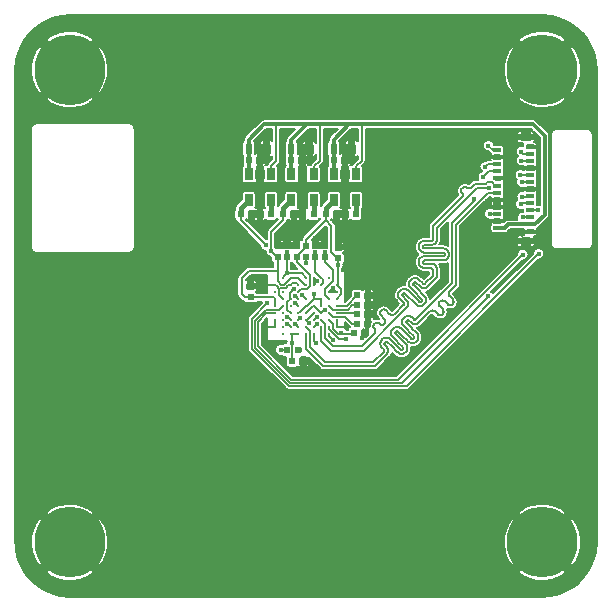
<source format=gbl>
G04 #@! TF.GenerationSoftware,KiCad,Pcbnew,5.1.5+dfsg1-2build2*
G04 #@! TF.CreationDate,2021-05-18T14:25:16+02:00*
G04 #@! TF.ProjectId,sensor_v1.0,73656e73-6f72-45f7-9631-2e302e6b6963,rev?*
G04 #@! TF.SameCoordinates,Original*
G04 #@! TF.FileFunction,Copper,L4,Bot*
G04 #@! TF.FilePolarity,Positive*
%FSLAX46Y46*%
G04 Gerber Fmt 4.6, Leading zero omitted, Abs format (unit mm)*
G04 Created by KiCad (PCBNEW 5.1.5+dfsg1-2build2) date 2021-05-18 14:25:16*
%MOMM*%
%LPD*%
G04 APERTURE LIST*
%ADD10R,0.500000X0.600000*%
%ADD11C,0.250000*%
%ADD12R,0.650000X1.060000*%
%ADD13R,0.600000X0.500000*%
%ADD14R,0.650000X0.300000*%
%ADD15R,1.000000X0.500000*%
%ADD16R,0.600000X0.900000*%
%ADD17C,0.800000*%
%ADD18C,6.000000*%
%ADD19C,0.450000*%
%ADD20C,0.200000*%
%ADD21C,0.150000*%
%ADD22C,0.400000*%
%ADD23C,0.300000*%
%ADD24C,0.127000*%
G04 APERTURE END LIST*
D10*
X74770000Y-79650000D03*
X73830000Y-79650000D03*
D11*
X72400000Y-76800000D03*
X72400000Y-76200000D03*
X72400000Y-75600000D03*
X72400000Y-75000000D03*
X72400000Y-74400000D03*
X72400000Y-73800000D03*
X72400000Y-73200000D03*
X73050000Y-77400000D03*
X73050000Y-76800000D03*
X73050000Y-76200000D03*
X73050000Y-75600000D03*
X73050000Y-75000000D03*
X73050000Y-74400000D03*
X73050000Y-73800000D03*
X73050000Y-73200000D03*
X73050000Y-72600000D03*
X73700000Y-77400000D03*
X73700000Y-76800000D03*
X73700000Y-76200000D03*
X73700000Y-75600000D03*
X73700000Y-75000000D03*
X73700000Y-74400000D03*
X73700000Y-73800000D03*
X73700000Y-73200000D03*
X73700000Y-72600000D03*
X74350000Y-77400000D03*
X74350000Y-76800000D03*
X74350000Y-76200000D03*
X74350000Y-75600000D03*
X74350000Y-75000000D03*
X74350000Y-74400000D03*
X74350000Y-73800000D03*
X74350000Y-73200000D03*
X74350000Y-72600000D03*
X75000000Y-77400000D03*
X75000000Y-76800000D03*
X75000000Y-76200000D03*
X75000000Y-75600000D03*
X75000000Y-75000000D03*
X75000000Y-74400000D03*
X75000000Y-73200000D03*
X75000000Y-72600000D03*
X75650000Y-77400000D03*
X75650000Y-76800000D03*
X75650000Y-76200000D03*
X75650000Y-75600000D03*
X75650000Y-75000000D03*
X75650000Y-74400000D03*
X75650000Y-73200000D03*
X75650000Y-72600000D03*
X76300000Y-76800000D03*
X76300000Y-76200000D03*
X76300000Y-75600000D03*
X76300000Y-75000000D03*
X76300000Y-74400000D03*
X76300000Y-73200000D03*
X76300000Y-72600000D03*
X76950000Y-77400000D03*
X76950000Y-76800000D03*
X76950000Y-76200000D03*
X76950000Y-75600000D03*
X76950000Y-75000000D03*
X76950000Y-74400000D03*
X76950000Y-73800000D03*
X76950000Y-73200000D03*
X76950000Y-72600000D03*
X77600000Y-76800000D03*
X77600000Y-76200000D03*
X77600000Y-75600000D03*
X77600000Y-75000000D03*
X77600000Y-74400000D03*
X77600000Y-73800000D03*
X77600000Y-73200000D03*
D12*
X73750000Y-66025000D03*
X75650000Y-66025000D03*
X75650000Y-63825000D03*
X74700000Y-63825000D03*
X73750000Y-63825000D03*
X70150000Y-66025000D03*
X72050000Y-66025000D03*
X72050000Y-63825000D03*
X71100000Y-63825000D03*
X70150000Y-63825000D03*
X77350000Y-66025000D03*
X79250000Y-66025000D03*
X79250000Y-63825000D03*
X78300000Y-63825000D03*
X77350000Y-63825000D03*
D10*
X73380000Y-78725000D03*
X74320000Y-78725000D03*
D13*
X75000000Y-70820000D03*
X75000000Y-69880000D03*
D14*
X94000000Y-64500000D03*
X94000000Y-65100000D03*
X94000000Y-63900000D03*
X94000000Y-63300000D03*
X94000000Y-62700000D03*
X94000000Y-62100000D03*
X94000000Y-61500000D03*
X94000000Y-68700000D03*
X94000000Y-68100000D03*
X94000000Y-66900000D03*
X94000000Y-65700000D03*
X94000000Y-66300000D03*
X94000000Y-67500000D03*
X91200000Y-65400000D03*
X91200000Y-66000000D03*
X91200000Y-64800000D03*
X91200000Y-63000000D03*
X91200000Y-67200000D03*
X91200000Y-62400000D03*
X91200000Y-63600000D03*
X91200000Y-61800000D03*
X91200000Y-68400000D03*
X91200000Y-64200000D03*
X91200000Y-67800000D03*
X91200000Y-66600000D03*
D15*
X93600000Y-69500000D03*
X93600000Y-60700000D03*
D10*
X79330000Y-76500000D03*
X80270000Y-76500000D03*
X79330000Y-75700000D03*
X80270000Y-75700000D03*
X79330000Y-74900000D03*
X80270000Y-74900000D03*
X79330000Y-74100000D03*
X80270000Y-74100000D03*
D13*
X76600000Y-69880000D03*
X76600000Y-70820000D03*
X77700000Y-70030000D03*
X77700000Y-70970000D03*
D10*
X79995000Y-77300000D03*
X79055000Y-77300000D03*
D13*
X72600000Y-69880000D03*
X72600000Y-70820000D03*
X75800000Y-69880000D03*
X75800000Y-70820000D03*
X74200000Y-69880000D03*
X74200000Y-70820000D03*
X70300000Y-73330000D03*
X70300000Y-74270000D03*
X73400000Y-69880000D03*
X73400000Y-70820000D03*
D10*
X73995000Y-67225000D03*
X73055000Y-67225000D03*
X70395000Y-67225000D03*
X69455000Y-67225000D03*
X77595000Y-67225000D03*
X76655000Y-67225000D03*
X74705000Y-67225000D03*
X75645000Y-67225000D03*
X71105000Y-67225000D03*
X72045000Y-67225000D03*
X78305000Y-67225000D03*
X79245000Y-67225000D03*
X78295000Y-62625000D03*
X77355000Y-62625000D03*
X74695000Y-62625000D03*
X73755000Y-62625000D03*
X71095000Y-62625000D03*
X70155000Y-62625000D03*
D16*
X78850000Y-61675000D03*
X77350000Y-61675000D03*
X75250000Y-61675000D03*
X73750000Y-61675000D03*
X71650000Y-61675000D03*
X70150000Y-61675000D03*
D17*
X96590990Y-96590990D03*
X95000000Y-97250000D03*
X93409010Y-96590990D03*
X92750000Y-95000000D03*
X93409010Y-93409010D03*
X95000000Y-92750000D03*
X96590990Y-93409010D03*
X97250000Y-95000000D03*
D18*
X95000000Y-95000000D03*
D17*
X96590990Y-56590990D03*
X95000000Y-57250000D03*
X93409010Y-56590990D03*
X92750000Y-55000000D03*
X93409010Y-53409010D03*
X95000000Y-52750000D03*
X96590990Y-53409010D03*
X97250000Y-55000000D03*
D18*
X95000000Y-55000000D03*
D17*
X56590990Y-96590990D03*
X55000000Y-97250000D03*
X53409010Y-96590990D03*
X52750000Y-95000000D03*
X53409010Y-93409010D03*
X55000000Y-92750000D03*
X56590990Y-93409010D03*
X57250000Y-95000000D03*
D18*
X55000000Y-95000000D03*
D17*
X56590990Y-56590990D03*
X55000000Y-57250000D03*
X53409010Y-56590990D03*
X52750000Y-55000000D03*
X53409010Y-53409010D03*
X55000000Y-52750000D03*
X56590990Y-53409010D03*
X57250000Y-55000000D03*
D18*
X55000000Y-55000000D03*
D19*
X75268740Y-76439044D03*
X75650000Y-74025000D03*
X77275001Y-73511265D03*
X78502419Y-76881342D03*
X75964407Y-72900188D03*
X71400000Y-73200000D03*
X71450000Y-76800000D03*
X74200000Y-69250000D03*
X73400000Y-69250000D03*
X75800000Y-69275000D03*
X76600000Y-69275000D03*
X77700000Y-69425000D03*
X72600000Y-69250000D03*
X75350000Y-79650000D03*
X77350000Y-80550000D03*
X78400000Y-80550000D03*
X82000000Y-72800000D03*
X85000000Y-72400000D03*
X86600000Y-71800000D03*
X86600000Y-69400000D03*
X85000000Y-68600000D03*
X82600000Y-74600000D03*
X85600000Y-76200000D03*
X88000000Y-73800000D03*
X88400000Y-72000000D03*
X88400000Y-70400000D03*
X88800000Y-64500000D03*
X87200000Y-63900000D03*
X84700000Y-66400000D03*
X83500000Y-68400000D03*
X82000000Y-67300000D03*
X82000000Y-70100000D03*
X79100000Y-73100000D03*
X79100000Y-71200000D03*
X80700000Y-69500000D03*
X81000000Y-66100000D03*
X84700000Y-62300000D03*
X86600000Y-62500000D03*
X89700000Y-61100000D03*
X92200000Y-63150000D03*
X92250000Y-65150000D03*
X92250000Y-66400000D03*
X92750000Y-67500000D03*
X90300000Y-66500000D03*
X88400000Y-68400000D03*
X82300000Y-79400000D03*
X79700000Y-77700000D03*
X81000000Y-76000000D03*
X94700000Y-62400000D03*
X94700000Y-64200000D03*
X94700000Y-66000000D03*
X92400000Y-61300000D03*
X92200000Y-69000000D03*
X94000000Y-70200000D03*
X91600000Y-74700000D03*
X91000000Y-72200000D03*
X89800000Y-73300000D03*
X82500000Y-82400000D03*
X74200000Y-82400000D03*
X69800000Y-78200000D03*
X71500000Y-78200000D03*
X70900000Y-74900000D03*
X70500000Y-72600000D03*
X74300000Y-80600000D03*
X73900000Y-71700000D03*
X72000000Y-71500000D03*
X69500000Y-71900000D03*
X69000000Y-74000000D03*
X70700000Y-68000000D03*
X74300000Y-68000000D03*
X77900000Y-68000000D03*
X73700000Y-65000000D03*
X75800000Y-65000000D03*
X77200000Y-65000000D03*
X79400000Y-65000000D03*
X72300000Y-65000000D03*
X70000000Y-65000000D03*
X71700000Y-60600000D03*
X75300000Y-60600000D03*
X78900000Y-60600000D03*
X75400000Y-62600000D03*
X79000000Y-62600000D03*
X71800000Y-62600000D03*
X95300000Y-59500000D03*
X78900000Y-58900000D03*
X75300000Y-58900000D03*
X71700000Y-58900000D03*
X88200000Y-78200000D03*
X75825000Y-78150000D03*
X78000000Y-77275000D03*
X77700000Y-71550000D03*
X73968742Y-73560955D03*
X78425000Y-77825000D03*
X73400000Y-70455002D03*
X75800000Y-70455002D03*
X71600000Y-69850000D03*
X73430000Y-72220000D03*
X76568741Y-75360955D03*
X77325000Y-77900000D03*
X76600000Y-70455002D03*
X72041246Y-70326653D03*
X73825000Y-78100000D03*
X89200000Y-65975000D03*
X93300000Y-65750000D03*
X74081267Y-74760947D03*
X72850000Y-78725000D03*
X93350002Y-67500000D03*
X93350000Y-70650004D03*
X73431267Y-75960948D03*
X93225000Y-61925000D03*
X93275000Y-64500000D03*
X90523866Y-64999990D03*
X75918733Y-75960948D03*
X93150000Y-63900000D03*
X74081268Y-76560948D03*
X93225000Y-62700000D03*
X90432850Y-74182850D03*
X90550000Y-67200000D03*
X74524990Y-76014584D03*
X90175000Y-63200000D03*
X73431260Y-76560957D03*
X90450000Y-61425000D03*
X75918733Y-76560947D03*
X90025000Y-64075000D03*
X74686899Y-74098347D03*
X75000000Y-71400000D03*
X74081269Y-74160951D03*
X71725000Y-74775000D03*
X94675000Y-66900000D03*
X94700000Y-70575000D03*
X74475000Y-78725000D03*
X93200000Y-66375000D03*
D20*
X75050000Y-75000000D02*
X75650000Y-74400000D01*
X75000000Y-75000000D02*
X75050000Y-75000000D01*
X75650000Y-74400000D02*
X76300000Y-74400000D01*
X76300000Y-75000000D02*
X76300000Y-74400000D01*
X74464053Y-75535947D02*
X75000000Y-75000000D01*
X74414732Y-75535947D02*
X74464053Y-75535947D01*
X74350679Y-75600000D02*
X74414732Y-75535947D01*
X74350000Y-75600000D02*
X74350679Y-75600000D01*
X75050000Y-76200000D02*
X75650000Y-75600000D01*
X75000000Y-76200000D02*
X75050000Y-76200000D01*
X75100000Y-76270304D02*
X75268740Y-76439044D01*
X75100000Y-76150000D02*
X75100000Y-76270304D01*
X75650000Y-75600000D02*
X75100000Y-76150000D01*
D21*
X72524999Y-73324999D02*
X72400000Y-73200000D01*
X72749999Y-73549999D02*
X72524999Y-73324999D01*
X72749999Y-74099999D02*
X72749999Y-73549999D01*
X73050000Y-74400000D02*
X72749999Y-74099999D01*
X73700000Y-73200000D02*
X73500000Y-73200000D01*
X73399999Y-73300001D02*
X73399999Y-73375001D01*
X73500000Y-73200000D02*
X73399999Y-73300001D01*
X73399999Y-73375001D02*
X73275000Y-73500000D01*
X72799998Y-73500000D02*
X72749999Y-73549999D01*
X73275000Y-73500000D02*
X72799998Y-73500000D01*
D20*
X75650000Y-74400000D02*
X75650000Y-74025000D01*
X76950000Y-73800000D02*
X77300000Y-73800000D01*
X77300000Y-73800000D02*
X77600000Y-73800000D01*
X77300000Y-73800000D02*
X77300000Y-73536264D01*
X77300000Y-73536264D02*
X77275001Y-73511265D01*
X76986266Y-73800000D02*
X77275001Y-73511265D01*
X76950000Y-73800000D02*
X76986266Y-73800000D01*
X77563736Y-73800000D02*
X77275001Y-73511265D01*
X77600000Y-73800000D02*
X77563736Y-73800000D01*
X75650000Y-73200000D02*
X75650000Y-72875000D01*
X75650000Y-72875000D02*
X75650000Y-72600000D01*
D21*
X73825000Y-73075000D02*
X73700000Y-73200000D01*
X74225000Y-73075000D02*
X73825000Y-73075000D01*
X74350000Y-73200000D02*
X74225000Y-73075000D01*
D20*
X77600000Y-76200000D02*
X77600000Y-76800000D01*
X77600000Y-76800000D02*
X78421077Y-76800000D01*
X78421077Y-76800000D02*
X78502419Y-76881342D01*
D22*
X73995000Y-67225000D02*
X74705000Y-67225000D01*
X74645000Y-67225000D02*
X73995000Y-67225000D01*
X74700000Y-67170000D02*
X74645000Y-67225000D01*
X74700000Y-63825000D02*
X74700000Y-67170000D01*
X78245000Y-67225000D02*
X77595000Y-67225000D01*
X78300000Y-67170000D02*
X78245000Y-67225000D01*
X78300000Y-63825000D02*
X78300000Y-67170000D01*
X71045000Y-67225000D02*
X70395000Y-67225000D01*
X71100000Y-67170000D02*
X71045000Y-67225000D01*
X71100000Y-63825000D02*
X71100000Y-67170000D01*
X78300000Y-62225000D02*
X78850000Y-61675000D01*
X78300000Y-63825000D02*
X78300000Y-62225000D01*
X74700000Y-62225000D02*
X75250000Y-61675000D01*
X74700000Y-63825000D02*
X74700000Y-62225000D01*
X71100000Y-62225000D02*
X71650000Y-61675000D01*
X71100000Y-63825000D02*
X71100000Y-62225000D01*
D20*
X75650000Y-73200000D02*
X75950000Y-72900000D01*
X75650000Y-72600000D02*
X75950000Y-72900000D01*
X75964219Y-72900000D02*
X75964407Y-72900188D01*
X75950000Y-72900000D02*
X75964219Y-72900000D01*
X75650000Y-72875000D02*
X75939219Y-72875000D01*
X75939219Y-72875000D02*
X75964407Y-72900188D01*
X72400000Y-73200000D02*
X71400000Y-73200000D01*
X72400000Y-76800000D02*
X72400000Y-76200000D01*
X72400000Y-76800000D02*
X71450000Y-76800000D01*
X74200000Y-69880000D02*
X74200000Y-69250000D01*
X73400000Y-69880000D02*
X73400000Y-69250000D01*
X75800000Y-69880000D02*
X75800000Y-69275000D01*
X76600000Y-69880000D02*
X76600000Y-69275000D01*
X77700000Y-70030000D02*
X77700000Y-69425000D01*
X72600000Y-69880000D02*
X72600000Y-69250000D01*
X74770000Y-79650000D02*
X75350000Y-79650000D01*
X80270000Y-77025000D02*
X79995000Y-77300000D01*
X80270000Y-76500000D02*
X80270000Y-77025000D01*
X80270000Y-76500000D02*
X80270000Y-74900000D01*
D21*
X72050000Y-63145000D02*
X72500000Y-62695000D01*
X72500000Y-62695000D02*
X72500000Y-59600000D01*
X72050000Y-63825000D02*
X72050000Y-63145000D01*
X75700000Y-63145000D02*
X76150000Y-62695000D01*
X76150000Y-62695000D02*
X76150000Y-59600000D01*
X75700000Y-63825000D02*
X75700000Y-63145000D01*
D23*
X93375000Y-68100000D02*
X94000000Y-68100000D01*
X92125000Y-68100000D02*
X93375000Y-68100000D01*
X91825000Y-68400000D02*
X92125000Y-68100000D01*
X91200000Y-68400000D02*
X91825000Y-68400000D01*
X77350000Y-60925000D02*
X77350000Y-61675000D01*
X78675000Y-59600000D02*
X77350000Y-60925000D01*
X73750000Y-60925000D02*
X73750000Y-61675000D01*
X75075000Y-59600000D02*
X73750000Y-60925000D01*
X78675000Y-59600000D02*
X75075000Y-59600000D01*
X70150000Y-60925000D02*
X70150000Y-61675000D01*
X71475000Y-59600000D02*
X70150000Y-60925000D01*
X75075000Y-59600000D02*
X71475000Y-59600000D01*
X70150000Y-61675000D02*
X70150000Y-63825000D01*
X73750000Y-63825000D02*
X73750000Y-61675000D01*
X77350000Y-63825000D02*
X77350000Y-61675000D01*
D21*
X79250000Y-63145000D02*
X79700000Y-62695000D01*
X79250000Y-63825000D02*
X79250000Y-63145000D01*
X79700000Y-62695000D02*
X79700000Y-59600000D01*
D23*
X79700000Y-59600000D02*
X78675000Y-59600000D01*
X95200000Y-67263056D02*
X95200000Y-60600000D01*
X95200000Y-60600000D02*
X94200000Y-59600000D01*
X94000000Y-68100000D02*
X94363056Y-68100000D01*
X94363056Y-68100000D02*
X95200000Y-67263056D01*
X94200000Y-59600000D02*
X79700000Y-59600000D01*
D22*
X79250000Y-67220000D02*
X79245000Y-67225000D01*
X79250000Y-66025000D02*
X79250000Y-67220000D01*
X72050000Y-67220000D02*
X72045000Y-67225000D01*
X72050000Y-66025000D02*
X72050000Y-67220000D01*
X75650000Y-67220000D02*
X75645000Y-67225000D01*
X75650000Y-66025000D02*
X75650000Y-67220000D01*
D20*
X77724999Y-73324999D02*
X77600000Y-73200000D01*
X77975000Y-74025000D02*
X77975000Y-73575000D01*
X77975000Y-73575000D02*
X77724999Y-73324999D01*
X77600000Y-74400000D02*
X77975000Y-74025000D01*
D21*
X77747571Y-77400001D02*
X78949999Y-77400001D01*
X77450000Y-77102430D02*
X77747571Y-77400001D01*
X78949999Y-77400001D02*
X79050000Y-77300000D01*
X77450000Y-77094002D02*
X77450000Y-77102430D01*
X77299999Y-76944001D02*
X77450000Y-77094002D01*
X77299999Y-76549999D02*
X77299999Y-76944001D01*
X76950000Y-76200000D02*
X77299999Y-76549999D01*
X75650000Y-77975000D02*
X75825000Y-78150000D01*
X75650000Y-77400000D02*
X75650000Y-77975000D01*
X77872572Y-77275000D02*
X77747571Y-77400001D01*
X78000000Y-77275000D02*
X77872572Y-77275000D01*
D22*
X76655000Y-66720000D02*
X76655000Y-67225000D01*
X77350000Y-66025000D02*
X76655000Y-66720000D01*
D20*
X74601462Y-73548538D02*
X74671962Y-73548538D01*
X74350000Y-73800000D02*
X74601462Y-73548538D01*
D21*
X75325000Y-73319002D02*
X75325000Y-72375000D01*
X75095464Y-73548538D02*
X75325000Y-73319002D01*
X74601462Y-73548538D02*
X75095464Y-73548538D01*
D20*
X74200000Y-71270000D02*
X74200000Y-70820000D01*
X75325000Y-72395000D02*
X74200000Y-71270000D01*
X75325000Y-72425000D02*
X75325000Y-72395000D01*
X75050000Y-69850000D02*
X75020000Y-69880000D01*
X75050000Y-69900000D02*
X75050000Y-69850000D01*
X74200000Y-70750000D02*
X75050000Y-69900000D01*
X75020000Y-69880000D02*
X75000000Y-69880000D01*
X74200000Y-70820000D02*
X74200000Y-70750000D01*
X75000000Y-69430000D02*
X75000000Y-69880000D01*
X75000000Y-69380000D02*
X75000000Y-69430000D01*
X76655000Y-67725000D02*
X75000000Y-69380000D01*
X76655000Y-67225000D02*
X76655000Y-67725000D01*
X77700000Y-73100000D02*
X77600000Y-73200000D01*
X77150000Y-68220000D02*
X77150000Y-70450000D01*
X77150000Y-70450000D02*
X77700000Y-71000000D01*
X76655000Y-67725000D02*
X77150000Y-68220000D01*
X77700000Y-71550000D02*
X77700000Y-73100000D01*
X77700000Y-71000000D02*
X77700000Y-71550000D01*
X73174999Y-72475001D02*
X73050000Y-72600000D01*
X73430000Y-72220000D02*
X73174999Y-72475001D01*
X74620000Y-72220000D02*
X73430000Y-72220000D01*
X75000000Y-72600000D02*
X74620000Y-72220000D01*
D21*
X73575001Y-74524999D02*
X73700000Y-74400000D01*
X73399999Y-74700001D02*
X73575001Y-74524999D01*
X73399999Y-75299999D02*
X73399999Y-74700001D01*
X73700000Y-75600000D02*
X73399999Y-75299999D01*
D20*
X73700000Y-73800000D02*
X73939045Y-73560955D01*
X73939045Y-73560955D02*
X73968742Y-73560955D01*
D21*
X77819002Y-77825000D02*
X78425000Y-77825000D01*
X76950000Y-76955998D02*
X77819002Y-77825000D01*
X76950000Y-76800000D02*
X76950000Y-76955998D01*
D22*
X69455000Y-66720000D02*
X69455000Y-67225000D01*
X70150000Y-66025000D02*
X69455000Y-66720000D01*
D20*
X73650000Y-73850000D02*
X73700000Y-73800000D01*
X73650000Y-74350000D02*
X73650000Y-73850000D01*
X73700000Y-74400000D02*
X73650000Y-74350000D01*
X73400000Y-72190000D02*
X73430000Y-72220000D01*
X73400000Y-70820000D02*
X73400000Y-72190000D01*
X75800000Y-72100000D02*
X75800000Y-70820000D01*
X76300000Y-72600000D02*
X75800000Y-72100000D01*
X76424999Y-73075001D02*
X76424999Y-72724999D01*
X76300000Y-73200000D02*
X76424999Y-73075001D01*
X76424999Y-72724999D02*
X76300000Y-72600000D01*
X73400000Y-70820000D02*
X73400000Y-70455002D01*
X75800000Y-70820000D02*
X75800000Y-70455002D01*
X71580000Y-69850000D02*
X71600000Y-69850000D01*
X69455000Y-67725000D02*
X71580000Y-69850000D01*
X69455000Y-67225000D02*
X69455000Y-67725000D01*
X73700000Y-77400000D02*
X74350000Y-77400000D01*
X76250000Y-75600000D02*
X75650000Y-75000000D01*
X76300000Y-75600000D02*
X76250000Y-75600000D01*
X76825001Y-73324999D02*
X76950000Y-73200000D01*
X76597999Y-73552001D02*
X76825001Y-73324999D01*
X76597999Y-74047999D02*
X76597999Y-73552001D01*
X76950000Y-74400000D02*
X76597999Y-74047999D01*
X73100000Y-73200000D02*
X73700000Y-72600000D01*
X73050000Y-73200000D02*
X73100000Y-73200000D01*
X73700000Y-72600000D02*
X74350000Y-72600000D01*
X74950000Y-73200000D02*
X74350000Y-72600000D01*
X75000000Y-73200000D02*
X74950000Y-73200000D01*
X72400000Y-74400000D02*
X72400000Y-75000000D01*
X75000000Y-75600000D02*
X75600000Y-75000000D01*
X75600000Y-75000000D02*
X75650000Y-75000000D01*
X76300000Y-75600000D02*
X76539045Y-75360955D01*
X76539045Y-75360955D02*
X76568741Y-75360955D01*
D21*
X76950000Y-77525000D02*
X77325000Y-77900000D01*
X76950000Y-77400000D02*
X76950000Y-77525000D01*
D22*
X73055000Y-66720000D02*
X73055000Y-67225000D01*
X73750000Y-66025000D02*
X73055000Y-66720000D01*
D20*
X76600000Y-71270000D02*
X76600000Y-70820000D01*
X77275001Y-71945001D02*
X76600000Y-71270000D01*
X77275001Y-72874999D02*
X77275001Y-71945001D01*
X76950000Y-73200000D02*
X77275001Y-72874999D01*
X72600000Y-71270000D02*
X72600000Y-70820000D01*
X72873224Y-73200000D02*
X72600000Y-72926776D01*
X73050000Y-73200000D02*
X72873224Y-73200000D01*
X72050000Y-68730000D02*
X73055000Y-67725000D01*
X72050000Y-70320000D02*
X72050000Y-68730000D01*
X72550000Y-70820000D02*
X72050000Y-70320000D01*
X73055000Y-67725000D02*
X73055000Y-67225000D01*
X72600000Y-70820000D02*
X72550000Y-70820000D01*
X76600000Y-70820000D02*
X76600000Y-70455002D01*
X73700000Y-77400000D02*
X73830000Y-77530000D01*
X73830000Y-77530000D02*
X73825000Y-78100000D01*
X72270000Y-74270000D02*
X70300000Y-74270000D01*
X72400000Y-74400000D02*
X72270000Y-74270000D01*
X69800000Y-74270000D02*
X69550000Y-74020000D01*
X70300000Y-74270000D02*
X69800000Y-74270000D01*
X69550000Y-74020000D02*
X69550000Y-72650000D01*
X70150000Y-72050000D02*
X72600000Y-72050000D01*
X69550000Y-72650000D02*
X70150000Y-72050000D01*
X72600000Y-72050000D02*
X72600000Y-71270000D01*
X72600000Y-72926776D02*
X72600000Y-72050000D01*
X73850000Y-79630000D02*
X73830000Y-79650000D01*
X73850000Y-78125000D02*
X73850000Y-79630000D01*
X73825000Y-78100000D02*
X73850000Y-78125000D01*
D21*
X78430000Y-75000000D02*
X79330000Y-74100000D01*
X77600000Y-75000000D02*
X78430000Y-75000000D01*
X78930000Y-74900000D02*
X79330000Y-74900000D01*
X78530000Y-75300000D02*
X78930000Y-74900000D01*
X77250000Y-75300000D02*
X78530000Y-75300000D01*
X76950000Y-75000000D02*
X77250000Y-75300000D01*
X79230000Y-75600000D02*
X79330000Y-75700000D01*
X77600000Y-75600000D02*
X79230000Y-75600000D01*
X78930000Y-76500000D02*
X79330000Y-76500000D01*
X78330000Y-75900000D02*
X78930000Y-76500000D01*
X77250000Y-75900000D02*
X78330000Y-75900000D01*
X76950000Y-75600000D02*
X77250000Y-75900000D01*
X93950000Y-65750000D02*
X94000000Y-65700000D01*
X93300000Y-65750000D02*
X93950000Y-65750000D01*
X82203938Y-77221780D02*
X82203938Y-77325647D01*
X82272117Y-77026936D02*
X82227050Y-77120517D01*
X83896261Y-77746868D02*
X83043984Y-76894591D01*
X84313756Y-76113756D02*
X84288845Y-76133621D01*
X82227050Y-77426910D02*
X82272117Y-77520491D01*
X82664067Y-76761652D02*
X82562804Y-76784764D01*
X82124747Y-77813828D02*
X82043540Y-77749067D01*
X81602277Y-78781333D02*
X81595187Y-78812396D01*
X83922522Y-77767812D02*
X83896261Y-77746868D01*
X83952786Y-77782385D02*
X83922522Y-77767812D01*
X81284701Y-78141017D02*
X81284701Y-78244884D01*
X83043984Y-76894591D02*
X82962777Y-76829830D01*
X83224672Y-78609581D02*
X83210099Y-78639844D01*
X84143909Y-77690344D02*
X84129336Y-77720607D01*
X83748071Y-77174417D02*
X84108393Y-77534736D01*
X83985532Y-77789860D02*
X83952786Y-77782385D01*
X82767934Y-76761652D02*
X82664067Y-76761652D01*
X84143909Y-77591260D02*
X84151383Y-77624009D01*
X82043540Y-77749067D02*
X81949959Y-77704001D01*
X84108393Y-77534736D02*
X84129336Y-77560997D01*
X82962777Y-76829830D02*
X82869196Y-76784764D01*
X82705092Y-77969909D02*
X82828834Y-78093654D01*
X81595187Y-78812396D02*
X81581363Y-78841102D01*
X84229076Y-76154535D02*
X84197214Y-76154535D01*
X82203938Y-77325647D02*
X82227050Y-77426910D01*
X83196809Y-76102243D02*
X83151742Y-76195824D01*
X84151383Y-77624009D02*
X84151384Y-77657597D01*
X84197214Y-76154535D02*
X84166151Y-76147446D01*
X84112534Y-76113756D02*
X83968676Y-75969898D01*
X84082132Y-77767811D02*
X84051868Y-77782386D01*
X84151384Y-77657597D02*
X84143909Y-77690344D01*
X82227050Y-77120517D02*
X82203938Y-77221780D01*
X84129336Y-77720607D02*
X84108393Y-77746868D01*
X83261569Y-76677004D02*
X83629781Y-77045216D01*
X81352880Y-78439728D02*
X81417640Y-78520934D01*
X84129336Y-77560997D02*
X84143909Y-77591260D01*
X83393914Y-75905138D02*
X83312708Y-75969898D01*
X84051868Y-77782386D02*
X84019122Y-77789859D01*
X84260139Y-76147446D02*
X84229076Y-76154535D01*
X84108393Y-77746868D02*
X84082132Y-77767811D01*
X83968676Y-75969898D02*
X83887469Y-75905138D01*
X83132631Y-78701623D02*
X83099885Y-78709096D01*
X82977024Y-78666105D02*
X82124747Y-77813828D01*
X81352880Y-77946173D02*
X81307813Y-78039754D01*
X87350000Y-67977512D02*
X87350000Y-73077512D01*
X83224672Y-78510497D02*
X83232146Y-78543246D01*
X83261569Y-76021036D02*
X83196809Y-76102243D01*
X89200000Y-66127512D02*
X87350000Y-67977512D01*
X89200000Y-65975000D02*
X89200000Y-66127512D01*
X83099885Y-78709096D02*
X83066295Y-78709097D01*
X83887469Y-75905138D02*
X83793888Y-75860071D01*
X83588758Y-75836959D02*
X83487495Y-75860071D01*
X84166151Y-76147446D02*
X84137445Y-76133621D01*
X75325000Y-78452512D02*
X75325000Y-77125000D01*
X82869196Y-76784764D02*
X82767934Y-76761652D01*
X83196809Y-76595798D02*
X83261569Y-76677004D01*
X83232147Y-78576834D02*
X83224672Y-78609581D01*
X83128630Y-76400954D02*
X83151742Y-76502217D01*
X80677512Y-79750000D02*
X76622488Y-79750000D01*
X83624329Y-77050672D02*
X83748071Y-77174417D01*
X83312708Y-75969898D02*
X83261569Y-76021036D01*
X82272117Y-77520491D02*
X82336877Y-77601697D01*
X83151742Y-76195824D02*
X83128630Y-76297087D01*
X87350000Y-73077512D02*
X84313756Y-76113756D01*
X83629781Y-77045216D02*
X83624329Y-77050672D01*
X83151742Y-76502217D02*
X83196809Y-76595798D01*
X83793888Y-75860071D02*
X83692625Y-75836959D01*
X81581363Y-78841102D02*
X81561497Y-78866013D01*
X84137445Y-76133621D02*
X84112534Y-76113756D01*
X84019122Y-77789859D02*
X83985532Y-77789860D01*
X82336877Y-77601697D02*
X82705089Y-77969909D01*
X83128630Y-76297087D02*
X83128630Y-76400954D01*
X82705089Y-77969909D02*
X82705092Y-77969909D01*
X83189156Y-78453973D02*
X83210099Y-78480234D01*
X83232146Y-78543246D02*
X83232147Y-78576834D01*
X83210099Y-78639844D02*
X83189156Y-78666105D01*
X83189156Y-78666105D02*
X83162895Y-78687048D01*
X81417640Y-78520934D02*
X81561497Y-78664791D01*
X83162895Y-78687048D02*
X83132631Y-78701623D01*
X82469223Y-76829830D02*
X82388016Y-76894591D01*
X83066295Y-78709097D02*
X83033549Y-78701622D01*
X82562804Y-76784764D02*
X82469223Y-76829830D01*
X82828834Y-78093654D02*
X83189156Y-78453973D01*
X83033549Y-78701622D02*
X83003285Y-78687049D01*
X83003285Y-78687049D02*
X82977024Y-78666105D01*
X75325000Y-77125000D02*
X75000000Y-76800000D01*
X81949959Y-77704001D02*
X81848697Y-77680889D01*
X81744830Y-77680889D02*
X81643567Y-77704001D01*
X82336877Y-76945729D02*
X82272117Y-77026936D01*
X81307813Y-78039754D02*
X81284701Y-78141017D01*
X81417640Y-77864966D02*
X81352880Y-77946173D01*
X83692625Y-75836959D02*
X83588758Y-75836959D01*
X82388016Y-76894591D02*
X82336877Y-76945729D01*
X81549986Y-77749067D02*
X81468779Y-77813828D01*
X81643567Y-77704001D02*
X81549986Y-77749067D01*
X81468779Y-77813828D02*
X81417640Y-77864966D01*
X84288845Y-76133621D02*
X84260139Y-76147446D01*
X81581363Y-78689702D02*
X81595187Y-78718408D01*
X81284701Y-78244884D02*
X81307813Y-78346147D01*
X81307813Y-78346147D02*
X81352880Y-78439728D01*
X81561497Y-78664791D02*
X81581363Y-78689702D01*
X81595187Y-78718408D02*
X81602277Y-78749471D01*
X81602277Y-78749471D02*
X81602277Y-78781333D01*
X81561497Y-78866013D02*
X80677512Y-79750000D01*
X83487495Y-75860071D02*
X83393914Y-75905138D01*
X81848697Y-77680889D02*
X81744830Y-77680889D01*
X76622488Y-79750000D02*
X75325000Y-78452512D01*
X83210099Y-78480234D02*
X83224672Y-78510497D01*
X74350000Y-75000000D02*
X74110947Y-74760947D01*
X74110947Y-74760947D02*
X74081267Y-74760947D01*
X73380000Y-78725000D02*
X72850000Y-78725000D01*
X94000000Y-67500000D02*
X93350002Y-67500000D01*
X93125001Y-70875003D02*
X93350000Y-70650004D01*
X82750026Y-81249978D02*
X93125001Y-70875003D01*
X71650000Y-75600000D02*
X70900000Y-76350000D01*
X73724978Y-81249978D02*
X82750026Y-81249978D01*
X72400000Y-75600000D02*
X71650000Y-75600000D01*
X70900000Y-76350000D02*
X70900000Y-78425000D01*
X70900000Y-78425000D02*
X73724978Y-81249978D01*
X73700000Y-76200000D02*
X73460948Y-75960948D01*
X73460948Y-75960948D02*
X73431267Y-75960948D01*
X93400000Y-62100000D02*
X93225000Y-61925000D01*
X94000000Y-62100000D02*
X93400000Y-62100000D01*
X93275000Y-64500000D02*
X94000000Y-64500000D01*
X76300000Y-77947488D02*
X76300000Y-76800000D01*
X77127512Y-78775000D02*
X76300000Y-77947488D01*
X79872488Y-78775000D02*
X77127512Y-78775000D01*
X83505696Y-75141790D02*
X83485266Y-75162219D01*
X83571471Y-75059310D02*
X83505696Y-75141790D01*
X83640718Y-74755918D02*
X83640718Y-74861413D01*
X83617243Y-74653068D02*
X83640718Y-74755918D01*
X83571471Y-74558021D02*
X83617243Y-74653068D01*
X83177283Y-74141810D02*
X83198226Y-74168072D01*
X83162709Y-74012464D02*
X83155235Y-74045211D01*
X83177283Y-73982201D02*
X83162709Y-74012464D01*
X83198226Y-73955940D02*
X83177283Y-73982201D01*
X83224487Y-73934997D02*
X83198226Y-73955940D01*
X83254750Y-73920423D02*
X83224487Y-73934997D01*
X83287498Y-73912949D02*
X83254750Y-73920423D01*
X86922623Y-71022218D02*
X86833298Y-71078345D01*
X83505696Y-74475542D02*
X83571471Y-74558021D01*
X83155235Y-74045211D02*
X83155235Y-74078800D01*
X84914854Y-71209917D02*
X84903760Y-71241621D01*
X85022937Y-73479195D02*
X84917442Y-73479195D01*
X85016621Y-71128760D02*
X84984917Y-71139854D01*
X82739291Y-75908197D02*
X79872488Y-78775000D01*
X85303314Y-73344173D02*
X85220835Y-73409948D01*
X85972218Y-69647622D02*
X85897622Y-69722218D01*
X83155235Y-74078800D02*
X83162709Y-74111547D01*
X87100000Y-70653891D02*
X87088189Y-70758723D01*
X84074472Y-73159562D02*
X84081946Y-73192309D01*
X85009744Y-74141115D02*
X85030175Y-74161543D01*
X84984917Y-70110145D02*
X85016621Y-70121239D01*
X84956476Y-69857725D02*
X84932725Y-69881476D01*
X86628892Y-71125000D02*
X85050000Y-71125000D01*
X84758060Y-73889428D02*
X85009744Y-74141115D01*
X85016621Y-70121239D02*
X85050000Y-70125000D01*
X83162709Y-74111547D02*
X83177283Y-74141810D01*
X84708941Y-75003672D02*
X84603445Y-75003673D01*
X86733724Y-71113188D02*
X86628892Y-71125000D01*
X85050000Y-71425000D02*
X85603891Y-71425000D01*
X84914854Y-70040082D02*
X84932725Y-70068523D01*
X83640718Y-74861413D02*
X83617243Y-74964263D01*
X86075000Y-68372488D02*
X86075000Y-69353891D01*
X84303333Y-73015759D02*
X84273071Y-73001185D01*
X84900000Y-71275000D02*
X84903760Y-71308378D01*
X85220835Y-73409948D02*
X85125787Y-73455720D01*
X83321087Y-73912949D02*
X83287498Y-73912949D01*
X84984917Y-71139854D02*
X84956476Y-71157725D01*
X85050000Y-69825000D02*
X85016621Y-69828760D01*
X84914854Y-69909917D02*
X84903760Y-69941621D01*
X86028345Y-69558297D02*
X85972218Y-69647622D01*
X86075000Y-69353891D02*
X86063188Y-69458723D01*
X84903760Y-71308378D02*
X84914854Y-71340082D01*
X84329595Y-73036702D02*
X84303333Y-73015759D01*
X85095949Y-74244024D02*
X85141722Y-74339070D01*
X85016621Y-69828760D02*
X84984917Y-69839854D01*
X84932725Y-69881476D02*
X84914854Y-69909917D01*
X86922623Y-70227781D02*
X86997219Y-70302377D01*
X83384097Y-73934997D02*
X83353834Y-73920423D01*
X85125787Y-73455720D02*
X85022937Y-73479195D01*
X84956476Y-71157725D02*
X84932725Y-71181476D01*
X83353834Y-73920423D02*
X83321087Y-73912949D01*
X84637066Y-73344173D02*
X84329595Y-73036702D01*
X84932725Y-71181476D02*
X84914854Y-71209917D01*
X90523866Y-64999990D02*
X89447498Y-64999990D01*
X89447498Y-64999990D02*
X86075000Y-68372488D01*
X86063188Y-69458723D02*
X86028345Y-69558297D01*
X84273071Y-73001185D02*
X84240323Y-72993711D01*
X84917442Y-73479195D02*
X84814593Y-73455720D01*
X85897622Y-69722218D02*
X85808297Y-69778345D01*
X85808297Y-69778345D02*
X85708723Y-69813188D01*
X83410358Y-73955940D02*
X83384097Y-73934997D01*
X85708723Y-69813188D02*
X85603891Y-69825000D01*
X83198226Y-74168072D02*
X83505696Y-74475542D01*
X85603891Y-69825000D02*
X85050000Y-69825000D01*
X84984917Y-69839854D02*
X84956476Y-69857725D01*
X84903760Y-69941621D02*
X84900000Y-69975000D01*
X84900000Y-69975000D02*
X84903760Y-70008378D01*
X84500596Y-74980197D02*
X84405548Y-74934425D01*
X84903760Y-70008378D02*
X84914854Y-70040082D01*
X84932725Y-70068523D02*
X84956476Y-70092274D01*
X84956476Y-70092274D02*
X84984917Y-70110145D01*
X85050000Y-70125000D02*
X86628892Y-70125000D01*
X86628892Y-70125000D02*
X86733724Y-70136811D01*
X86733724Y-70136811D02*
X86833298Y-70171654D01*
X84906838Y-74934425D02*
X84811790Y-74980197D01*
X86833298Y-70171654D02*
X86922623Y-70227781D01*
X86997219Y-70302377D02*
X87053346Y-70391702D01*
X87053346Y-70391702D02*
X87088189Y-70491276D01*
X85141722Y-74339070D02*
X85165196Y-74441921D01*
X87100000Y-70596108D02*
X87100000Y-70653891D01*
X87088189Y-70758723D02*
X87053346Y-70858297D01*
X87053346Y-70858297D02*
X86997219Y-70947622D01*
X85141723Y-74650264D02*
X85095950Y-74745312D01*
X86997219Y-70947622D02*
X86922623Y-71022218D01*
X84096520Y-73222572D02*
X84117463Y-73248834D01*
X86833298Y-71078345D02*
X86733724Y-71113188D01*
X85050000Y-71125000D02*
X85016621Y-71128760D01*
X84903760Y-71241621D02*
X84900000Y-71275000D01*
X84932725Y-71368523D02*
X84956476Y-71392274D01*
X84956476Y-71392274D02*
X84984917Y-71410145D01*
X84984917Y-71410145D02*
X85016621Y-71421239D01*
X85016621Y-71421239D02*
X85050000Y-71425000D01*
X84173987Y-73001185D02*
X84143724Y-73015759D01*
X85603891Y-71425000D02*
X85708723Y-71436811D01*
X85808297Y-71471654D02*
X85897622Y-71527781D01*
X85897622Y-71527781D02*
X85972218Y-71602377D01*
X84719545Y-73409948D02*
X84637066Y-73344173D01*
X83617243Y-74964263D02*
X83571471Y-75059310D01*
X85972218Y-71602377D02*
X86028345Y-71691702D01*
X86028345Y-71691702D02*
X86063188Y-71791276D01*
X86063188Y-71791276D02*
X86075000Y-71896108D01*
X86075000Y-71896108D02*
X86075000Y-72572488D01*
X83485266Y-75162219D02*
X82739291Y-75908197D01*
X86075000Y-72572488D02*
X85303314Y-73344173D01*
X84814593Y-73455720D02*
X84719545Y-73409948D01*
X84240323Y-72993711D02*
X84206734Y-72993711D01*
X84206734Y-72993711D02*
X84173987Y-73001185D01*
X84143724Y-73015759D02*
X84117463Y-73036702D01*
X84117463Y-73036702D02*
X84096520Y-73062963D01*
X85708723Y-71436811D02*
X85808297Y-71471654D01*
X84096520Y-73062963D02*
X84081946Y-73093226D01*
X84081946Y-73093226D02*
X84074472Y-73125973D01*
X84074472Y-73125973D02*
X84074472Y-73159562D01*
X84081946Y-73192309D02*
X84096520Y-73222572D01*
X84117463Y-73248834D02*
X84634315Y-73765686D01*
X84634315Y-73765686D02*
X84758060Y-73889428D01*
X85030175Y-74161543D02*
X85095949Y-74244024D01*
X85165196Y-74441921D02*
X85165197Y-74547415D01*
X85165197Y-74547415D02*
X85141723Y-74650264D01*
X85095950Y-74745312D02*
X85030175Y-74827791D01*
X84914854Y-71340082D02*
X84932725Y-71368523D01*
X85030175Y-74827791D02*
X84989317Y-74868650D01*
X84989317Y-74868650D02*
X84906838Y-74934425D01*
X84811790Y-74980197D02*
X84708941Y-75003672D01*
X84603445Y-75003673D02*
X84500596Y-74980197D01*
X84405548Y-74934425D02*
X84323069Y-74868650D01*
X87088189Y-70491276D02*
X87100000Y-70596108D01*
X84323069Y-74868650D02*
X84302639Y-74848221D01*
X84302639Y-74848221D02*
X83410358Y-73955940D01*
X75650000Y-76200000D02*
X75889052Y-75960948D01*
X75889052Y-75960948D02*
X75918733Y-75960948D01*
X94000000Y-63900000D02*
X93150000Y-63900000D01*
X74350000Y-76800000D02*
X74110948Y-76560948D01*
X74110948Y-76560948D02*
X74081268Y-76560948D01*
X94000000Y-62700000D02*
X93225000Y-62700000D01*
X80880726Y-77179222D02*
X80865777Y-77244716D01*
X80880726Y-77112043D02*
X80880726Y-77179222D01*
X80865777Y-77046549D02*
X80880726Y-77112043D01*
X80752859Y-76880978D02*
X80836630Y-76986023D01*
X80723712Y-76820452D02*
X80752859Y-76880978D01*
X80708763Y-76754958D02*
X80723712Y-76820452D01*
X80752859Y-76561759D02*
X80723712Y-76622285D01*
X80794745Y-76509237D02*
X80752859Y-76561759D01*
X80973288Y-76423255D02*
X80907794Y-76438204D01*
X81040467Y-76423255D02*
X80973288Y-76423255D01*
X81105961Y-76438204D02*
X81040467Y-76423255D01*
X81397553Y-76595218D02*
X81332059Y-76580269D01*
X81643275Y-76509237D02*
X81590752Y-76551122D01*
X81729255Y-76263515D02*
X81729255Y-76330694D01*
X81714306Y-76198021D02*
X81729255Y-76263515D01*
X81318545Y-75749607D02*
X81360431Y-75802130D01*
X81289398Y-75689081D02*
X81318545Y-75749607D01*
X81274449Y-75623587D02*
X81289398Y-75689081D01*
X81274449Y-75556408D02*
X81274449Y-75623587D01*
X81289398Y-75490914D02*
X81274449Y-75556408D01*
X81318545Y-75430388D02*
X81289398Y-75490914D01*
X81412953Y-75335981D02*
X81360431Y-75377866D01*
X81473479Y-75306833D02*
X81412953Y-75335981D01*
X80836630Y-77305242D02*
X80794746Y-77357765D01*
X81538973Y-75291884D02*
X81473479Y-75306833D01*
X80865777Y-77244716D02*
X80836630Y-77305242D01*
X81606152Y-75291884D02*
X81538973Y-75291884D01*
X81671646Y-75306833D02*
X81606152Y-75291884D01*
X81732172Y-75335981D02*
X81671646Y-75306833D01*
X81784695Y-75377866D02*
X81732172Y-75335981D01*
X80836630Y-76986023D02*
X80865777Y-77046549D01*
X82067538Y-75660709D02*
X81784695Y-75377866D01*
X82120061Y-75702594D02*
X82067538Y-75660709D01*
X82180587Y-75731741D02*
X82120061Y-75702594D01*
X80708763Y-76687779D02*
X80708763Y-76754958D01*
X82313260Y-75746690D02*
X82246081Y-75746690D01*
X80723712Y-76622285D02*
X80708763Y-76687779D01*
X82378754Y-75731741D02*
X82313260Y-75746690D01*
X82439280Y-75702594D02*
X82378754Y-75731741D01*
X82491803Y-75660709D02*
X82439280Y-75702594D01*
X80847268Y-76467351D02*
X80794745Y-76509237D01*
X83237779Y-74914730D02*
X82491803Y-75660709D01*
X80907794Y-76438204D02*
X80847268Y-76467351D01*
X83258722Y-74888469D02*
X83237779Y-74914730D01*
X83273296Y-74858206D02*
X83258722Y-74888469D01*
X83280770Y-74825459D02*
X83273296Y-74858206D01*
X83280770Y-74791870D02*
X83280770Y-74825459D01*
X81166487Y-76467351D02*
X81105961Y-76438204D01*
X83273296Y-74759122D02*
X83280770Y-74791870D01*
X82950739Y-74415558D02*
X83237779Y-74702598D01*
X81464732Y-76595218D02*
X81397553Y-76595218D01*
X82930309Y-74395129D02*
X82950739Y-74415558D01*
X81530226Y-76580269D02*
X81464732Y-76595218D01*
X82864534Y-74312650D02*
X82930309Y-74395129D01*
X81590752Y-76551122D02*
X81530226Y-76580269D01*
X82818762Y-74217602D02*
X82864534Y-74312650D01*
X82795287Y-74114752D02*
X82818762Y-74217602D01*
X81685158Y-76456714D02*
X81643275Y-76509237D01*
X82795287Y-74009257D02*
X82795287Y-74114752D01*
X81714306Y-76396188D02*
X81685158Y-76456714D01*
X82818762Y-73906408D02*
X82795287Y-74009257D01*
X81729255Y-76330694D02*
X81714306Y-76396188D01*
X82864534Y-73811360D02*
X82818762Y-73906408D01*
X82930309Y-73728881D02*
X82864534Y-73811360D01*
X82971168Y-73688023D02*
X82930309Y-73728881D01*
X81685158Y-76137495D02*
X81714306Y-76198021D01*
X83053648Y-73622248D02*
X82971168Y-73688023D01*
X81360431Y-75802130D02*
X81643273Y-76084972D01*
X83251545Y-73553001D02*
X83148695Y-73576475D01*
X83554937Y-73622248D02*
X83459890Y-73576475D01*
X76600001Y-76500001D02*
X76300000Y-76200000D01*
X83637416Y-73688023D02*
X83554937Y-73622248D01*
X76600001Y-77752513D02*
X76600001Y-76500001D01*
X84550127Y-74600732D02*
X83637416Y-73688023D01*
X79727512Y-78425000D02*
X77272488Y-78425000D01*
X84606652Y-74636249D02*
X84576388Y-74621676D01*
X80688682Y-77463830D02*
X79727512Y-78425000D01*
X84639398Y-74643724D02*
X84606652Y-74636249D01*
X80794746Y-77357765D02*
X80688682Y-77463830D01*
X84672988Y-74643723D02*
X84639398Y-74643724D01*
X84705734Y-74636250D02*
X84672988Y-74643723D01*
X84735998Y-74621675D02*
X84705734Y-74636250D01*
X84762259Y-74600732D02*
X84735998Y-74621675D01*
X84805250Y-74511461D02*
X84797775Y-74544208D01*
X84797775Y-74445124D02*
X84805249Y-74477873D01*
X84783201Y-74414863D02*
X84797775Y-74445124D01*
X84762259Y-74388600D02*
X84783201Y-74414863D01*
X84510572Y-74136916D02*
X84762259Y-74388600D01*
X84916276Y-70463188D02*
X85021108Y-70475000D01*
X88931933Y-65011601D02*
X88880857Y-65036198D01*
X84652781Y-70297622D02*
X84727377Y-70372218D01*
X88193965Y-65042494D02*
X88158619Y-65086817D01*
X90350000Y-64500000D02*
X90211244Y-64638756D01*
X84561811Y-70108723D02*
X84596654Y-70208297D01*
X83737999Y-72987171D02*
X83714524Y-73090020D01*
X84276277Y-72633763D02*
X84170782Y-72633763D01*
X77272488Y-78425000D02*
X76600001Y-77752513D01*
X84576388Y-74621676D02*
X84550127Y-74600732D01*
X84916276Y-69486811D02*
X84816702Y-69521654D01*
X85608378Y-69471239D02*
X85575000Y-69475000D01*
X84864124Y-73076256D02*
X84556653Y-72768785D01*
X85640082Y-69460145D02*
X85608378Y-69471239D01*
X88410872Y-64903698D02*
X88355603Y-64916313D01*
X86750000Y-70625000D02*
X86746240Y-70658378D01*
X85710145Y-69390082D02*
X85692274Y-69418523D01*
X85021108Y-69475000D02*
X84916276Y-69486811D01*
X84474174Y-72703010D02*
X84379127Y-72657238D01*
X85721239Y-69358378D02*
X85710145Y-69390082D01*
X85575000Y-69475000D02*
X85021108Y-69475000D01*
X84556653Y-72768785D02*
X84474174Y-72703010D01*
X85725000Y-69325000D02*
X85721239Y-69358378D01*
X84727377Y-71672218D02*
X84816702Y-71728345D01*
X87880243Y-66072269D02*
X85725000Y-68227512D01*
X88229310Y-65714222D02*
X88193965Y-65758545D01*
X88266522Y-65607877D02*
X88253907Y-65663146D01*
X85049995Y-73097198D02*
X85019732Y-73111772D01*
X88253907Y-65663146D02*
X88229310Y-65714222D01*
X88266522Y-65551187D02*
X88266522Y-65607877D01*
X84727377Y-70372218D02*
X84816702Y-70428345D01*
X84561811Y-71408723D02*
X84596654Y-71508297D01*
X83737999Y-73298365D02*
X83783771Y-73393413D01*
X84816702Y-69521654D02*
X84727377Y-69577781D01*
X88662553Y-65011601D02*
X88573907Y-64940910D01*
X88713629Y-65036198D02*
X88662553Y-65011601D01*
X84596654Y-69741702D02*
X84561811Y-69841276D01*
X83972885Y-72703010D02*
X83890405Y-72768785D01*
X83459890Y-73576475D02*
X83357040Y-73553001D01*
X90211244Y-64638756D02*
X89313756Y-64638756D01*
X85668523Y-69442274D02*
X85640082Y-69460145D01*
X84386826Y-74013171D02*
X84386830Y-74013171D01*
X84550000Y-71246108D02*
X84550000Y-71303891D01*
X84783202Y-74574471D02*
X84762259Y-74600732D01*
X88467562Y-64903698D02*
X88410872Y-64903698D01*
X85692274Y-69418523D02*
X85668523Y-69442274D01*
X88229310Y-65444842D02*
X88253907Y-65495918D01*
X85721239Y-71891621D02*
X85725000Y-71925000D01*
X84805249Y-74477873D02*
X84805250Y-74511461D01*
X88880857Y-65036198D02*
X88825588Y-65048813D01*
X88260204Y-64976256D02*
X88193965Y-65042494D01*
X83357040Y-73553001D02*
X83251545Y-73553001D01*
X84561811Y-69841276D02*
X84550000Y-69946108D01*
X85021108Y-70775000D02*
X84916276Y-70786811D01*
X86735146Y-70690082D02*
X86717275Y-70718523D01*
X84550000Y-69946108D02*
X84550000Y-70003891D01*
X84596654Y-70208297D02*
X84652781Y-70297622D01*
X89313756Y-64638756D02*
X88976256Y-64976256D01*
X83849546Y-72809644D02*
X83783771Y-72892123D01*
X84727377Y-69577781D02*
X84652781Y-69652377D01*
X84170782Y-72633763D02*
X84067932Y-72657238D01*
X82246081Y-75746690D02*
X82180587Y-75731741D01*
X88768898Y-65048813D02*
X88713629Y-65036198D01*
X84816702Y-70428345D02*
X84916276Y-70463188D01*
X83714524Y-73195515D02*
X83737999Y-73298365D01*
X88522831Y-64916313D02*
X88467562Y-64903698D01*
X84596654Y-71508297D02*
X84652781Y-71597622D01*
X83783771Y-73393413D02*
X83849546Y-73475892D01*
X88158619Y-65356197D02*
X88229310Y-65444842D01*
X84550000Y-70003891D02*
X84561811Y-70108723D01*
X83783771Y-72892123D02*
X83737999Y-72987171D01*
X88976256Y-64976256D02*
X88931933Y-65011601D01*
X88121407Y-65193162D02*
X88121407Y-65249852D01*
X84652781Y-69652377D02*
X84596654Y-69741702D01*
X84067932Y-72657238D02*
X83972885Y-72703010D01*
X84797775Y-74544208D02*
X84783202Y-74574471D01*
X91200000Y-64800000D02*
X91025000Y-64800000D01*
X83714524Y-73090020D02*
X83714524Y-73195515D01*
X81643273Y-76084972D02*
X81685158Y-76137495D01*
X83148695Y-73576475D02*
X83053648Y-73622248D01*
X91025000Y-64800000D02*
X90725000Y-64500000D01*
X86746240Y-70591621D02*
X86750000Y-70625000D01*
X83890405Y-72768785D02*
X83849546Y-72809644D01*
X88355603Y-64916313D02*
X88304527Y-64940910D01*
X88253907Y-65495918D02*
X88266522Y-65551187D01*
X86735146Y-70559917D02*
X86746240Y-70591621D01*
X88825588Y-65048813D02*
X88768898Y-65048813D01*
X84916276Y-70786811D02*
X84816702Y-70821654D01*
X85725000Y-68227512D02*
X85725000Y-69325000D01*
X88121407Y-65249852D02*
X88134022Y-65305121D01*
X85021108Y-70475000D02*
X86600000Y-70475000D01*
X86600000Y-70475000D02*
X86633379Y-70478760D01*
X86717275Y-70718523D02*
X86693524Y-70742274D01*
X84816702Y-71728345D02*
X84916276Y-71763188D01*
X86633379Y-70478760D02*
X86665083Y-70489854D01*
X84916276Y-71763188D02*
X85021108Y-71775000D01*
X86665083Y-70489854D02*
X86693524Y-70507725D01*
X85021108Y-71775000D02*
X85575000Y-71775000D01*
X88193965Y-65758545D02*
X87880243Y-66072269D01*
X86693524Y-70507725D02*
X86717275Y-70531476D01*
X85575000Y-71775000D02*
X85608378Y-71778760D01*
X83237779Y-74702598D02*
X83258722Y-74728860D01*
X90725000Y-64500000D02*
X90350000Y-64500000D01*
X86717275Y-70531476D02*
X86735146Y-70559917D01*
X81271533Y-76551122D02*
X81166487Y-76467351D01*
X83258722Y-74728860D02*
X83273296Y-74759122D01*
X88573907Y-64940910D02*
X88522831Y-64916313D01*
X86746240Y-70658378D02*
X86735146Y-70690082D01*
X81360431Y-75377866D02*
X81318545Y-75430388D01*
X86693524Y-70742274D02*
X86665083Y-70760145D01*
X86665083Y-70760145D02*
X86633379Y-70771239D01*
X84953395Y-73119247D02*
X84920648Y-73111772D01*
X86633379Y-70771239D02*
X86600000Y-70775000D01*
X81332059Y-76580269D02*
X81271533Y-76551122D01*
X86600000Y-70775000D02*
X85021108Y-70775000D01*
X85640082Y-71789854D02*
X85668523Y-71807725D01*
X84816702Y-70821654D02*
X84727377Y-70877781D01*
X84727377Y-70877781D02*
X84652781Y-70952377D01*
X84652781Y-70952377D02*
X84596654Y-71041702D01*
X84596654Y-71041702D02*
X84561811Y-71141276D01*
X84386830Y-74013171D02*
X84510572Y-74136916D01*
X88158619Y-65086817D02*
X88134022Y-65137893D01*
X84550000Y-71303891D02*
X84561811Y-71408723D01*
X84652781Y-71597622D02*
X84727377Y-71672218D01*
X88304527Y-64940910D02*
X88260204Y-64976256D01*
X83849546Y-73475892D02*
X83869976Y-73496321D01*
X85608378Y-71778760D02*
X85640082Y-71789854D01*
X85668523Y-71807725D02*
X85692274Y-71831476D01*
X85692274Y-71831476D02*
X85710145Y-71859917D01*
X85710145Y-71859917D02*
X85721239Y-71891621D01*
X88134022Y-65137893D02*
X88121407Y-65193162D01*
X85725000Y-71925000D02*
X85725000Y-72427512D01*
X85725000Y-72427512D02*
X85076256Y-73076256D01*
X85076256Y-73076256D02*
X85049995Y-73097198D01*
X88134022Y-65305121D02*
X88158619Y-65356197D01*
X85019732Y-73111772D02*
X84986984Y-73119247D01*
X84986984Y-73119247D02*
X84953395Y-73119247D01*
X84920648Y-73111772D02*
X84890385Y-73097198D01*
X84890385Y-73097198D02*
X84864124Y-73076256D01*
X84379127Y-72657238D02*
X84276277Y-72633763D01*
X84561811Y-71141276D02*
X84550000Y-71246108D01*
X83869976Y-73496321D02*
X84386826Y-74013171D01*
X76477512Y-80100000D02*
X75000000Y-78622488D01*
X81829098Y-79093386D02*
X81808984Y-79113500D01*
X81962037Y-78817336D02*
X81938925Y-78918599D01*
X81685241Y-78293561D02*
X81829098Y-78437418D01*
X81665375Y-78268650D02*
X81685241Y-78293561D01*
X81644461Y-78208881D02*
X81651551Y-78239944D01*
X81651551Y-78145956D02*
X81644461Y-78177019D01*
X81665375Y-78117250D02*
X81651551Y-78145956D01*
X81721063Y-78061564D02*
X81696152Y-78081429D01*
X81780832Y-78040649D02*
X81749769Y-78047739D01*
X81812694Y-78040649D02*
X81780832Y-78040649D01*
X81843757Y-78047739D02*
X81812694Y-78040649D01*
X81938925Y-78612206D02*
X81962037Y-78713469D01*
X81872463Y-78061564D02*
X81843757Y-78047739D01*
X81897374Y-78081429D02*
X81872463Y-78061564D01*
X80822488Y-80100000D02*
X76477512Y-80100000D01*
X82245472Y-78429527D02*
X81897374Y-78081429D01*
X82245472Y-78429530D02*
X82245472Y-78429527D01*
X82729536Y-78913594D02*
X82245472Y-78429530D01*
X82832445Y-78999798D02*
X82749966Y-78934023D01*
X83030342Y-79069046D02*
X82927493Y-79045570D01*
X83333735Y-78999798D02*
X83238687Y-79045570D01*
X83457072Y-78893164D02*
X83416214Y-78934023D01*
X83568620Y-78715637D02*
X83522847Y-78810685D01*
X83568619Y-78404443D02*
X83592093Y-78507294D01*
X83522846Y-78309397D02*
X83568619Y-78404443D01*
X82604478Y-77374324D02*
X83457072Y-78226916D01*
X83238687Y-79045570D02*
X83135838Y-79069045D01*
X82584612Y-77349413D02*
X82604478Y-77374324D01*
X82563698Y-77257782D02*
X82563698Y-77289644D01*
X86251975Y-75779801D02*
X86191449Y-75750653D01*
X86605074Y-75656245D02*
X86563189Y-75708768D01*
X84207689Y-77139059D02*
X84355878Y-77287251D01*
X86649171Y-75463046D02*
X86649172Y-75530224D01*
X84459922Y-76446117D02*
X84366341Y-76491184D01*
X86634223Y-75397551D02*
X86649171Y-75463046D01*
X87411716Y-74860242D02*
X87359194Y-74902128D01*
X81808984Y-79113500D02*
X80822488Y-80100000D01*
X83751682Y-78080561D02*
X83669203Y-78014786D01*
X81644461Y-78177019D02*
X81644461Y-78208881D01*
X86605075Y-75337025D02*
X86634223Y-75397551D01*
X86312719Y-75034034D02*
X86563189Y-75284504D01*
X86510667Y-75750654D02*
X86450141Y-75779802D01*
X83488390Y-76364951D02*
X83495480Y-76396014D01*
X82927493Y-79045570D02*
X82832445Y-78999798D01*
X86270834Y-74981510D02*
X86312719Y-75034034D01*
X84066269Y-76997639D02*
X84207689Y-77139059D01*
X84541129Y-76381357D02*
X84459922Y-76446117D01*
X86634222Y-75595719D02*
X86605074Y-75656245D01*
X87453602Y-74488499D02*
X87482750Y-74549025D01*
X86241687Y-74722817D02*
X86226737Y-74788310D01*
X86558441Y-74523792D02*
X86491263Y-74523792D01*
X83592093Y-78507294D02*
X83592094Y-78612788D01*
X86270833Y-74662290D02*
X86241687Y-74722817D01*
X83540081Y-76237499D02*
X83529170Y-76248409D01*
X86312718Y-74609769D02*
X86270833Y-74662290D01*
X82563698Y-77289644D02*
X82570788Y-77320707D01*
X86563189Y-75708768D02*
X86510667Y-75750654D01*
X83509304Y-76273320D02*
X83495480Y-76302026D01*
X75000000Y-78622488D02*
X75000000Y-77400000D01*
X85464192Y-75458299D02*
X85464191Y-75458296D01*
X86450141Y-75779802D02*
X86384647Y-75794750D01*
X86384647Y-75794750D02*
X86317469Y-75794749D01*
X87411716Y-74435978D02*
X87453602Y-74488499D01*
X87119361Y-74132984D02*
X87161246Y-74185508D01*
X83529170Y-76449631D02*
X83877268Y-76797729D01*
X83457072Y-78226916D02*
X83522846Y-78309397D01*
X87100502Y-74931275D02*
X87039976Y-74902127D01*
X85642736Y-75372318D02*
X85577241Y-75387267D01*
X86312719Y-74609773D02*
X86312718Y-74609769D01*
X87090213Y-74072457D02*
X87119361Y-74132984D01*
X81749769Y-78047739D02*
X81721063Y-78061564D01*
X86649172Y-75530224D02*
X86634222Y-75595719D01*
X82731931Y-77121412D02*
X82700069Y-77121412D01*
X84161212Y-76514296D02*
X84059949Y-76491184D01*
X82816611Y-77162192D02*
X82791700Y-77142327D01*
X83509304Y-76424720D02*
X83529170Y-76449631D01*
X87497699Y-74681698D02*
X87482749Y-74747193D01*
X87119360Y-73813764D02*
X87090214Y-73874291D01*
X82570788Y-77320707D02*
X82584612Y-77349413D01*
X86317469Y-75794749D02*
X86251975Y-75779801D01*
X87482750Y-74549025D02*
X87497698Y-74614520D01*
X82749966Y-78934023D02*
X82729536Y-78913594D01*
X86191449Y-75750653D02*
X86138926Y-75708768D01*
X86623935Y-74538739D02*
X86558441Y-74523792D01*
X83592094Y-78612788D02*
X83568620Y-78715637D01*
X87165996Y-74946223D02*
X87100502Y-74931275D01*
X86987453Y-74860242D02*
X86736984Y-74609773D01*
X83949579Y-78149809D02*
X83846730Y-78126333D01*
X86425768Y-74538741D02*
X86365241Y-74567887D01*
X87497698Y-74614520D02*
X87497699Y-74681698D01*
X86138926Y-75708768D02*
X85888457Y-75458299D01*
X87090214Y-73874291D02*
X87075264Y-73939784D01*
X81938925Y-78918599D02*
X81893858Y-79012180D01*
X84376309Y-77973927D02*
X84335451Y-78014786D01*
X87700000Y-73222488D02*
X87161245Y-73761243D01*
X87700000Y-68122488D02*
X87700000Y-73222488D01*
X84265079Y-76514296D02*
X84161212Y-76514296D01*
X90422488Y-65400000D02*
X87700000Y-68122488D01*
X84511331Y-77693551D02*
X84487857Y-77796400D01*
X83164709Y-77510290D02*
X82816611Y-77162192D01*
X87453601Y-74807719D02*
X87411716Y-74860242D01*
X86365241Y-74567887D02*
X86312719Y-74609773D01*
X87359194Y-74902128D02*
X87298668Y-74931276D01*
X81893858Y-78518625D02*
X81938925Y-78612206D01*
X86736984Y-74609773D02*
X86684461Y-74567887D01*
X84335451Y-78014786D02*
X84252972Y-78080561D01*
X84355878Y-77287251D02*
X84376309Y-77307679D01*
X87298668Y-74931276D02*
X87233174Y-74946224D01*
X87233174Y-74946224D02*
X87165996Y-74946223D01*
X82615389Y-77162192D02*
X82604478Y-77173102D01*
X86226738Y-74855490D02*
X86241686Y-74920983D01*
X83522847Y-78810685D02*
X83457072Y-78893164D01*
X83564992Y-76217633D02*
X83540081Y-76237499D01*
X87039976Y-74902127D02*
X86987453Y-74860242D01*
X81651551Y-78239944D02*
X81665375Y-78268650D01*
X86563189Y-75284504D02*
X86605075Y-75337025D01*
X87161245Y-73761243D02*
X87119360Y-73813764D01*
X86226737Y-74788310D02*
X86226738Y-74855490D01*
X86684461Y-74567887D02*
X86623935Y-74538739D01*
X81829098Y-78437418D02*
X81893858Y-78518625D01*
X83416214Y-78934023D02*
X83333735Y-78999798D01*
X85835934Y-75416413D02*
X85775408Y-75387265D01*
X85775408Y-75387265D02*
X85709914Y-75372318D01*
X85709914Y-75372318D02*
X85642736Y-75372318D01*
X85577241Y-75387267D02*
X85516714Y-75416413D01*
X86491263Y-74523792D02*
X86425768Y-74538741D01*
X85516714Y-75416413D02*
X85464192Y-75458299D01*
X85888457Y-75458299D02*
X85835934Y-75416413D01*
X85464191Y-75458296D02*
X85358126Y-75564360D01*
X87161246Y-74185508D02*
X87411716Y-74435978D01*
X87482749Y-74747193D02*
X87453601Y-74807719D01*
X84366341Y-76491184D02*
X84265079Y-76514296D01*
X83966368Y-76446117D02*
X83885161Y-76381357D01*
X83885161Y-76381357D02*
X83741303Y-76237499D01*
X83656623Y-76196719D02*
X83624761Y-76196719D01*
X82640300Y-77142327D02*
X82615389Y-77162192D01*
X83741303Y-76237499D02*
X83716392Y-76217633D01*
X87075265Y-74006964D02*
X87090213Y-74072457D01*
X83687686Y-76203809D02*
X83656623Y-76196719D01*
X81962037Y-78713469D02*
X81962037Y-78817336D01*
X81696152Y-78081429D02*
X81685241Y-78092339D01*
X83593698Y-76203809D02*
X83564992Y-76217633D01*
X83529170Y-76248409D02*
X83509304Y-76273320D01*
X83135838Y-79069045D02*
X83030342Y-79069046D01*
X83495480Y-76302026D02*
X83488390Y-76333089D01*
X83488390Y-76333089D02*
X83488390Y-76364951D01*
X83495480Y-76396014D02*
X83509304Y-76424720D01*
X81893858Y-79012180D02*
X81829098Y-79093386D01*
X83877268Y-76797729D02*
X83871814Y-76803187D01*
X82762994Y-77128502D02*
X82731931Y-77121412D01*
X83871814Y-76803187D02*
X84066269Y-76997639D01*
X84442083Y-77390160D02*
X84487856Y-77485206D01*
X87075264Y-73939784D02*
X87075265Y-74006964D01*
X82570788Y-77226719D02*
X82563698Y-77257782D01*
X84487856Y-77485206D02*
X84511330Y-77588057D01*
X84511330Y-77588057D02*
X84511331Y-77693551D01*
X82604478Y-77173102D02*
X82584612Y-77198013D01*
X84487857Y-77796400D02*
X84442084Y-77891448D01*
X84442084Y-77891448D02*
X84376309Y-77973927D01*
X84252972Y-78080561D02*
X84157924Y-78126333D01*
X81685241Y-78092339D02*
X81665375Y-78117250D01*
X84157924Y-78126333D02*
X84055075Y-78149808D01*
X84055075Y-78149808D02*
X83949579Y-78149809D01*
X83624761Y-76196719D02*
X83593698Y-76203809D01*
X83846730Y-78126333D02*
X83751682Y-78080561D01*
X84059949Y-76491184D02*
X83966368Y-76446117D01*
X83669203Y-78014786D02*
X83648773Y-77994357D01*
X83648773Y-77994357D02*
X83164709Y-77510293D01*
X83716392Y-76217633D02*
X83687686Y-76203809D01*
X83164709Y-77510293D02*
X83164709Y-77510290D01*
X82791700Y-77142327D02*
X82762994Y-77128502D01*
X82700069Y-77121412D02*
X82669006Y-77128502D01*
X85358126Y-75564360D02*
X84541129Y-76381357D01*
X82669006Y-77128502D02*
X82640300Y-77142327D01*
X86241686Y-74920983D02*
X86270834Y-74981510D01*
X91200000Y-65400000D02*
X90422488Y-65400000D01*
X84376309Y-77307679D02*
X84442083Y-77390160D01*
X82584612Y-77198013D02*
X82570788Y-77226719D01*
X73621421Y-81499989D02*
X83115711Y-81499989D01*
X70649989Y-78528557D02*
X73621421Y-81499989D01*
X72750000Y-75300000D02*
X71596432Y-75300000D01*
X70649989Y-76246443D02*
X70649989Y-78528557D01*
X71596432Y-75300000D02*
X70649989Y-76246443D01*
X73050000Y-75000000D02*
X72750000Y-75300000D01*
X90207851Y-74407849D02*
X90432850Y-74182850D01*
X83115711Y-81499989D02*
X90207851Y-74407849D01*
X91200000Y-67200000D02*
X90550000Y-67200000D01*
X74524990Y-76025010D02*
X74524990Y-76014584D01*
X74350000Y-76200000D02*
X74524990Y-76025010D01*
X90375000Y-63000000D02*
X90175000Y-63200000D01*
X91200000Y-63000000D02*
X90375000Y-63000000D01*
X73460957Y-76560957D02*
X73431260Y-76560957D01*
X73700000Y-76800000D02*
X73460957Y-76560957D01*
X90825000Y-61800000D02*
X90450000Y-61425000D01*
X91200000Y-61800000D02*
X90825000Y-61800000D01*
X75889053Y-76560947D02*
X75918733Y-76560947D01*
X75650000Y-76800000D02*
X75889053Y-76560947D01*
X90500000Y-63600000D02*
X90025000Y-64075000D01*
X91200000Y-63600000D02*
X90500000Y-63600000D01*
X75000000Y-74400000D02*
X74698347Y-74098347D01*
X74698347Y-74098347D02*
X74686899Y-74098347D01*
X75000000Y-70820000D02*
X75000000Y-71400000D01*
X74350000Y-74400000D02*
X74110951Y-74160951D01*
X74110951Y-74160951D02*
X74081269Y-74160951D01*
X94675000Y-66900000D02*
X94000000Y-66900000D01*
X73517864Y-81750000D02*
X83525000Y-81750000D01*
X83525000Y-81750000D02*
X94475001Y-70799999D01*
X70399978Y-78632114D02*
X73517864Y-81750000D01*
X71725000Y-74775000D02*
X70399978Y-76100022D01*
X94475001Y-70799999D02*
X94700000Y-70575000D01*
X70399978Y-76100022D02*
X70399978Y-78632114D01*
X74320000Y-78725000D02*
X74475000Y-78725000D01*
X93275000Y-66300000D02*
X93200000Y-66375000D01*
X94000000Y-66300000D02*
X93275000Y-66300000D01*
D24*
G36*
X95816423Y-50462511D02*
G01*
X96607041Y-50678799D01*
X97346862Y-51031676D01*
X98012498Y-51509984D01*
X98582919Y-52098614D01*
X99040083Y-52778944D01*
X99369547Y-53529485D01*
X99561428Y-54328728D01*
X99611500Y-55010577D01*
X99611501Y-94987139D01*
X99537489Y-95816423D01*
X99321201Y-96607041D01*
X98968325Y-97346860D01*
X98490014Y-98012501D01*
X97901386Y-98582919D01*
X97221055Y-99040083D01*
X96470515Y-99369547D01*
X95671272Y-99561428D01*
X94989424Y-99611500D01*
X55012850Y-99611500D01*
X54183577Y-99537489D01*
X53392959Y-99321201D01*
X52653140Y-98968325D01*
X51987499Y-98490014D01*
X51417081Y-97901386D01*
X51145800Y-97497677D01*
X52978206Y-97497677D01*
X53354890Y-97836787D01*
X53939930Y-98103224D01*
X54565708Y-98250406D01*
X55208175Y-98272677D01*
X55842642Y-98169180D01*
X56444727Y-97943894D01*
X56645110Y-97836787D01*
X57021794Y-97497677D01*
X92978206Y-97497677D01*
X93354890Y-97836787D01*
X93939930Y-98103224D01*
X94565708Y-98250406D01*
X95208175Y-98272677D01*
X95842642Y-98169180D01*
X96444727Y-97943894D01*
X96645110Y-97836787D01*
X97021794Y-97497677D01*
X96705022Y-97180905D01*
X96705022Y-97180904D01*
X96590990Y-97066873D01*
X96063769Y-96539652D01*
X96001076Y-96476958D01*
X96001075Y-96476958D01*
X95000000Y-95475883D01*
X93998925Y-96476958D01*
X93998924Y-96476958D01*
X93936231Y-96539652D01*
X93409010Y-97066873D01*
X93294978Y-97180904D01*
X93294978Y-97180905D01*
X92978206Y-97497677D01*
X57021794Y-97497677D01*
X56705022Y-97180905D01*
X56705022Y-97180904D01*
X56590990Y-97066873D01*
X56063769Y-96539652D01*
X56001076Y-96476958D01*
X56001075Y-96476958D01*
X55000000Y-95475883D01*
X53998925Y-96476958D01*
X53998924Y-96476958D01*
X53936231Y-96539652D01*
X53409010Y-97066873D01*
X53294978Y-97180904D01*
X53294978Y-97180905D01*
X52978206Y-97497677D01*
X51145800Y-97497677D01*
X50959917Y-97221055D01*
X50630453Y-96470515D01*
X50438572Y-95671272D01*
X50404565Y-95208175D01*
X51727323Y-95208175D01*
X51830820Y-95842642D01*
X52056106Y-96444727D01*
X52163213Y-96645110D01*
X52502323Y-97021794D01*
X52819095Y-96705022D01*
X52819096Y-96705022D01*
X52933127Y-96590990D01*
X53409010Y-96115107D01*
X53523042Y-96001076D01*
X53523042Y-96001075D01*
X54524117Y-95000000D01*
X55475883Y-95000000D01*
X56476958Y-96001075D01*
X56476958Y-96001076D01*
X56590990Y-96115107D01*
X57066873Y-96590990D01*
X57180904Y-96705022D01*
X57180905Y-96705022D01*
X57497677Y-97021794D01*
X57836787Y-96645110D01*
X58103224Y-96060070D01*
X58250406Y-95434292D01*
X58258244Y-95208175D01*
X91727323Y-95208175D01*
X91830820Y-95842642D01*
X92056106Y-96444727D01*
X92163213Y-96645110D01*
X92502323Y-97021794D01*
X92819095Y-96705022D01*
X92819096Y-96705022D01*
X92933127Y-96590990D01*
X93409010Y-96115107D01*
X93523042Y-96001076D01*
X93523042Y-96001075D01*
X94524117Y-95000000D01*
X95475883Y-95000000D01*
X96476958Y-96001075D01*
X96476958Y-96001076D01*
X96590990Y-96115107D01*
X97066873Y-96590990D01*
X97180904Y-96705022D01*
X97180905Y-96705022D01*
X97497677Y-97021794D01*
X97836787Y-96645110D01*
X98103224Y-96060070D01*
X98250406Y-95434292D01*
X98272677Y-94791825D01*
X98169180Y-94157358D01*
X97943894Y-93555273D01*
X97836787Y-93354890D01*
X97497677Y-92978206D01*
X97180905Y-93294978D01*
X97180904Y-93294978D01*
X97120993Y-93354890D01*
X96590990Y-93884893D01*
X96476958Y-93998924D01*
X96476958Y-93998925D01*
X95475883Y-95000000D01*
X94524117Y-95000000D01*
X93523042Y-93998925D01*
X93523042Y-93998924D01*
X93409010Y-93884893D01*
X92879007Y-93354890D01*
X92819096Y-93294978D01*
X92819095Y-93294978D01*
X92502323Y-92978206D01*
X92163213Y-93354890D01*
X91896776Y-93939930D01*
X91749594Y-94565708D01*
X91727323Y-95208175D01*
X58258244Y-95208175D01*
X58272677Y-94791825D01*
X58169180Y-94157358D01*
X57943894Y-93555273D01*
X57836787Y-93354890D01*
X57497677Y-92978206D01*
X57180905Y-93294978D01*
X57180904Y-93294978D01*
X57120993Y-93354890D01*
X56590990Y-93884893D01*
X56476958Y-93998924D01*
X56476958Y-93998925D01*
X55475883Y-95000000D01*
X54524117Y-95000000D01*
X53523042Y-93998925D01*
X53523042Y-93998924D01*
X53409010Y-93884893D01*
X52879007Y-93354890D01*
X52819096Y-93294978D01*
X52819095Y-93294978D01*
X52502323Y-92978206D01*
X52163213Y-93354890D01*
X51896776Y-93939930D01*
X51749594Y-94565708D01*
X51727323Y-95208175D01*
X50404565Y-95208175D01*
X50388500Y-94989424D01*
X50388500Y-92502323D01*
X52978206Y-92502323D01*
X53294978Y-92819095D01*
X53294978Y-92819096D01*
X53409010Y-92933127D01*
X53884893Y-93409010D01*
X53998924Y-93523042D01*
X53998925Y-93523042D01*
X55000000Y-94524117D01*
X56001075Y-93523042D01*
X56001076Y-93523042D01*
X56115107Y-93409010D01*
X56590990Y-92933127D01*
X56705022Y-92819096D01*
X56705022Y-92819095D01*
X57021794Y-92502323D01*
X92978206Y-92502323D01*
X93294978Y-92819095D01*
X93294978Y-92819096D01*
X93409010Y-92933127D01*
X93884893Y-93409010D01*
X93998924Y-93523042D01*
X93998925Y-93523042D01*
X95000000Y-94524117D01*
X96001075Y-93523042D01*
X96001076Y-93523042D01*
X96115107Y-93409010D01*
X96590990Y-92933127D01*
X96705022Y-92819096D01*
X96705022Y-92819095D01*
X97021794Y-92502323D01*
X96645110Y-92163213D01*
X96060070Y-91896776D01*
X95434292Y-91749594D01*
X94791825Y-91727323D01*
X94157358Y-91830820D01*
X93555273Y-92056106D01*
X93354890Y-92163213D01*
X92978206Y-92502323D01*
X57021794Y-92502323D01*
X56645110Y-92163213D01*
X56060070Y-91896776D01*
X55434292Y-91749594D01*
X54791825Y-91727323D01*
X54157358Y-91830820D01*
X53555273Y-92056106D01*
X53354890Y-92163213D01*
X52978206Y-92502323D01*
X50388500Y-92502323D01*
X50388500Y-59985837D01*
X51711500Y-59985837D01*
X51711501Y-70014164D01*
X51712701Y-70026352D01*
X51712693Y-70027543D01*
X51713086Y-70031552D01*
X51715110Y-70050814D01*
X51715676Y-70056556D01*
X51715734Y-70056748D01*
X51717166Y-70070371D01*
X51722424Y-70095986D01*
X51727323Y-70121669D01*
X51728487Y-70125521D01*
X51728488Y-70125527D01*
X51728490Y-70125533D01*
X51740030Y-70162813D01*
X51750161Y-70186914D01*
X51759959Y-70211164D01*
X51761842Y-70214706D01*
X51761848Y-70214719D01*
X51761855Y-70214730D01*
X51780415Y-70249056D01*
X51795050Y-70270754D01*
X51809354Y-70292612D01*
X51811896Y-70295729D01*
X51811900Y-70295735D01*
X51811905Y-70295740D01*
X51836781Y-70325810D01*
X51855305Y-70344205D01*
X51873628Y-70362916D01*
X51876732Y-70365483D01*
X51906980Y-70390153D01*
X51928763Y-70404626D01*
X51950341Y-70419400D01*
X51953884Y-70421316D01*
X51988349Y-70439640D01*
X52012516Y-70449601D01*
X52036551Y-70459902D01*
X52040396Y-70461092D01*
X52040406Y-70461096D01*
X52040415Y-70461098D01*
X52077766Y-70472375D01*
X52103375Y-70477446D01*
X52128993Y-70482891D01*
X52132999Y-70483312D01*
X52169324Y-70486874D01*
X52185836Y-70488500D01*
X60014164Y-70488500D01*
X60026361Y-70487299D01*
X60027543Y-70487307D01*
X60031552Y-70486914D01*
X60050663Y-70484905D01*
X60056556Y-70484325D01*
X60056753Y-70484265D01*
X60070371Y-70482834D01*
X60095986Y-70477576D01*
X60121669Y-70472677D01*
X60125521Y-70471513D01*
X60125527Y-70471512D01*
X60125533Y-70471510D01*
X60162813Y-70459970D01*
X60186953Y-70449823D01*
X60211164Y-70440041D01*
X60214706Y-70438158D01*
X60214719Y-70438152D01*
X60214730Y-70438145D01*
X60249056Y-70419585D01*
X60270754Y-70404950D01*
X60292612Y-70390646D01*
X60295729Y-70388104D01*
X60295735Y-70388100D01*
X60295740Y-70388095D01*
X60325810Y-70363219D01*
X60344205Y-70344695D01*
X60362916Y-70326372D01*
X60365483Y-70323268D01*
X60365487Y-70323264D01*
X60390153Y-70293020D01*
X60404626Y-70271237D01*
X60419400Y-70249659D01*
X60421316Y-70246116D01*
X60439640Y-70211651D01*
X60449601Y-70187484D01*
X60459902Y-70163449D01*
X60461093Y-70159601D01*
X60461094Y-70159598D01*
X60461096Y-70159594D01*
X60461098Y-70159585D01*
X60472375Y-70122234D01*
X60477446Y-70096625D01*
X60482891Y-70071007D01*
X60483312Y-70067001D01*
X60486903Y-70030381D01*
X60488500Y-70014164D01*
X60488500Y-66925000D01*
X68940226Y-66925000D01*
X68940226Y-67525000D01*
X68945314Y-67576655D01*
X68960381Y-67626325D01*
X68984848Y-67672101D01*
X69017777Y-67712223D01*
X69057899Y-67745152D01*
X69093607Y-67764238D01*
X69096761Y-67796258D01*
X69117547Y-67864778D01*
X69151300Y-67927926D01*
X69185345Y-67969411D01*
X69185352Y-67969418D01*
X69196725Y-67983276D01*
X69210583Y-67994649D01*
X71111500Y-69895567D01*
X71111500Y-69898113D01*
X71130272Y-69992490D01*
X71167097Y-70081392D01*
X71220557Y-70161401D01*
X71288599Y-70229443D01*
X71368608Y-70282903D01*
X71457510Y-70319728D01*
X71551887Y-70338500D01*
X71552746Y-70338500D01*
X71552746Y-70374766D01*
X71571518Y-70469143D01*
X71608343Y-70558045D01*
X71661803Y-70638054D01*
X71729845Y-70706096D01*
X71809854Y-70759556D01*
X71898756Y-70796381D01*
X71993133Y-70815153D01*
X72031087Y-70815153D01*
X72035226Y-70819292D01*
X72035226Y-71070000D01*
X72040314Y-71121655D01*
X72055381Y-71171325D01*
X72079848Y-71217101D01*
X72112777Y-71257223D01*
X72152899Y-71290152D01*
X72198675Y-71314619D01*
X72236501Y-71326093D01*
X72236500Y-71686500D01*
X70167839Y-71686500D01*
X70149999Y-71684743D01*
X70132159Y-71686500D01*
X70132150Y-71686500D01*
X70078742Y-71691760D01*
X70010222Y-71712546D01*
X69967154Y-71735566D01*
X69947072Y-71746300D01*
X69905588Y-71780345D01*
X69905582Y-71780351D01*
X69891724Y-71791724D01*
X69880350Y-71805583D01*
X69305583Y-72380351D01*
X69291725Y-72391724D01*
X69280352Y-72405582D01*
X69280345Y-72405589D01*
X69246300Y-72447074D01*
X69212547Y-72510222D01*
X69191761Y-72578742D01*
X69184743Y-72650000D01*
X69186501Y-72667850D01*
X69186500Y-74002160D01*
X69184743Y-74020000D01*
X69186500Y-74037840D01*
X69186500Y-74037849D01*
X69191760Y-74091257D01*
X69212546Y-74159777D01*
X69246299Y-74222925D01*
X69248968Y-74226177D01*
X69280345Y-74264411D01*
X69280351Y-74264417D01*
X69291724Y-74278275D01*
X69305584Y-74289650D01*
X69530345Y-74514411D01*
X69541724Y-74528276D01*
X69555588Y-74539654D01*
X69597072Y-74573700D01*
X69597074Y-74573701D01*
X69660222Y-74607454D01*
X69728742Y-74628240D01*
X69760763Y-74631394D01*
X69779848Y-74667101D01*
X69812777Y-74707223D01*
X69852899Y-74740152D01*
X69898675Y-74764619D01*
X69948345Y-74779686D01*
X70000000Y-74784774D01*
X70600000Y-74784774D01*
X70651655Y-74779686D01*
X70701325Y-74764619D01*
X70747101Y-74740152D01*
X70787223Y-74707223D01*
X70820152Y-74667101D01*
X70838112Y-74633500D01*
X71255075Y-74633500D01*
X71236500Y-74726887D01*
X71236500Y-74784789D01*
X70172377Y-75848913D01*
X70159465Y-75859510D01*
X70117164Y-75911053D01*
X70089011Y-75963724D01*
X70085732Y-75969858D01*
X70066397Y-76033601D01*
X70066377Y-76033666D01*
X70061478Y-76083403D01*
X70061478Y-76083410D01*
X70059842Y-76100022D01*
X70061478Y-76116634D01*
X70061479Y-78615492D01*
X70059842Y-78632114D01*
X70066377Y-78698471D01*
X70085732Y-78762278D01*
X70109723Y-78807161D01*
X70117165Y-78821084D01*
X70159466Y-78872627D01*
X70172377Y-78883223D01*
X73266755Y-81977602D01*
X73277351Y-81990513D01*
X73328894Y-82032814D01*
X73387699Y-82064246D01*
X73451506Y-82083601D01*
X73457255Y-82084167D01*
X73501244Y-82088500D01*
X73501252Y-82088500D01*
X73517864Y-82090136D01*
X73534476Y-82088500D01*
X83508388Y-82088500D01*
X83525000Y-82090136D01*
X83541612Y-82088500D01*
X83541620Y-82088500D01*
X83591357Y-82083601D01*
X83655165Y-82064246D01*
X83713970Y-82032814D01*
X83765513Y-81990513D01*
X83776113Y-81977597D01*
X94690211Y-71063500D01*
X94748113Y-71063500D01*
X94842490Y-71044728D01*
X94931392Y-71007903D01*
X95011401Y-70954443D01*
X95079443Y-70886401D01*
X95132903Y-70806392D01*
X95169728Y-70717490D01*
X95188500Y-70623113D01*
X95188500Y-70526887D01*
X95169728Y-70432510D01*
X95132903Y-70343608D01*
X95079443Y-70263599D01*
X95011401Y-70195557D01*
X94931392Y-70142097D01*
X94842490Y-70105272D01*
X94748113Y-70086500D01*
X94651887Y-70086500D01*
X94557510Y-70105272D01*
X94468608Y-70142097D01*
X94388599Y-70195557D01*
X94320557Y-70263599D01*
X94267097Y-70343608D01*
X94230272Y-70432510D01*
X94211500Y-70526887D01*
X94211500Y-70584789D01*
X90857373Y-73938916D01*
X90812293Y-73871449D01*
X90744251Y-73803407D01*
X90702922Y-73775792D01*
X93340211Y-71138504D01*
X93398113Y-71138504D01*
X93492490Y-71119732D01*
X93581392Y-71082907D01*
X93661401Y-71029447D01*
X93729443Y-70961405D01*
X93782903Y-70881396D01*
X93819728Y-70792494D01*
X93838500Y-70698117D01*
X93838500Y-70601891D01*
X93819728Y-70507514D01*
X93782903Y-70418612D01*
X93729443Y-70338603D01*
X93661401Y-70270561D01*
X93581392Y-70217101D01*
X93492490Y-70180276D01*
X93398113Y-70161504D01*
X93301887Y-70161504D01*
X93207510Y-70180276D01*
X93118608Y-70217101D01*
X93038599Y-70270561D01*
X92970557Y-70338603D01*
X92917097Y-70418612D01*
X92880272Y-70507514D01*
X92861500Y-70601891D01*
X92861500Y-70659793D01*
X82609816Y-80911478D01*
X73865189Y-80911478D01*
X71238500Y-78284790D01*
X71238500Y-76490210D01*
X71711500Y-76017211D01*
X71711500Y-77925000D01*
X71712720Y-77937388D01*
X71716334Y-77949300D01*
X71722202Y-77960279D01*
X71730099Y-77969901D01*
X71739721Y-77977798D01*
X71750700Y-77983666D01*
X71762612Y-77987280D01*
X71775000Y-77988500D01*
X73349108Y-77988500D01*
X73336500Y-78051887D01*
X73336500Y-78148113D01*
X73338909Y-78160226D01*
X73130000Y-78160226D01*
X73078345Y-78165314D01*
X73028675Y-78180381D01*
X72982899Y-78204848D01*
X72942777Y-78237777D01*
X72937410Y-78244316D01*
X72898113Y-78236500D01*
X72801887Y-78236500D01*
X72707510Y-78255272D01*
X72618608Y-78292097D01*
X72538599Y-78345557D01*
X72470557Y-78413599D01*
X72417097Y-78493608D01*
X72380272Y-78582510D01*
X72361500Y-78676887D01*
X72361500Y-78773113D01*
X72380272Y-78867490D01*
X72417097Y-78956392D01*
X72470557Y-79036401D01*
X72538599Y-79104443D01*
X72618608Y-79157903D01*
X72707510Y-79194728D01*
X72801887Y-79213500D01*
X72898113Y-79213500D01*
X72937410Y-79205684D01*
X72942777Y-79212223D01*
X72982899Y-79245152D01*
X73028675Y-79269619D01*
X73078345Y-79284686D01*
X73130000Y-79289774D01*
X73322914Y-79289774D01*
X73320314Y-79298345D01*
X73315226Y-79350000D01*
X73315226Y-79950000D01*
X73320314Y-80001655D01*
X73335381Y-80051325D01*
X73359848Y-80097101D01*
X73392777Y-80137223D01*
X73432899Y-80170152D01*
X73478675Y-80194619D01*
X73528345Y-80209686D01*
X73580000Y-80214774D01*
X74080000Y-80214774D01*
X74131655Y-80209686D01*
X74181325Y-80194619D01*
X74227101Y-80170152D01*
X74267223Y-80137223D01*
X74300045Y-80097231D01*
X74332262Y-80136709D01*
X74372294Y-80169747D01*
X74418003Y-80194341D01*
X74467631Y-80209544D01*
X74517625Y-80213500D01*
X74583500Y-80147625D01*
X74583500Y-79886500D01*
X74956500Y-79886500D01*
X74956500Y-80147625D01*
X75022375Y-80213500D01*
X75072369Y-80209544D01*
X75121997Y-80194341D01*
X75167706Y-80169747D01*
X75207738Y-80136709D01*
X75240556Y-80096495D01*
X75264898Y-80050652D01*
X75279829Y-80000941D01*
X75283500Y-79952375D01*
X75217625Y-79886500D01*
X74956500Y-79886500D01*
X74583500Y-79886500D01*
X74520000Y-79886500D01*
X74520000Y-79413500D01*
X74583500Y-79413500D01*
X74583500Y-79350000D01*
X74956500Y-79350000D01*
X74956500Y-79413500D01*
X75217625Y-79413500D01*
X75264963Y-79366162D01*
X76226408Y-80327608D01*
X76236999Y-80340513D01*
X76249904Y-80351104D01*
X76249908Y-80351108D01*
X76265392Y-80363815D01*
X76288542Y-80382814D01*
X76347345Y-80414245D01*
X76347347Y-80414246D01*
X76411154Y-80433602D01*
X76477512Y-80440137D01*
X76494135Y-80438500D01*
X80805876Y-80438500D01*
X80822488Y-80440136D01*
X80839100Y-80438500D01*
X80839108Y-80438500D01*
X80883097Y-80434167D01*
X80888846Y-80433601D01*
X80903696Y-80429096D01*
X80952653Y-80414246D01*
X81011458Y-80382814D01*
X81063001Y-80340513D01*
X81073597Y-80327602D01*
X82046578Y-79354617D01*
X82048544Y-79353263D01*
X82070095Y-79331099D01*
X82080205Y-79320989D01*
X82081718Y-79319145D01*
X82083384Y-79317432D01*
X82092321Y-79306226D01*
X82111910Y-79282356D01*
X82113035Y-79280251D01*
X82151114Y-79232502D01*
X82165629Y-79216711D01*
X82180492Y-79192303D01*
X82196050Y-79168297D01*
X82203981Y-79148364D01*
X82238760Y-79076147D01*
X82249396Y-79057523D01*
X82258454Y-79030423D01*
X82268279Y-79003561D01*
X82271577Y-78982360D01*
X82280499Y-78943267D01*
X82488737Y-79151506D01*
X82490089Y-79153469D01*
X82512237Y-79175004D01*
X82522369Y-79185136D01*
X82524213Y-79186649D01*
X82525921Y-79188310D01*
X82537130Y-79197249D01*
X82561004Y-79216840D01*
X82563103Y-79217962D01*
X82612122Y-79257053D01*
X82627917Y-79271572D01*
X82652328Y-79286437D01*
X82676328Y-79301990D01*
X82696271Y-79309925D01*
X82769930Y-79345397D01*
X82788563Y-79356039D01*
X82815689Y-79365106D01*
X82842536Y-79374925D01*
X82863731Y-79378221D01*
X82943458Y-79396420D01*
X82963989Y-79402647D01*
X82992442Y-79405450D01*
X83020797Y-79409048D01*
X83042196Y-79407546D01*
X83123982Y-79407544D01*
X83145379Y-79409047D01*
X83173752Y-79405447D01*
X83202198Y-79402645D01*
X83222721Y-79396419D01*
X83302452Y-79378221D01*
X83323643Y-79374925D01*
X83350486Y-79365108D01*
X83377614Y-79356040D01*
X83396245Y-79345399D01*
X83469913Y-79309923D01*
X83489852Y-79301990D01*
X83513858Y-79286432D01*
X83538262Y-79271572D01*
X83554053Y-79257057D01*
X83603080Y-79217959D01*
X83605187Y-79216833D01*
X83629040Y-79197257D01*
X83640259Y-79188310D01*
X83641977Y-79186640D01*
X83643820Y-79185127D01*
X83653921Y-79175026D01*
X83676091Y-79153469D01*
X83676266Y-79153214D01*
X83676518Y-79153041D01*
X83698064Y-79130882D01*
X83708182Y-79120764D01*
X83709695Y-79118920D01*
X83711359Y-79117209D01*
X83720293Y-79106007D01*
X83739887Y-79082130D01*
X83741012Y-79080026D01*
X83780103Y-79031007D01*
X83794619Y-79015215D01*
X83809488Y-78990798D01*
X83825039Y-78966802D01*
X83832971Y-78946867D01*
X83868454Y-78873187D01*
X83879091Y-78854561D01*
X83888155Y-78827445D01*
X83897974Y-78800597D01*
X83901271Y-78779401D01*
X83919468Y-78699671D01*
X83925695Y-78679141D01*
X83928499Y-78650677D01*
X83932096Y-78622326D01*
X83930594Y-78600932D01*
X83930592Y-78519154D01*
X83932095Y-78497757D01*
X83930941Y-78488657D01*
X83940034Y-78489811D01*
X83961433Y-78488309D01*
X84043219Y-78488307D01*
X84064616Y-78489810D01*
X84092989Y-78486210D01*
X84121435Y-78483408D01*
X84141958Y-78477182D01*
X84221689Y-78458984D01*
X84242880Y-78455688D01*
X84269723Y-78445871D01*
X84296851Y-78436803D01*
X84315482Y-78426162D01*
X84389150Y-78390686D01*
X84409089Y-78382753D01*
X84433095Y-78367195D01*
X84457499Y-78352335D01*
X84473290Y-78337820D01*
X84522317Y-78298722D01*
X84524424Y-78297596D01*
X84548277Y-78278020D01*
X84559496Y-78269073D01*
X84561214Y-78267403D01*
X84563057Y-78265890D01*
X84573158Y-78255789D01*
X84595328Y-78234232D01*
X84595503Y-78233977D01*
X84595755Y-78233804D01*
X84617301Y-78211645D01*
X84627419Y-78201527D01*
X84628932Y-78199683D01*
X84630596Y-78197972D01*
X84639530Y-78186770D01*
X84659124Y-78162893D01*
X84660249Y-78160789D01*
X84699340Y-78111770D01*
X84713856Y-78095978D01*
X84728725Y-78071561D01*
X84744276Y-78047565D01*
X84752208Y-78027630D01*
X84787691Y-77953950D01*
X84798328Y-77935324D01*
X84807392Y-77908208D01*
X84817211Y-77881360D01*
X84820508Y-77860164D01*
X84838705Y-77780434D01*
X84844932Y-77759904D01*
X84847736Y-77731440D01*
X84851333Y-77703089D01*
X84849831Y-77681695D01*
X84849829Y-77599917D01*
X84851332Y-77578520D01*
X84847732Y-77550141D01*
X84844930Y-77521697D01*
X84838706Y-77501179D01*
X84820508Y-77421448D01*
X84817210Y-77400244D01*
X84807390Y-77373396D01*
X84798328Y-77346283D01*
X84787686Y-77327649D01*
X84752205Y-77253974D01*
X84744278Y-77234049D01*
X84728720Y-77210040D01*
X84713853Y-77185628D01*
X84699344Y-77169844D01*
X84660241Y-77120809D01*
X84659108Y-77118689D01*
X84639510Y-77094812D01*
X84630600Y-77083639D01*
X84628927Y-77081918D01*
X84627400Y-77080058D01*
X84617268Y-77069927D01*
X84595760Y-77047807D01*
X84593782Y-77046445D01*
X84587227Y-77039890D01*
X84435295Y-76887954D01*
X84435289Y-76887949D01*
X84382126Y-76834786D01*
X84430108Y-76823834D01*
X84451301Y-76820538D01*
X84478145Y-76810721D01*
X84505266Y-76801655D01*
X84523893Y-76791017D01*
X84596102Y-76756242D01*
X84616037Y-76748310D01*
X84640032Y-76732759D01*
X84664453Y-76717888D01*
X84680245Y-76703372D01*
X84727989Y-76665298D01*
X84730099Y-76664170D01*
X84753977Y-76644573D01*
X84765173Y-76635645D01*
X84766888Y-76633977D01*
X84768732Y-76632464D01*
X84778854Y-76622342D01*
X84801004Y-76600804D01*
X84802358Y-76598838D01*
X85609233Y-75791964D01*
X85609237Y-75791959D01*
X85676322Y-75724874D01*
X85877699Y-75926253D01*
X85879051Y-75928216D01*
X85901146Y-75949700D01*
X85911322Y-75959876D01*
X85913178Y-75961399D01*
X85914883Y-75963057D01*
X85926035Y-75971950D01*
X85949956Y-75991581D01*
X85952066Y-75992709D01*
X85971126Y-76007909D01*
X85986919Y-76022425D01*
X86011351Y-76037303D01*
X86035335Y-76052846D01*
X86055261Y-76060774D01*
X86094421Y-76079633D01*
X86113052Y-76090273D01*
X86140162Y-76099334D01*
X86167016Y-76109156D01*
X86188222Y-76112454D01*
X86230577Y-76122121D01*
X86251108Y-76128349D01*
X86279574Y-76131153D01*
X86307931Y-76134751D01*
X86329326Y-76133249D01*
X86372788Y-76133249D01*
X86394184Y-76134752D01*
X86422537Y-76131154D01*
X86450999Y-76128351D01*
X86471526Y-76122125D01*
X86513894Y-76112455D01*
X86535100Y-76109157D01*
X86561954Y-76099335D01*
X86589064Y-76090274D01*
X86607695Y-76079634D01*
X86646857Y-76060774D01*
X86666787Y-76052844D01*
X86690764Y-76037305D01*
X86715197Y-76022426D01*
X86730996Y-76007904D01*
X86764968Y-75980811D01*
X86782637Y-75968643D01*
X86802577Y-75948136D01*
X86823068Y-75928211D01*
X86835232Y-75910548D01*
X86862330Y-75876568D01*
X86876846Y-75860775D01*
X86891724Y-75836343D01*
X86907267Y-75812359D01*
X86915195Y-75792433D01*
X86934053Y-75753274D01*
X86944690Y-75734650D01*
X86953755Y-75707532D01*
X86963577Y-75680678D01*
X86966873Y-75659483D01*
X86976548Y-75617100D01*
X86982773Y-75596576D01*
X86985574Y-75568134D01*
X86989174Y-75539770D01*
X86987671Y-75518369D01*
X86987671Y-75474899D01*
X86989173Y-75453509D01*
X86985573Y-75425135D01*
X86982771Y-75396685D01*
X86976545Y-75376162D01*
X86966876Y-75333798D01*
X86963578Y-75312592D01*
X86953752Y-75285727D01*
X86944695Y-75258629D01*
X86934056Y-75239999D01*
X86925796Y-75222847D01*
X86942948Y-75231107D01*
X86961579Y-75241747D01*
X86988689Y-75250808D01*
X87015543Y-75260630D01*
X87036749Y-75263928D01*
X87079104Y-75273595D01*
X87099635Y-75279823D01*
X87128101Y-75282627D01*
X87156458Y-75286225D01*
X87177853Y-75284723D01*
X87221315Y-75284723D01*
X87242711Y-75286226D01*
X87271064Y-75282628D01*
X87299526Y-75279825D01*
X87320053Y-75273599D01*
X87362421Y-75263929D01*
X87383627Y-75260631D01*
X87410481Y-75250809D01*
X87437591Y-75241748D01*
X87456222Y-75231108D01*
X87495384Y-75212248D01*
X87515314Y-75204318D01*
X87539291Y-75188779D01*
X87563724Y-75173900D01*
X87579523Y-75159378D01*
X87613495Y-75132285D01*
X87631164Y-75120117D01*
X87651104Y-75099610D01*
X87671595Y-75079685D01*
X87683759Y-75062022D01*
X87710857Y-75028042D01*
X87725373Y-75012249D01*
X87740251Y-74987817D01*
X87755794Y-74963833D01*
X87763722Y-74943907D01*
X87782580Y-74904748D01*
X87793217Y-74886124D01*
X87802282Y-74859006D01*
X87812104Y-74832152D01*
X87815400Y-74810957D01*
X87825075Y-74768574D01*
X87831300Y-74748050D01*
X87834101Y-74719608D01*
X87837701Y-74691244D01*
X87836198Y-74669843D01*
X87836198Y-74626373D01*
X87837700Y-74604983D01*
X87834100Y-74576609D01*
X87831298Y-74548159D01*
X87825072Y-74527636D01*
X87815403Y-74485272D01*
X87812105Y-74464066D01*
X87802279Y-74437201D01*
X87793222Y-74410103D01*
X87782583Y-74391473D01*
X87763723Y-74352311D01*
X87755791Y-74332376D01*
X87740234Y-74308372D01*
X87725374Y-74283969D01*
X87710851Y-74268169D01*
X87695654Y-74249114D01*
X87694528Y-74247007D01*
X87674894Y-74223082D01*
X87665998Y-74211928D01*
X87664342Y-74210225D01*
X87662823Y-74208374D01*
X87652661Y-74198212D01*
X87631157Y-74176097D01*
X87629194Y-74174745D01*
X87427823Y-73973375D01*
X87927607Y-73473593D01*
X87940513Y-73463001D01*
X87951104Y-73450096D01*
X87951108Y-73450092D01*
X87965276Y-73432828D01*
X87982814Y-73411458D01*
X88014246Y-73352653D01*
X88021740Y-73327947D01*
X88033601Y-73288846D01*
X88040137Y-73222488D01*
X88038500Y-73205868D01*
X88038500Y-69752375D01*
X92836500Y-69752375D01*
X92840410Y-69802143D01*
X92855571Y-69851785D01*
X92880125Y-69897515D01*
X92913128Y-69937576D01*
X92953313Y-69970428D01*
X92999135Y-69994810D01*
X93048833Y-70009784D01*
X93100498Y-70014775D01*
X93197625Y-70013500D01*
X93263500Y-69947625D01*
X93263500Y-69686500D01*
X93936500Y-69686500D01*
X93936500Y-69947625D01*
X94002375Y-70013500D01*
X94099502Y-70014775D01*
X94151167Y-70009784D01*
X94200865Y-69994810D01*
X94246687Y-69970428D01*
X94286872Y-69937576D01*
X94319875Y-69897515D01*
X94344429Y-69851785D01*
X94359590Y-69802143D01*
X94363500Y-69752375D01*
X94297625Y-69686500D01*
X93936500Y-69686500D01*
X93263500Y-69686500D01*
X92902375Y-69686500D01*
X92836500Y-69752375D01*
X88038500Y-69752375D01*
X88038500Y-69247625D01*
X92836500Y-69247625D01*
X92902375Y-69313500D01*
X93263500Y-69313500D01*
X93263500Y-69250000D01*
X93936500Y-69250000D01*
X93936500Y-69313500D01*
X94297625Y-69313500D01*
X94363500Y-69247625D01*
X94359590Y-69197857D01*
X94344429Y-69148215D01*
X94325789Y-69113500D01*
X94336502Y-69113500D01*
X94336502Y-69112809D01*
X94375980Y-69109821D01*
X94425689Y-69094883D01*
X94471528Y-69070534D01*
X94511737Y-69037710D01*
X94544769Y-68997673D01*
X94569356Y-68951961D01*
X94584552Y-68902330D01*
X94588500Y-68852375D01*
X94522625Y-68786500D01*
X94261500Y-68786500D01*
X94261500Y-68850000D01*
X93738500Y-68850000D01*
X93738500Y-68786500D01*
X93477375Y-68786500D01*
X93411500Y-68852375D01*
X93415448Y-68902330D01*
X93430644Y-68951961D01*
X93449221Y-68986500D01*
X93263498Y-68986500D01*
X93263498Y-69052373D01*
X93197625Y-68986500D01*
X93100498Y-68985225D01*
X93048833Y-68990216D01*
X92999135Y-69005190D01*
X92953313Y-69029572D01*
X92913128Y-69062424D01*
X92880125Y-69102485D01*
X92855571Y-69148215D01*
X92840410Y-69197857D01*
X92836500Y-69247625D01*
X88038500Y-69247625D01*
X88038500Y-68262698D01*
X89149311Y-67151887D01*
X90061500Y-67151887D01*
X90061500Y-67248113D01*
X90080272Y-67342490D01*
X90117097Y-67431392D01*
X90170557Y-67511401D01*
X90238599Y-67579443D01*
X90318608Y-67632903D01*
X90407510Y-67669728D01*
X90501887Y-67688500D01*
X90598113Y-67688500D01*
X90643373Y-67679498D01*
X90677375Y-67713500D01*
X90938500Y-67713500D01*
X90938500Y-67650000D01*
X91461500Y-67650000D01*
X91461500Y-67713500D01*
X91722625Y-67713500D01*
X91788500Y-67647625D01*
X91784552Y-67597670D01*
X91769356Y-67548039D01*
X91744769Y-67502327D01*
X91742811Y-67499954D01*
X91745152Y-67497101D01*
X91769619Y-67451325D01*
X91784686Y-67401655D01*
X91789774Y-67350000D01*
X91789774Y-67050000D01*
X91784686Y-66998345D01*
X91769619Y-66948675D01*
X91745152Y-66902899D01*
X91742811Y-66900046D01*
X91744769Y-66897673D01*
X91769356Y-66851961D01*
X91784552Y-66802330D01*
X91788500Y-66752375D01*
X91722625Y-66686500D01*
X91461500Y-66686500D01*
X91461500Y-66750000D01*
X90938500Y-66750000D01*
X90938500Y-66686500D01*
X90677375Y-66686500D01*
X90643373Y-66720502D01*
X90598113Y-66711500D01*
X90501887Y-66711500D01*
X90407510Y-66730272D01*
X90318608Y-66767097D01*
X90238599Y-66820557D01*
X90170557Y-66888599D01*
X90117097Y-66968608D01*
X90080272Y-67057510D01*
X90061500Y-67151887D01*
X89149311Y-67151887D01*
X90148823Y-66152375D01*
X90611500Y-66152375D01*
X90615448Y-66202330D01*
X90630644Y-66251961D01*
X90655231Y-66297673D01*
X90657151Y-66300000D01*
X90655231Y-66302327D01*
X90630644Y-66348039D01*
X90615448Y-66397670D01*
X90611500Y-66447625D01*
X90677375Y-66513500D01*
X90938500Y-66513500D01*
X90938500Y-66086500D01*
X91461500Y-66086500D01*
X91461500Y-66513500D01*
X91722625Y-66513500D01*
X91788500Y-66447625D01*
X91784552Y-66397670D01*
X91769356Y-66348039D01*
X91744769Y-66302327D01*
X91742849Y-66300000D01*
X91744769Y-66297673D01*
X91769356Y-66251961D01*
X91784552Y-66202330D01*
X91788500Y-66152375D01*
X91722625Y-66086500D01*
X91461500Y-66086500D01*
X90938500Y-66086500D01*
X90677375Y-66086500D01*
X90611500Y-66152375D01*
X90148823Y-66152375D01*
X90562699Y-65738500D01*
X90635775Y-65738500D01*
X90630644Y-65748039D01*
X90615448Y-65797670D01*
X90611500Y-65847625D01*
X90677375Y-65913500D01*
X90938500Y-65913500D01*
X90938500Y-65850000D01*
X91461500Y-65850000D01*
X91461500Y-65913500D01*
X91722625Y-65913500D01*
X91788500Y-65847625D01*
X91784552Y-65797670D01*
X91769356Y-65748039D01*
X91744769Y-65702327D01*
X91742811Y-65699954D01*
X91745152Y-65697101D01*
X91769619Y-65651325D01*
X91784686Y-65601655D01*
X91789774Y-65550000D01*
X91789774Y-65250000D01*
X91784686Y-65198345D01*
X91769619Y-65148675D01*
X91745152Y-65102899D01*
X91742773Y-65100000D01*
X91745152Y-65097101D01*
X91769619Y-65051325D01*
X91784686Y-65001655D01*
X91789774Y-64950000D01*
X91789774Y-64650000D01*
X91784686Y-64598345D01*
X91769619Y-64548675D01*
X91745152Y-64502899D01*
X91742811Y-64500046D01*
X91744769Y-64497673D01*
X91769356Y-64451961D01*
X91784552Y-64402330D01*
X91788500Y-64352375D01*
X91722625Y-64286500D01*
X91461500Y-64286500D01*
X91461500Y-64350000D01*
X91053710Y-64350000D01*
X90976113Y-64272403D01*
X90965513Y-64259487D01*
X90913970Y-64217186D01*
X90875000Y-64196356D01*
X90875000Y-64113500D01*
X90938500Y-64113500D01*
X90938500Y-64050000D01*
X91461500Y-64050000D01*
X91461500Y-64113500D01*
X91722625Y-64113500D01*
X91788500Y-64047625D01*
X91784552Y-63997670D01*
X91769356Y-63948039D01*
X91744769Y-63902327D01*
X91742811Y-63899954D01*
X91745152Y-63897101D01*
X91769318Y-63851887D01*
X92661500Y-63851887D01*
X92661500Y-63948113D01*
X92680272Y-64042490D01*
X92717097Y-64131392D01*
X92770557Y-64211401D01*
X92837899Y-64278743D01*
X92805272Y-64357510D01*
X92786500Y-64451887D01*
X92786500Y-64548113D01*
X92805272Y-64642490D01*
X92842097Y-64731392D01*
X92895557Y-64811401D01*
X92963599Y-64879443D01*
X93043608Y-64932903D01*
X93132510Y-64969728D01*
X93226887Y-64988500D01*
X93323113Y-64988500D01*
X93417490Y-64969728D01*
X93428884Y-64965009D01*
X93477375Y-65013500D01*
X93738500Y-65013500D01*
X93738500Y-64950000D01*
X94261500Y-64950000D01*
X94261500Y-65013500D01*
X94522625Y-65013500D01*
X94588500Y-64947625D01*
X94584552Y-64897670D01*
X94569356Y-64848039D01*
X94544769Y-64802327D01*
X94542811Y-64799954D01*
X94545152Y-64797101D01*
X94569619Y-64751325D01*
X94584686Y-64701655D01*
X94589774Y-64650000D01*
X94589774Y-64350000D01*
X94584686Y-64298345D01*
X94569619Y-64248675D01*
X94545152Y-64202899D01*
X94542773Y-64200000D01*
X94545152Y-64197101D01*
X94569619Y-64151325D01*
X94584686Y-64101655D01*
X94589774Y-64050000D01*
X94589774Y-63750000D01*
X94584686Y-63698345D01*
X94569619Y-63648675D01*
X94545152Y-63602899D01*
X94542811Y-63600046D01*
X94544769Y-63597673D01*
X94569356Y-63551961D01*
X94584552Y-63502330D01*
X94588500Y-63452375D01*
X94522625Y-63386500D01*
X94261500Y-63386500D01*
X94261500Y-63450000D01*
X93738500Y-63450000D01*
X93738500Y-63386500D01*
X93477375Y-63386500D01*
X93411500Y-63452375D01*
X93414407Y-63489157D01*
X93381392Y-63467097D01*
X93292490Y-63430272D01*
X93198113Y-63411500D01*
X93101887Y-63411500D01*
X93007510Y-63430272D01*
X92918608Y-63467097D01*
X92838599Y-63520557D01*
X92770557Y-63588599D01*
X92717097Y-63668608D01*
X92680272Y-63757510D01*
X92661500Y-63851887D01*
X91769318Y-63851887D01*
X91769619Y-63851325D01*
X91784686Y-63801655D01*
X91789774Y-63750000D01*
X91789774Y-63450000D01*
X91784686Y-63398345D01*
X91769619Y-63348675D01*
X91745152Y-63302899D01*
X91742773Y-63300000D01*
X91745152Y-63297101D01*
X91769619Y-63251325D01*
X91784686Y-63201655D01*
X91789774Y-63150000D01*
X91789774Y-62850000D01*
X91784686Y-62798345D01*
X91769619Y-62748675D01*
X91745152Y-62702899D01*
X91742811Y-62700046D01*
X91744769Y-62697673D01*
X91769356Y-62651961D01*
X91784552Y-62602330D01*
X91788500Y-62552375D01*
X91722625Y-62486500D01*
X91461500Y-62486500D01*
X91461500Y-62550000D01*
X90938500Y-62550000D01*
X90938500Y-62486500D01*
X90677375Y-62486500D01*
X90611500Y-62552375D01*
X90615448Y-62602330D01*
X90630644Y-62651961D01*
X90635775Y-62661500D01*
X90391612Y-62661500D01*
X90375000Y-62659864D01*
X90358388Y-62661500D01*
X90358380Y-62661500D01*
X90314391Y-62665833D01*
X90308642Y-62666399D01*
X90244835Y-62685754D01*
X90196668Y-62711500D01*
X90126887Y-62711500D01*
X90032510Y-62730272D01*
X89943608Y-62767097D01*
X89863599Y-62820557D01*
X89795557Y-62888599D01*
X89742097Y-62968608D01*
X89705272Y-63057510D01*
X89686500Y-63151887D01*
X89686500Y-63248113D01*
X89705272Y-63342490D01*
X89742097Y-63431392D01*
X89795557Y-63511401D01*
X89863599Y-63579443D01*
X89897726Y-63602246D01*
X89882510Y-63605272D01*
X89793608Y-63642097D01*
X89713599Y-63695557D01*
X89645557Y-63763599D01*
X89592097Y-63843608D01*
X89555272Y-63932510D01*
X89536500Y-64026887D01*
X89536500Y-64123113D01*
X89555272Y-64217490D01*
X89589555Y-64300256D01*
X89330367Y-64300256D01*
X89313755Y-64298620D01*
X89297143Y-64300256D01*
X89297136Y-64300256D01*
X89253692Y-64304535D01*
X89247398Y-64305155D01*
X89232548Y-64309660D01*
X89183591Y-64324510D01*
X89124786Y-64355942D01*
X89073243Y-64398243D01*
X89062648Y-64411153D01*
X88792102Y-64681699D01*
X88778436Y-64669138D01*
X88754012Y-64654264D01*
X88730020Y-64638716D01*
X88710089Y-64630786D01*
X88680386Y-64616482D01*
X88661758Y-64605843D01*
X88634642Y-64596779D01*
X88607789Y-64586958D01*
X88586591Y-64583661D01*
X88554452Y-64576325D01*
X88533919Y-64570097D01*
X88505451Y-64567293D01*
X88477103Y-64563696D01*
X88455715Y-64565198D01*
X88422718Y-64565198D01*
X88401330Y-64563696D01*
X88372981Y-64567293D01*
X88344515Y-64570097D01*
X88323982Y-64576325D01*
X88291845Y-64583661D01*
X88270644Y-64586958D01*
X88243787Y-64596781D01*
X88216676Y-64605843D01*
X88198048Y-64616482D01*
X88168344Y-64630786D01*
X88148412Y-64638717D01*
X88124421Y-64654265D01*
X88099997Y-64669138D01*
X88084199Y-64683659D01*
X88073345Y-64692315D01*
X88071236Y-64693442D01*
X88047327Y-64713064D01*
X88036161Y-64721968D01*
X88034453Y-64723629D01*
X88032603Y-64725147D01*
X88022463Y-64735287D01*
X88000329Y-64756808D01*
X87998975Y-64758775D01*
X87976485Y-64781263D01*
X87974517Y-64782619D01*
X87953015Y-64804733D01*
X87942859Y-64814889D01*
X87941336Y-64816745D01*
X87939677Y-64818451D01*
X87930782Y-64829605D01*
X87911154Y-64853522D01*
X87910026Y-64855632D01*
X87901364Y-64866494D01*
X87886847Y-64882288D01*
X87871978Y-64906705D01*
X87856426Y-64930702D01*
X87848495Y-64950634D01*
X87834191Y-64980338D01*
X87823552Y-64998966D01*
X87814488Y-65026082D01*
X87804667Y-65052935D01*
X87801370Y-65074133D01*
X87794033Y-65106276D01*
X87787806Y-65126806D01*
X87785002Y-65155270D01*
X87781405Y-65183621D01*
X87782907Y-65205009D01*
X87782907Y-65238005D01*
X87781405Y-65259393D01*
X87785002Y-65287741D01*
X87787806Y-65316209D01*
X87794034Y-65336742D01*
X87801370Y-65368881D01*
X87804667Y-65390079D01*
X87814488Y-65416932D01*
X87823552Y-65444048D01*
X87834191Y-65462676D01*
X87848498Y-65492385D01*
X87856426Y-65512311D01*
X87871974Y-65536302D01*
X87886847Y-65560726D01*
X87899408Y-65574392D01*
X87652643Y-65821158D01*
X87652639Y-65821162D01*
X85497399Y-67976403D01*
X85484487Y-67987000D01*
X85442186Y-68038543D01*
X85429233Y-68062777D01*
X85410754Y-68097348D01*
X85395165Y-68148742D01*
X85391399Y-68161156D01*
X85386500Y-68210893D01*
X85386500Y-68210900D01*
X85384864Y-68227512D01*
X85386500Y-68244124D01*
X85386501Y-69136500D01*
X85052041Y-69136500D01*
X85049698Y-69136068D01*
X85018858Y-69136500D01*
X85004488Y-69136500D01*
X85002106Y-69136735D01*
X84999725Y-69136768D01*
X84985525Y-69138368D01*
X84954751Y-69141399D01*
X84952465Y-69142093D01*
X84890157Y-69149112D01*
X84868726Y-69150015D01*
X84840944Y-69156767D01*
X84812988Y-69162737D01*
X84793290Y-69171221D01*
X84716095Y-69198234D01*
X84695401Y-69203883D01*
X84669813Y-69216650D01*
X84643886Y-69228691D01*
X84626571Y-69241345D01*
X84557322Y-69284858D01*
X84538408Y-69294968D01*
X84516319Y-69313096D01*
X84493704Y-69330618D01*
X84479633Y-69346815D01*
X84421815Y-69404633D01*
X84405618Y-69418704D01*
X84388102Y-69441311D01*
X84369968Y-69463407D01*
X84359855Y-69482326D01*
X84316342Y-69551576D01*
X84303691Y-69568887D01*
X84291653Y-69594807D01*
X84278883Y-69620401D01*
X84273234Y-69641095D01*
X84246223Y-69718287D01*
X84237737Y-69737988D01*
X84231766Y-69765948D01*
X84225015Y-69793727D01*
X84224112Y-69815158D01*
X84217093Y-69877466D01*
X84216399Y-69879752D01*
X84213368Y-69910526D01*
X84211768Y-69924726D01*
X84211735Y-69927107D01*
X84211500Y-69929489D01*
X84211500Y-69943858D01*
X84211068Y-69974698D01*
X84211124Y-69975000D01*
X84211068Y-69975301D01*
X84211500Y-70006141D01*
X84211500Y-70020511D01*
X84211735Y-70022893D01*
X84211768Y-70025273D01*
X84213367Y-70039466D01*
X84216399Y-70070248D01*
X84217093Y-70072535D01*
X84224112Y-70134841D01*
X84225015Y-70156272D01*
X84231766Y-70184051D01*
X84237737Y-70212011D01*
X84246223Y-70231712D01*
X84273234Y-70308904D01*
X84278883Y-70329598D01*
X84291653Y-70355192D01*
X84303691Y-70381112D01*
X84316342Y-70398423D01*
X84359855Y-70467673D01*
X84369968Y-70486592D01*
X84388102Y-70508688D01*
X84405618Y-70531295D01*
X84421815Y-70545366D01*
X84479633Y-70603184D01*
X84493704Y-70619381D01*
X84500956Y-70625000D01*
X84493704Y-70630618D01*
X84479633Y-70646815D01*
X84421815Y-70704633D01*
X84405618Y-70718704D01*
X84388102Y-70741311D01*
X84369968Y-70763407D01*
X84359855Y-70782326D01*
X84316342Y-70851576D01*
X84303691Y-70868887D01*
X84291653Y-70894807D01*
X84278883Y-70920401D01*
X84273234Y-70941095D01*
X84246223Y-71018287D01*
X84237737Y-71037988D01*
X84231766Y-71065948D01*
X84225015Y-71093727D01*
X84224112Y-71115158D01*
X84217093Y-71177466D01*
X84216399Y-71179752D01*
X84213368Y-71210526D01*
X84211768Y-71224726D01*
X84211735Y-71227107D01*
X84211500Y-71229489D01*
X84211500Y-71243858D01*
X84211068Y-71274698D01*
X84211124Y-71275000D01*
X84211068Y-71275301D01*
X84211500Y-71306141D01*
X84211500Y-71320511D01*
X84211735Y-71322893D01*
X84211768Y-71325273D01*
X84213367Y-71339466D01*
X84216399Y-71370248D01*
X84217093Y-71372535D01*
X84224112Y-71434841D01*
X84225015Y-71456272D01*
X84231766Y-71484051D01*
X84237737Y-71512011D01*
X84246223Y-71531712D01*
X84273234Y-71608904D01*
X84278883Y-71629598D01*
X84291653Y-71655192D01*
X84303691Y-71681112D01*
X84316342Y-71698423D01*
X84359855Y-71767673D01*
X84369968Y-71786592D01*
X84388102Y-71808688D01*
X84405618Y-71831295D01*
X84421815Y-71845366D01*
X84479633Y-71903184D01*
X84493704Y-71919381D01*
X84516319Y-71936903D01*
X84538408Y-71955031D01*
X84557322Y-71965141D01*
X84626571Y-72008654D01*
X84643886Y-72021308D01*
X84669813Y-72033349D01*
X84695401Y-72046116D01*
X84716095Y-72051765D01*
X84793287Y-72078777D01*
X84812984Y-72087261D01*
X84840935Y-72093230D01*
X84868726Y-72099984D01*
X84890160Y-72100887D01*
X84952463Y-72107907D01*
X84954751Y-72108601D01*
X84985516Y-72111631D01*
X84999722Y-72113232D01*
X85002107Y-72113265D01*
X85004488Y-72113500D01*
X85018827Y-72113500D01*
X85049695Y-72113933D01*
X85052044Y-72113500D01*
X85386500Y-72113500D01*
X85386501Y-72287300D01*
X84970190Y-72703611D01*
X84817886Y-72551307D01*
X84816530Y-72549339D01*
X84794368Y-72527790D01*
X84784256Y-72517678D01*
X84782412Y-72516165D01*
X84780698Y-72514498D01*
X84769502Y-72505570D01*
X84745623Y-72485972D01*
X84743514Y-72484845D01*
X84694496Y-72445754D01*
X84678703Y-72431237D01*
X84654277Y-72416363D01*
X84630291Y-72400818D01*
X84610364Y-72392889D01*
X84536676Y-72357403D01*
X84518053Y-72346768D01*
X84490943Y-72337706D01*
X84464084Y-72327883D01*
X84442888Y-72324587D01*
X84363168Y-72306391D01*
X84342634Y-72300162D01*
X84314161Y-72297358D01*
X84285817Y-72293761D01*
X84264429Y-72295263D01*
X84182629Y-72295263D01*
X84161241Y-72293761D01*
X84132893Y-72297358D01*
X84104425Y-72300162D01*
X84083893Y-72306390D01*
X84004173Y-72324586D01*
X83982974Y-72327883D01*
X83956105Y-72337710D01*
X83929006Y-72346768D01*
X83910388Y-72357401D01*
X83836696Y-72392889D01*
X83816770Y-72400817D01*
X83792789Y-72416358D01*
X83768356Y-72431237D01*
X83752560Y-72445756D01*
X83703541Y-72484847D01*
X83701435Y-72485973D01*
X83677574Y-72505555D01*
X83666361Y-72514497D01*
X83664645Y-72516165D01*
X83662802Y-72517678D01*
X83652694Y-72527786D01*
X83630530Y-72549337D01*
X83630355Y-72549592D01*
X83630100Y-72549767D01*
X83608549Y-72571931D01*
X83598439Y-72582041D01*
X83596926Y-72583885D01*
X83595259Y-72585599D01*
X83586331Y-72596795D01*
X83566733Y-72620674D01*
X83565606Y-72622783D01*
X83526512Y-72671805D01*
X83511997Y-72687596D01*
X83497137Y-72712000D01*
X83481579Y-72736006D01*
X83473646Y-72755945D01*
X83438170Y-72829613D01*
X83427529Y-72848244D01*
X83418461Y-72875372D01*
X83408644Y-72902215D01*
X83405348Y-72923406D01*
X83387153Y-73003124D01*
X83380923Y-73023664D01*
X83378119Y-73052128D01*
X83374522Y-73080479D01*
X83376024Y-73101867D01*
X83376024Y-73183667D01*
X83374522Y-73205055D01*
X83375676Y-73214154D01*
X83366577Y-73212999D01*
X83345189Y-73214501D01*
X83263395Y-73214501D01*
X83242007Y-73212999D01*
X83213670Y-73216595D01*
X83185188Y-73219400D01*
X83164652Y-73225629D01*
X83084934Y-73243824D01*
X83063734Y-73247121D01*
X83036889Y-73256939D01*
X83009771Y-73266003D01*
X82991138Y-73276644D01*
X82917467Y-73312124D01*
X82897533Y-73320055D01*
X82873532Y-73335609D01*
X82849117Y-73350477D01*
X82833325Y-73364993D01*
X82784307Y-73404083D01*
X82782202Y-73405208D01*
X82758327Y-73424801D01*
X82747124Y-73433735D01*
X82745412Y-73435400D01*
X82743568Y-73436913D01*
X82733451Y-73447030D01*
X82711293Y-73468575D01*
X82711119Y-73468828D01*
X82710863Y-73469004D01*
X82689306Y-73491174D01*
X82679205Y-73501275D01*
X82677692Y-73503118D01*
X82676022Y-73504836D01*
X82667075Y-73516055D01*
X82647499Y-73539908D01*
X82646373Y-73542015D01*
X82607275Y-73591042D01*
X82592760Y-73606833D01*
X82577900Y-73631237D01*
X82562342Y-73655243D01*
X82554409Y-73675182D01*
X82518933Y-73748850D01*
X82508292Y-73767481D01*
X82499224Y-73794609D01*
X82489407Y-73821452D01*
X82486111Y-73842643D01*
X82467913Y-73922371D01*
X82461686Y-73942901D01*
X82458882Y-73971365D01*
X82455285Y-73999716D01*
X82456787Y-74021104D01*
X82456787Y-74102904D01*
X82455285Y-74124292D01*
X82458882Y-74152636D01*
X82461686Y-74181109D01*
X82467915Y-74201643D01*
X82486111Y-74281365D01*
X82489407Y-74302558D01*
X82499226Y-74329406D01*
X82508292Y-74356528D01*
X82518930Y-74375156D01*
X82554409Y-74448828D01*
X82562342Y-74468767D01*
X82577900Y-74492773D01*
X82592760Y-74517177D01*
X82607275Y-74532968D01*
X82646374Y-74581997D01*
X82647501Y-74584105D01*
X82667091Y-74607975D01*
X82676022Y-74619174D01*
X82677689Y-74620889D01*
X82679207Y-74622738D01*
X82689330Y-74632861D01*
X82710863Y-74655006D01*
X82712835Y-74656364D01*
X82865135Y-74808664D01*
X82279670Y-75394130D01*
X82045926Y-75160387D01*
X82044570Y-75158418D01*
X82022407Y-75136868D01*
X82012298Y-75126759D01*
X82010455Y-75125246D01*
X82008738Y-75123577D01*
X81997538Y-75114645D01*
X81973665Y-75095053D01*
X81971555Y-75093925D01*
X81952495Y-75078725D01*
X81936702Y-75064209D01*
X81912270Y-75049331D01*
X81888286Y-75033788D01*
X81868360Y-75025860D01*
X81829204Y-75007003D01*
X81810574Y-74996363D01*
X81783452Y-74987297D01*
X81756605Y-74977478D01*
X81735409Y-74974181D01*
X81693040Y-74964511D01*
X81672509Y-74958283D01*
X81644043Y-74955479D01*
X81615693Y-74951882D01*
X81594305Y-74953384D01*
X81550818Y-74953384D01*
X81529430Y-74951882D01*
X81501095Y-74955478D01*
X81472616Y-74958283D01*
X81452078Y-74964513D01*
X81409720Y-74974181D01*
X81388520Y-74977478D01*
X81361673Y-74987297D01*
X81334551Y-74996363D01*
X81315921Y-75007003D01*
X81276767Y-75025859D01*
X81256836Y-75033789D01*
X81232854Y-75049331D01*
X81208423Y-75064209D01*
X81192625Y-75078730D01*
X81158653Y-75105822D01*
X81140988Y-75117987D01*
X81121062Y-75138479D01*
X81100554Y-75158420D01*
X81088385Y-75176091D01*
X81061295Y-75210059D01*
X81046770Y-75225862D01*
X81031895Y-75250291D01*
X81016355Y-75274268D01*
X81008424Y-75294200D01*
X80989566Y-75333360D01*
X80978928Y-75351986D01*
X80969861Y-75379110D01*
X80960042Y-75405960D01*
X80956747Y-75427151D01*
X80947075Y-75469524D01*
X80940848Y-75490052D01*
X80938045Y-75518513D01*
X80934447Y-75546867D01*
X80935949Y-75568255D01*
X80935949Y-75611740D01*
X80934447Y-75633128D01*
X80938044Y-75661478D01*
X80940848Y-75689944D01*
X80947076Y-75710475D01*
X80956747Y-75752844D01*
X80960042Y-75774035D01*
X80969861Y-75800885D01*
X80978928Y-75828009D01*
X80989566Y-75846635D01*
X81008421Y-75885789D01*
X81016353Y-75905724D01*
X81031901Y-75929715D01*
X81046770Y-75954133D01*
X81061290Y-75969931D01*
X81076491Y-75988991D01*
X81077618Y-75991100D01*
X81097222Y-76014987D01*
X81106145Y-76026176D01*
X81107810Y-76027889D01*
X81109324Y-76029733D01*
X81119449Y-76039858D01*
X81140986Y-76062007D01*
X81142952Y-76063361D01*
X81187983Y-76108392D01*
X81169724Y-76105553D01*
X81127355Y-76095882D01*
X81106824Y-76089654D01*
X81078358Y-76086850D01*
X81050008Y-76083253D01*
X81028620Y-76084755D01*
X80985133Y-76084755D01*
X80963745Y-76083253D01*
X80935410Y-76086849D01*
X80906931Y-76089654D01*
X80886393Y-76095884D01*
X80844036Y-76105552D01*
X80822839Y-76108848D01*
X80795985Y-76118669D01*
X80773008Y-76126349D01*
X80765094Y-76100000D01*
X80779829Y-76050941D01*
X80783500Y-76002375D01*
X80717625Y-75936500D01*
X80456500Y-75936500D01*
X80456500Y-76263500D01*
X80520000Y-76263500D01*
X80520000Y-76310846D01*
X80495609Y-76341430D01*
X80481084Y-76357233D01*
X80466209Y-76381662D01*
X80450669Y-76405639D01*
X80442738Y-76425571D01*
X80423880Y-76464731D01*
X80413242Y-76483357D01*
X80404175Y-76510481D01*
X80394356Y-76537331D01*
X80391061Y-76558522D01*
X80381389Y-76600895D01*
X80375162Y-76621423D01*
X80372359Y-76649884D01*
X80368761Y-76678238D01*
X80370263Y-76699626D01*
X80370263Y-76743111D01*
X80368761Y-76764499D01*
X80369152Y-76767580D01*
X80346997Y-76755659D01*
X80297369Y-76740456D01*
X80247375Y-76736500D01*
X80181500Y-76802375D01*
X80181500Y-77063500D01*
X80245000Y-77063500D01*
X80245000Y-77428800D01*
X80073801Y-77600000D01*
X79808500Y-77600000D01*
X79808500Y-77536500D01*
X79745000Y-77536500D01*
X79745000Y-77063500D01*
X79808500Y-77063500D01*
X79808500Y-76957592D01*
X79832262Y-76986709D01*
X79872294Y-77019747D01*
X79918003Y-77044341D01*
X79967631Y-77059544D01*
X80017625Y-77063500D01*
X80083500Y-76997625D01*
X80083500Y-76736500D01*
X80020000Y-76736500D01*
X80020000Y-76263500D01*
X80083500Y-76263500D01*
X80083500Y-75936500D01*
X80020000Y-75936500D01*
X80020000Y-75463500D01*
X80083500Y-75463500D01*
X80083500Y-75136500D01*
X80456500Y-75136500D01*
X80456500Y-75463500D01*
X80717625Y-75463500D01*
X80783500Y-75397625D01*
X80779829Y-75349059D01*
X80765094Y-75299999D01*
X80779829Y-75250941D01*
X80783500Y-75202375D01*
X80717625Y-75136500D01*
X80456500Y-75136500D01*
X80083500Y-75136500D01*
X80020000Y-75136500D01*
X80020000Y-74663500D01*
X80083500Y-74663500D01*
X80083500Y-74336500D01*
X80456500Y-74336500D01*
X80456500Y-74663500D01*
X80717625Y-74663500D01*
X80783500Y-74597625D01*
X80779829Y-74549059D01*
X80765094Y-74500000D01*
X80779829Y-74450941D01*
X80783500Y-74402375D01*
X80717625Y-74336500D01*
X80456500Y-74336500D01*
X80083500Y-74336500D01*
X80020000Y-74336500D01*
X80020000Y-73863500D01*
X80083500Y-73863500D01*
X80083500Y-73602375D01*
X80456500Y-73602375D01*
X80456500Y-73863500D01*
X80717625Y-73863500D01*
X80783500Y-73797625D01*
X80779829Y-73749059D01*
X80764898Y-73699348D01*
X80740556Y-73653505D01*
X80707738Y-73613291D01*
X80667706Y-73580253D01*
X80621997Y-73555659D01*
X80572369Y-73540456D01*
X80522375Y-73536500D01*
X80456500Y-73602375D01*
X80083500Y-73602375D01*
X80017625Y-73536500D01*
X79967631Y-73540456D01*
X79918003Y-73555659D01*
X79872294Y-73580253D01*
X79832262Y-73613291D01*
X79800045Y-73652769D01*
X79767223Y-73612777D01*
X79727101Y-73579848D01*
X79681325Y-73555381D01*
X79631655Y-73540314D01*
X79580000Y-73535226D01*
X79080000Y-73535226D01*
X79028345Y-73540314D01*
X78978675Y-73555381D01*
X78932899Y-73579848D01*
X78892777Y-73612777D01*
X78859848Y-73652899D01*
X78835381Y-73698675D01*
X78820314Y-73748345D01*
X78815226Y-73800000D01*
X78815226Y-74136063D01*
X78289790Y-74661500D01*
X78288500Y-74661500D01*
X78288500Y-74209593D01*
X78312454Y-74164778D01*
X78333240Y-74096258D01*
X78338500Y-74042850D01*
X78338500Y-74042841D01*
X78340257Y-74025001D01*
X78338500Y-74007161D01*
X78338500Y-73592840D01*
X78340257Y-73575000D01*
X78338500Y-73557160D01*
X78338500Y-73557150D01*
X78333240Y-73503742D01*
X78312454Y-73435222D01*
X78305697Y-73422581D01*
X78288500Y-73390406D01*
X78288500Y-72075000D01*
X78287280Y-72062612D01*
X78283666Y-72050700D01*
X78277798Y-72039721D01*
X78269901Y-72030099D01*
X78260279Y-72022202D01*
X78249300Y-72016334D01*
X78237388Y-72012720D01*
X78225000Y-72011500D01*
X78063500Y-72011500D01*
X78063500Y-71877344D01*
X78079443Y-71861401D01*
X78132903Y-71781392D01*
X78169728Y-71692490D01*
X78188500Y-71598113D01*
X78188500Y-71501887D01*
X78172134Y-71419607D01*
X78187223Y-71407223D01*
X78220152Y-71367101D01*
X78244619Y-71321325D01*
X78259686Y-71271655D01*
X78264774Y-71220000D01*
X78264774Y-70720000D01*
X78259686Y-70668345D01*
X78244619Y-70618675D01*
X78220152Y-70572899D01*
X78187223Y-70532777D01*
X78147231Y-70499955D01*
X78186709Y-70467738D01*
X78219747Y-70427706D01*
X78244341Y-70381997D01*
X78259544Y-70332369D01*
X78263500Y-70282375D01*
X78197625Y-70216500D01*
X77936500Y-70216500D01*
X77936500Y-70280000D01*
X77513500Y-70280000D01*
X77513500Y-69582375D01*
X77936500Y-69582375D01*
X77936500Y-69843500D01*
X78197625Y-69843500D01*
X78263500Y-69777625D01*
X78259544Y-69727631D01*
X78244341Y-69678003D01*
X78219747Y-69632294D01*
X78186709Y-69592262D01*
X78146495Y-69559444D01*
X78100652Y-69535102D01*
X78050941Y-69520171D01*
X78002375Y-69516500D01*
X77936500Y-69582375D01*
X77513500Y-69582375D01*
X77513500Y-68237840D01*
X77515257Y-68220000D01*
X77513500Y-68202160D01*
X77513500Y-68202150D01*
X77508240Y-68148742D01*
X77487454Y-68080222D01*
X77473718Y-68054524D01*
X77453701Y-68017073D01*
X77419655Y-67975588D01*
X77419645Y-67975578D01*
X77408275Y-67961724D01*
X77394422Y-67950355D01*
X77121102Y-67677036D01*
X77125045Y-67672231D01*
X77157262Y-67711709D01*
X77197294Y-67744747D01*
X77243003Y-67769341D01*
X77292631Y-67784544D01*
X77342625Y-67788500D01*
X77408500Y-67722625D01*
X77408500Y-67461500D01*
X77781500Y-67461500D01*
X77781500Y-67722625D01*
X77847375Y-67788500D01*
X77897369Y-67784544D01*
X77946997Y-67769341D01*
X77950000Y-67767725D01*
X77953003Y-67769341D01*
X78002631Y-67784544D01*
X78052625Y-67788500D01*
X78118500Y-67722625D01*
X78118500Y-67461500D01*
X77781500Y-67461500D01*
X77408500Y-67461500D01*
X77345000Y-67461500D01*
X77345000Y-66988500D01*
X77408500Y-66988500D01*
X77408500Y-66925000D01*
X77781500Y-66925000D01*
X77781500Y-66988500D01*
X78118500Y-66988500D01*
X78118500Y-66727375D01*
X78491500Y-66727375D01*
X78491500Y-66988500D01*
X78555000Y-66988500D01*
X78555000Y-67461500D01*
X78491500Y-67461500D01*
X78491500Y-67722625D01*
X78557375Y-67788500D01*
X78607369Y-67784544D01*
X78656997Y-67769341D01*
X78702706Y-67744747D01*
X78742738Y-67711709D01*
X78774955Y-67672231D01*
X78807777Y-67712223D01*
X78847899Y-67745152D01*
X78893675Y-67769619D01*
X78943345Y-67784686D01*
X78995000Y-67789774D01*
X79495000Y-67789774D01*
X79546655Y-67784686D01*
X79596325Y-67769619D01*
X79642101Y-67745152D01*
X79682223Y-67712223D01*
X79715152Y-67672101D01*
X79739619Y-67626325D01*
X79754686Y-67576655D01*
X79759774Y-67525000D01*
X79759774Y-66925000D01*
X79754686Y-66873345D01*
X79739619Y-66823675D01*
X79715554Y-66778651D01*
X79722101Y-66775152D01*
X79762223Y-66742223D01*
X79795152Y-66702101D01*
X79819619Y-66656325D01*
X79834686Y-66606655D01*
X79839774Y-66555000D01*
X79839774Y-65495000D01*
X79834686Y-65443345D01*
X79819619Y-65393675D01*
X79795152Y-65347899D01*
X79762223Y-65307777D01*
X79722101Y-65274848D01*
X79676325Y-65250381D01*
X79626655Y-65235314D01*
X79575000Y-65230226D01*
X78925000Y-65230226D01*
X78873345Y-65235314D01*
X78823675Y-65250381D01*
X78777899Y-65274848D01*
X78737777Y-65307777D01*
X78704848Y-65347899D01*
X78680381Y-65393675D01*
X78665314Y-65443345D01*
X78660226Y-65495000D01*
X78660226Y-66555000D01*
X78665314Y-66606655D01*
X78680381Y-66656325D01*
X78704848Y-66702101D01*
X78717362Y-66717348D01*
X78702706Y-66705253D01*
X78656997Y-66680659D01*
X78607369Y-66665456D01*
X78557375Y-66661500D01*
X78491500Y-66727375D01*
X78118500Y-66727375D01*
X78052625Y-66661500D01*
X78002631Y-66665456D01*
X77953003Y-66680659D01*
X77950000Y-66682275D01*
X77946997Y-66680659D01*
X77931502Y-66675912D01*
X77931502Y-66661500D01*
X77916853Y-66661500D01*
X77919619Y-66656325D01*
X77934686Y-66606655D01*
X77939774Y-66555000D01*
X77939774Y-65495000D01*
X77934686Y-65443345D01*
X77919619Y-65393675D01*
X77895152Y-65347899D01*
X77862223Y-65307777D01*
X77822101Y-65274848D01*
X77776325Y-65250381D01*
X77726655Y-65235314D01*
X77675000Y-65230226D01*
X77025000Y-65230226D01*
X76973345Y-65235314D01*
X76923675Y-65250381D01*
X76877899Y-65274848D01*
X76837777Y-65307777D01*
X76804848Y-65347899D01*
X76780381Y-65393675D01*
X76765314Y-65443345D01*
X76760226Y-65495000D01*
X76760226Y-65959286D01*
X76343354Y-66376159D01*
X76325671Y-66390671D01*
X76311160Y-66408353D01*
X76267750Y-66461248D01*
X76239774Y-66513587D01*
X76239774Y-65495000D01*
X76234686Y-65443345D01*
X76219619Y-65393675D01*
X76195152Y-65347899D01*
X76162223Y-65307777D01*
X76122101Y-65274848D01*
X76076325Y-65250381D01*
X76026655Y-65235314D01*
X75975000Y-65230226D01*
X75325000Y-65230226D01*
X75273345Y-65235314D01*
X75223675Y-65250381D01*
X75177899Y-65274848D01*
X75137777Y-65307777D01*
X75104848Y-65347899D01*
X75080381Y-65393675D01*
X75065314Y-65443345D01*
X75060226Y-65495000D01*
X75060226Y-66555000D01*
X75065314Y-66606655D01*
X75080381Y-66656325D01*
X75104848Y-66702101D01*
X75117362Y-66717348D01*
X75102706Y-66705253D01*
X75056997Y-66680659D01*
X75007369Y-66665456D01*
X74957375Y-66661500D01*
X74891500Y-66727375D01*
X74891500Y-66988500D01*
X74955000Y-66988500D01*
X74955000Y-67461500D01*
X74891500Y-67461500D01*
X74891500Y-67722625D01*
X74957375Y-67788500D01*
X75007369Y-67784544D01*
X75056997Y-67769341D01*
X75102706Y-67744747D01*
X75142738Y-67711709D01*
X75174955Y-67672231D01*
X75207777Y-67712223D01*
X75247899Y-67745152D01*
X75293675Y-67769619D01*
X75343345Y-67784686D01*
X75395000Y-67789774D01*
X75895000Y-67789774D01*
X75946655Y-67784686D01*
X75996325Y-67769619D01*
X76042101Y-67745152D01*
X76082223Y-67712223D01*
X76115152Y-67672101D01*
X76139619Y-67626325D01*
X76150000Y-67592103D01*
X76160381Y-67626325D01*
X76184848Y-67672101D01*
X76188898Y-67677036D01*
X74755584Y-69110350D01*
X74741724Y-69121725D01*
X74730351Y-69135583D01*
X74730345Y-69135589D01*
X74709928Y-69160468D01*
X74696299Y-69177075D01*
X74662546Y-69240223D01*
X74641760Y-69308743D01*
X74636500Y-69362151D01*
X74636500Y-69362160D01*
X74635307Y-69374269D01*
X74600121Y-69384942D01*
X74550941Y-69370171D01*
X74502375Y-69366500D01*
X74436500Y-69432375D01*
X74436500Y-69617066D01*
X74435226Y-69630000D01*
X74435226Y-70000707D01*
X74305933Y-70130000D01*
X73963500Y-70130000D01*
X73963500Y-70066500D01*
X73697843Y-70066500D01*
X73631392Y-70022099D01*
X73542490Y-69985274D01*
X73448113Y-69966502D01*
X73351887Y-69966502D01*
X73257510Y-69985274D01*
X73168608Y-70022099D01*
X73102157Y-70066500D01*
X72836500Y-70066500D01*
X72836500Y-70130000D01*
X72488539Y-70130000D01*
X72474149Y-70095261D01*
X72420689Y-70015252D01*
X72413500Y-70008063D01*
X72413500Y-69432375D01*
X72836500Y-69432375D01*
X72836500Y-69693500D01*
X73163500Y-69693500D01*
X73163500Y-69432375D01*
X73636500Y-69432375D01*
X73636500Y-69693500D01*
X73963500Y-69693500D01*
X73963500Y-69432375D01*
X73897625Y-69366500D01*
X73849059Y-69370171D01*
X73800000Y-69384906D01*
X73750941Y-69370171D01*
X73702375Y-69366500D01*
X73636500Y-69432375D01*
X73163500Y-69432375D01*
X73097625Y-69366500D01*
X73049059Y-69370171D01*
X73000000Y-69384906D01*
X72950941Y-69370171D01*
X72902375Y-69366500D01*
X72836500Y-69432375D01*
X72413500Y-69432375D01*
X72413500Y-68880566D01*
X73299422Y-67994645D01*
X73313275Y-67983276D01*
X73324645Y-67969422D01*
X73324655Y-67969412D01*
X73358701Y-67927927D01*
X73392454Y-67864778D01*
X73392454Y-67864777D01*
X73413240Y-67796258D01*
X73416394Y-67764237D01*
X73452101Y-67745152D01*
X73492223Y-67712223D01*
X73525045Y-67672231D01*
X73557262Y-67711709D01*
X73597294Y-67744747D01*
X73643003Y-67769341D01*
X73692631Y-67784544D01*
X73742625Y-67788500D01*
X73808500Y-67722625D01*
X73808500Y-67461500D01*
X74181500Y-67461500D01*
X74181500Y-67722625D01*
X74247375Y-67788500D01*
X74297369Y-67784544D01*
X74346997Y-67769341D01*
X74350000Y-67767725D01*
X74353003Y-67769341D01*
X74402631Y-67784544D01*
X74452625Y-67788500D01*
X74518500Y-67722625D01*
X74518500Y-67461500D01*
X74181500Y-67461500D01*
X73808500Y-67461500D01*
X73745000Y-67461500D01*
X73745000Y-66988500D01*
X73808500Y-66988500D01*
X73808500Y-66925000D01*
X74181500Y-66925000D01*
X74181500Y-66988500D01*
X74518500Y-66988500D01*
X74518500Y-66727375D01*
X74452625Y-66661500D01*
X74402631Y-66665456D01*
X74353003Y-66680659D01*
X74350000Y-66682275D01*
X74346997Y-66680659D01*
X74331502Y-66675912D01*
X74331502Y-66661500D01*
X74316853Y-66661500D01*
X74319619Y-66656325D01*
X74334686Y-66606655D01*
X74339774Y-66555000D01*
X74339774Y-65495000D01*
X74334686Y-65443345D01*
X74319619Y-65393675D01*
X74295152Y-65347899D01*
X74262223Y-65307777D01*
X74222101Y-65274848D01*
X74176325Y-65250381D01*
X74126655Y-65235314D01*
X74075000Y-65230226D01*
X73425000Y-65230226D01*
X73373345Y-65235314D01*
X73323675Y-65250381D01*
X73277899Y-65274848D01*
X73237777Y-65307777D01*
X73204848Y-65347899D01*
X73180381Y-65393675D01*
X73165314Y-65443345D01*
X73160226Y-65495000D01*
X73160226Y-65959286D01*
X72743354Y-66376159D01*
X72725671Y-66390671D01*
X72711160Y-66408353D01*
X72667750Y-66461248D01*
X72639774Y-66513587D01*
X72639774Y-65495000D01*
X72634686Y-65443345D01*
X72619619Y-65393675D01*
X72595152Y-65347899D01*
X72562223Y-65307777D01*
X72522101Y-65274848D01*
X72476325Y-65250381D01*
X72426655Y-65235314D01*
X72375000Y-65230226D01*
X71725000Y-65230226D01*
X71673345Y-65235314D01*
X71623675Y-65250381D01*
X71577899Y-65274848D01*
X71537777Y-65307777D01*
X71504848Y-65347899D01*
X71480381Y-65393675D01*
X71465314Y-65443345D01*
X71460226Y-65495000D01*
X71460226Y-66555000D01*
X71465314Y-66606655D01*
X71480381Y-66656325D01*
X71504848Y-66702101D01*
X71517362Y-66717348D01*
X71502706Y-66705253D01*
X71456997Y-66680659D01*
X71407369Y-66665456D01*
X71357375Y-66661500D01*
X71291500Y-66727375D01*
X71291500Y-66988500D01*
X71355000Y-66988500D01*
X71355000Y-67461500D01*
X71291500Y-67461500D01*
X71291500Y-67722625D01*
X71357375Y-67788500D01*
X71407369Y-67784544D01*
X71456997Y-67769341D01*
X71502706Y-67744747D01*
X71542738Y-67711709D01*
X71574955Y-67672231D01*
X71607777Y-67712223D01*
X71647899Y-67745152D01*
X71693675Y-67769619D01*
X71743345Y-67784686D01*
X71795000Y-67789774D01*
X72295000Y-67789774D01*
X72346655Y-67784686D01*
X72396325Y-67769619D01*
X72442101Y-67745152D01*
X72482223Y-67712223D01*
X72515152Y-67672101D01*
X72539619Y-67626325D01*
X72550000Y-67592103D01*
X72560381Y-67626325D01*
X72584848Y-67672101D01*
X72588898Y-67677035D01*
X71805583Y-68460351D01*
X71791725Y-68471724D01*
X71780352Y-68485582D01*
X71780345Y-68485589D01*
X71746300Y-68527074D01*
X71712547Y-68590222D01*
X71691761Y-68658742D01*
X71684743Y-68730000D01*
X71686501Y-68747850D01*
X71686501Y-69369135D01*
X71648113Y-69361500D01*
X71605567Y-69361500D01*
X69921102Y-67677036D01*
X69925045Y-67672231D01*
X69957262Y-67711709D01*
X69997294Y-67744747D01*
X70043003Y-67769341D01*
X70092631Y-67784544D01*
X70142625Y-67788500D01*
X70208500Y-67722625D01*
X70208500Y-67461500D01*
X70581500Y-67461500D01*
X70581500Y-67722625D01*
X70647375Y-67788500D01*
X70697369Y-67784544D01*
X70746997Y-67769341D01*
X70750000Y-67767725D01*
X70753003Y-67769341D01*
X70802631Y-67784544D01*
X70852625Y-67788500D01*
X70918500Y-67722625D01*
X70918500Y-67461500D01*
X70581500Y-67461500D01*
X70208500Y-67461500D01*
X70145000Y-67461500D01*
X70145000Y-66988500D01*
X70208500Y-66988500D01*
X70208500Y-66925000D01*
X70581500Y-66925000D01*
X70581500Y-66988500D01*
X70918500Y-66988500D01*
X70918500Y-66727375D01*
X70852625Y-66661500D01*
X70802631Y-66665456D01*
X70753003Y-66680659D01*
X70750000Y-66682275D01*
X70746997Y-66680659D01*
X70731502Y-66675912D01*
X70731502Y-66661500D01*
X70716853Y-66661500D01*
X70719619Y-66656325D01*
X70734686Y-66606655D01*
X70739774Y-66555000D01*
X70739774Y-65495000D01*
X70734686Y-65443345D01*
X70719619Y-65393675D01*
X70695152Y-65347899D01*
X70662223Y-65307777D01*
X70622101Y-65274848D01*
X70576325Y-65250381D01*
X70526655Y-65235314D01*
X70475000Y-65230226D01*
X69825000Y-65230226D01*
X69773345Y-65235314D01*
X69723675Y-65250381D01*
X69677899Y-65274848D01*
X69637777Y-65307777D01*
X69604848Y-65347899D01*
X69580381Y-65393675D01*
X69565314Y-65443345D01*
X69560226Y-65495000D01*
X69560226Y-65959286D01*
X69143354Y-66376159D01*
X69125671Y-66390671D01*
X69111160Y-66408353D01*
X69067750Y-66461248D01*
X69037688Y-66517490D01*
X69024710Y-66541769D01*
X68998207Y-66629139D01*
X68991500Y-66697237D01*
X68991500Y-66697247D01*
X68989259Y-66720000D01*
X68991500Y-66742754D01*
X68991500Y-66769794D01*
X68984848Y-66777899D01*
X68960381Y-66823675D01*
X68945314Y-66873345D01*
X68940226Y-66925000D01*
X60488500Y-66925000D01*
X60488500Y-63295000D01*
X69560226Y-63295000D01*
X69560226Y-64355000D01*
X69565314Y-64406655D01*
X69580381Y-64456325D01*
X69604848Y-64502101D01*
X69637777Y-64542223D01*
X69677899Y-64575152D01*
X69723675Y-64599619D01*
X69773345Y-64614686D01*
X69825000Y-64619774D01*
X70475000Y-64619774D01*
X70526655Y-64614686D01*
X70576325Y-64599619D01*
X70622101Y-64575152D01*
X70624968Y-64572799D01*
X70627504Y-64574888D01*
X70673236Y-64599438D01*
X70722879Y-64614594D01*
X70772625Y-64618500D01*
X70838500Y-64552625D01*
X70838500Y-64161500D01*
X70775000Y-64161500D01*
X70775000Y-63488500D01*
X70838500Y-63488500D01*
X70838500Y-63188174D01*
X70842625Y-63188500D01*
X70908500Y-63122625D01*
X70908500Y-62861500D01*
X70845000Y-62861500D01*
X70845000Y-62388500D01*
X70908500Y-62388500D01*
X70908500Y-62127375D01*
X70905585Y-62124460D01*
X71085226Y-62124460D01*
X71090208Y-62176125D01*
X71105173Y-62225825D01*
X71129548Y-62271651D01*
X71162394Y-62311842D01*
X71202450Y-62344852D01*
X71248176Y-62369413D01*
X71281500Y-62379596D01*
X71281500Y-62388500D01*
X71542625Y-62388500D01*
X71608500Y-62322625D01*
X71604829Y-62274059D01*
X71589898Y-62224348D01*
X71565556Y-62178505D01*
X71532738Y-62138291D01*
X71492706Y-62105253D01*
X71446997Y-62080659D01*
X71413500Y-62070398D01*
X71413500Y-62011500D01*
X71152375Y-62011500D01*
X71086500Y-62077375D01*
X71085226Y-62124460D01*
X70905585Y-62124460D01*
X70842625Y-62061500D01*
X70792631Y-62065456D01*
X70743003Y-62080659D01*
X70714774Y-62095848D01*
X70714774Y-61225540D01*
X71085226Y-61225540D01*
X71086500Y-61272625D01*
X71152375Y-61338500D01*
X71413500Y-61338500D01*
X71413500Y-61027375D01*
X71347625Y-60961500D01*
X71297815Y-60965419D01*
X71248176Y-60980587D01*
X71202450Y-61005148D01*
X71162394Y-61038158D01*
X71129548Y-61078349D01*
X71105173Y-61124175D01*
X71090208Y-61173875D01*
X71085226Y-61225540D01*
X70714774Y-61225540D01*
X70714774Y-61225000D01*
X70709686Y-61173345D01*
X70694619Y-61123675D01*
X70670152Y-61077899D01*
X70637223Y-61037777D01*
X70628862Y-61030915D01*
X71646278Y-60013500D01*
X72161501Y-60013500D01*
X72161501Y-61067396D01*
X72137606Y-61038158D01*
X72097550Y-61005148D01*
X72051824Y-60980587D01*
X72002185Y-60965419D01*
X71952375Y-60961500D01*
X71886500Y-61027375D01*
X71886500Y-61338500D01*
X71950000Y-61338500D01*
X71950000Y-62011500D01*
X71886500Y-62011500D01*
X71886500Y-62322625D01*
X71952375Y-62388500D01*
X72002185Y-62384581D01*
X72051824Y-62369413D01*
X72097550Y-62344852D01*
X72137606Y-62311842D01*
X72161500Y-62282605D01*
X72161500Y-62554789D01*
X71822399Y-62893891D01*
X71809488Y-62904487D01*
X71792653Y-62925000D01*
X71767187Y-62956030D01*
X71735754Y-63014836D01*
X71731086Y-63030226D01*
X71725000Y-63030226D01*
X71673345Y-63035314D01*
X71623675Y-63050381D01*
X71577899Y-63074848D01*
X71575032Y-63077201D01*
X71572496Y-63075112D01*
X71565601Y-63071411D01*
X71589898Y-63025652D01*
X71604829Y-62975941D01*
X71608500Y-62927375D01*
X71542625Y-62861500D01*
X71281500Y-62861500D01*
X71281500Y-63122625D01*
X71347375Y-63188500D01*
X71361500Y-63187382D01*
X71361500Y-63488500D01*
X71425000Y-63488500D01*
X71425000Y-64161500D01*
X71361500Y-64161500D01*
X71361500Y-64552625D01*
X71427375Y-64618500D01*
X71477121Y-64614594D01*
X71526764Y-64599438D01*
X71572496Y-64574888D01*
X71575032Y-64572799D01*
X71577899Y-64575152D01*
X71623675Y-64599619D01*
X71673345Y-64614686D01*
X71725000Y-64619774D01*
X72375000Y-64619774D01*
X72426655Y-64614686D01*
X72476325Y-64599619D01*
X72522101Y-64575152D01*
X72562223Y-64542223D01*
X72595152Y-64502101D01*
X72619619Y-64456325D01*
X72634686Y-64406655D01*
X72639774Y-64355000D01*
X72639774Y-63295000D01*
X72634686Y-63243345D01*
X72619619Y-63193675D01*
X72595152Y-63147899D01*
X72563896Y-63109815D01*
X72727606Y-62946104D01*
X72740512Y-62935513D01*
X72782814Y-62883970D01*
X72814246Y-62825165D01*
X72831860Y-62767097D01*
X72833601Y-62761358D01*
X72834850Y-62748675D01*
X72838500Y-62711620D01*
X72838500Y-62711613D01*
X72840136Y-62695001D01*
X72838500Y-62678389D01*
X72838500Y-60013500D01*
X74076723Y-60013500D01*
X73471973Y-60618250D01*
X73456197Y-60631197D01*
X73404524Y-60694162D01*
X73389551Y-60722175D01*
X73366128Y-60765996D01*
X73342484Y-60843940D01*
X73334500Y-60925000D01*
X73336500Y-60945306D01*
X73336500Y-60986888D01*
X73302899Y-61004848D01*
X73262777Y-61037777D01*
X73229848Y-61077899D01*
X73205381Y-61123675D01*
X73190314Y-61173345D01*
X73185226Y-61225000D01*
X73185226Y-62125000D01*
X73190314Y-62176655D01*
X73205381Y-62226325D01*
X73229848Y-62272101D01*
X73243766Y-62289059D01*
X73240226Y-62325000D01*
X73240226Y-62925000D01*
X73245314Y-62976655D01*
X73260381Y-63026325D01*
X73284446Y-63071349D01*
X73277899Y-63074848D01*
X73237777Y-63107777D01*
X73204848Y-63147899D01*
X73180381Y-63193675D01*
X73165314Y-63243345D01*
X73160226Y-63295000D01*
X73160226Y-64355000D01*
X73165314Y-64406655D01*
X73180381Y-64456325D01*
X73204848Y-64502101D01*
X73237777Y-64542223D01*
X73277899Y-64575152D01*
X73323675Y-64599619D01*
X73373345Y-64614686D01*
X73425000Y-64619774D01*
X74075000Y-64619774D01*
X74126655Y-64614686D01*
X74176325Y-64599619D01*
X74222101Y-64575152D01*
X74224968Y-64572799D01*
X74227504Y-64574888D01*
X74273236Y-64599438D01*
X74322879Y-64614594D01*
X74372625Y-64618500D01*
X74438500Y-64552625D01*
X74438500Y-64161500D01*
X74375000Y-64161500D01*
X74375000Y-63488500D01*
X74438500Y-63488500D01*
X74438500Y-63188174D01*
X74442625Y-63188500D01*
X74508500Y-63122625D01*
X74508500Y-62861500D01*
X74445000Y-62861500D01*
X74445000Y-62388500D01*
X74508500Y-62388500D01*
X74508500Y-62127375D01*
X74505585Y-62124460D01*
X74685226Y-62124460D01*
X74690208Y-62176125D01*
X74705173Y-62225825D01*
X74729548Y-62271651D01*
X74762394Y-62311842D01*
X74802450Y-62344852D01*
X74848176Y-62369413D01*
X74881500Y-62379596D01*
X74881500Y-62388500D01*
X75142625Y-62388500D01*
X75208500Y-62322625D01*
X75204829Y-62274059D01*
X75189898Y-62224348D01*
X75165556Y-62178505D01*
X75132738Y-62138291D01*
X75092706Y-62105253D01*
X75046997Y-62080659D01*
X75013500Y-62070398D01*
X75013500Y-62011500D01*
X74752375Y-62011500D01*
X74686500Y-62077375D01*
X74685226Y-62124460D01*
X74505585Y-62124460D01*
X74442625Y-62061500D01*
X74392631Y-62065456D01*
X74343003Y-62080659D01*
X74314774Y-62095848D01*
X74314774Y-61225540D01*
X74685226Y-61225540D01*
X74686500Y-61272625D01*
X74752375Y-61338500D01*
X75013500Y-61338500D01*
X75013500Y-61027375D01*
X74947625Y-60961500D01*
X74897815Y-60965419D01*
X74848176Y-60980587D01*
X74802450Y-61005148D01*
X74762394Y-61038158D01*
X74729548Y-61078349D01*
X74705173Y-61124175D01*
X74690208Y-61173875D01*
X74685226Y-61225540D01*
X74314774Y-61225540D01*
X74314774Y-61225000D01*
X74309686Y-61173345D01*
X74294619Y-61123675D01*
X74270152Y-61077899D01*
X74237223Y-61037777D01*
X74228862Y-61030915D01*
X75246278Y-60013500D01*
X75811501Y-60013500D01*
X75811500Y-61191593D01*
X75809792Y-61173875D01*
X75794827Y-61124175D01*
X75770452Y-61078349D01*
X75737606Y-61038158D01*
X75697550Y-61005148D01*
X75651824Y-60980587D01*
X75602185Y-60965419D01*
X75552375Y-60961500D01*
X75486500Y-61027375D01*
X75486500Y-61338500D01*
X75550000Y-61338500D01*
X75550000Y-62011500D01*
X75486500Y-62011500D01*
X75486500Y-62322625D01*
X75552375Y-62388500D01*
X75602185Y-62384581D01*
X75651824Y-62369413D01*
X75697550Y-62344852D01*
X75737606Y-62311842D01*
X75770452Y-62271651D01*
X75794827Y-62225825D01*
X75809792Y-62176125D01*
X75811500Y-62158411D01*
X75811500Y-62554789D01*
X75472399Y-62893891D01*
X75459488Y-62904487D01*
X75442653Y-62925000D01*
X75417187Y-62956030D01*
X75385754Y-63014836D01*
X75381086Y-63030226D01*
X75325000Y-63030226D01*
X75273345Y-63035314D01*
X75223675Y-63050381D01*
X75177899Y-63074848D01*
X75175032Y-63077201D01*
X75172496Y-63075112D01*
X75165601Y-63071411D01*
X75189898Y-63025652D01*
X75204829Y-62975941D01*
X75208500Y-62927375D01*
X75142625Y-62861500D01*
X74881500Y-62861500D01*
X74881500Y-63122625D01*
X74947375Y-63188500D01*
X74961500Y-63187382D01*
X74961500Y-63488500D01*
X75025000Y-63488500D01*
X75025000Y-64161500D01*
X74961500Y-64161500D01*
X74961500Y-64552625D01*
X75027375Y-64618500D01*
X75077121Y-64614594D01*
X75126764Y-64599438D01*
X75172496Y-64574888D01*
X75175032Y-64572799D01*
X75177899Y-64575152D01*
X75223675Y-64599619D01*
X75273345Y-64614686D01*
X75325000Y-64619774D01*
X75975000Y-64619774D01*
X76026655Y-64614686D01*
X76076325Y-64599619D01*
X76122101Y-64575152D01*
X76162223Y-64542223D01*
X76195152Y-64502101D01*
X76219619Y-64456325D01*
X76234686Y-64406655D01*
X76239774Y-64355000D01*
X76239774Y-63295000D01*
X76234686Y-63243345D01*
X76219619Y-63193675D01*
X76195152Y-63147899D01*
X76186434Y-63137277D01*
X76377606Y-62946104D01*
X76390512Y-62935513D01*
X76432814Y-62883970D01*
X76464246Y-62825165D01*
X76481860Y-62767097D01*
X76483601Y-62761358D01*
X76484850Y-62748675D01*
X76488500Y-62711620D01*
X76488500Y-62711613D01*
X76490136Y-62695001D01*
X76488500Y-62678389D01*
X76488500Y-60013500D01*
X77676723Y-60013500D01*
X77071973Y-60618250D01*
X77056197Y-60631197D01*
X77004524Y-60694162D01*
X76989551Y-60722175D01*
X76966128Y-60765996D01*
X76942484Y-60843940D01*
X76934500Y-60925000D01*
X76936500Y-60945306D01*
X76936500Y-60986888D01*
X76902899Y-61004848D01*
X76862777Y-61037777D01*
X76829848Y-61077899D01*
X76805381Y-61123675D01*
X76790314Y-61173345D01*
X76785226Y-61225000D01*
X76785226Y-62125000D01*
X76790314Y-62176655D01*
X76805381Y-62226325D01*
X76829848Y-62272101D01*
X76843766Y-62289059D01*
X76840226Y-62325000D01*
X76840226Y-62925000D01*
X76845314Y-62976655D01*
X76860381Y-63026325D01*
X76884446Y-63071349D01*
X76877899Y-63074848D01*
X76837777Y-63107777D01*
X76804848Y-63147899D01*
X76780381Y-63193675D01*
X76765314Y-63243345D01*
X76760226Y-63295000D01*
X76760226Y-64355000D01*
X76765314Y-64406655D01*
X76780381Y-64456325D01*
X76804848Y-64502101D01*
X76837777Y-64542223D01*
X76877899Y-64575152D01*
X76923675Y-64599619D01*
X76973345Y-64614686D01*
X77025000Y-64619774D01*
X77675000Y-64619774D01*
X77726655Y-64614686D01*
X77776325Y-64599619D01*
X77822101Y-64575152D01*
X77824968Y-64572799D01*
X77827504Y-64574888D01*
X77873236Y-64599438D01*
X77922879Y-64614594D01*
X77972625Y-64618500D01*
X78038500Y-64552625D01*
X78038500Y-64161500D01*
X77975000Y-64161500D01*
X77975000Y-63488500D01*
X78038500Y-63488500D01*
X78038500Y-63188174D01*
X78042625Y-63188500D01*
X78108500Y-63122625D01*
X78108500Y-62861500D01*
X78045000Y-62861500D01*
X78045000Y-62388500D01*
X78108500Y-62388500D01*
X78108500Y-62127375D01*
X78105585Y-62124460D01*
X78285226Y-62124460D01*
X78290208Y-62176125D01*
X78305173Y-62225825D01*
X78329548Y-62271651D01*
X78362394Y-62311842D01*
X78402450Y-62344852D01*
X78448176Y-62369413D01*
X78481500Y-62379596D01*
X78481500Y-62388500D01*
X78742625Y-62388500D01*
X78808500Y-62322625D01*
X78804829Y-62274059D01*
X78789898Y-62224348D01*
X78765556Y-62178505D01*
X78732738Y-62138291D01*
X78692706Y-62105253D01*
X78646997Y-62080659D01*
X78613500Y-62070398D01*
X78613500Y-62011500D01*
X78352375Y-62011500D01*
X78286500Y-62077375D01*
X78285226Y-62124460D01*
X78105585Y-62124460D01*
X78042625Y-62061500D01*
X77992631Y-62065456D01*
X77943003Y-62080659D01*
X77914774Y-62095848D01*
X77914774Y-61225540D01*
X78285226Y-61225540D01*
X78286500Y-61272625D01*
X78352375Y-61338500D01*
X78613500Y-61338500D01*
X78613500Y-61027375D01*
X78547625Y-60961500D01*
X78497815Y-60965419D01*
X78448176Y-60980587D01*
X78402450Y-61005148D01*
X78362394Y-61038158D01*
X78329548Y-61078349D01*
X78305173Y-61124175D01*
X78290208Y-61173875D01*
X78285226Y-61225540D01*
X77914774Y-61225540D01*
X77914774Y-61225000D01*
X77909686Y-61173345D01*
X77894619Y-61123675D01*
X77870152Y-61077899D01*
X77837223Y-61037777D01*
X77828862Y-61030915D01*
X78846278Y-60013500D01*
X79361501Y-60013500D01*
X79361501Y-61067396D01*
X79337606Y-61038158D01*
X79297550Y-61005148D01*
X79251824Y-60980587D01*
X79202185Y-60965419D01*
X79152375Y-60961500D01*
X79086500Y-61027375D01*
X79086500Y-61338500D01*
X79150000Y-61338500D01*
X79150000Y-62011500D01*
X79086500Y-62011500D01*
X79086500Y-62322625D01*
X79152375Y-62388500D01*
X79202185Y-62384581D01*
X79251824Y-62369413D01*
X79297550Y-62344852D01*
X79337606Y-62311842D01*
X79361500Y-62282605D01*
X79361500Y-62554789D01*
X79022399Y-62893891D01*
X79009488Y-62904487D01*
X78992653Y-62925000D01*
X78967187Y-62956030D01*
X78935754Y-63014836D01*
X78931086Y-63030226D01*
X78925000Y-63030226D01*
X78873345Y-63035314D01*
X78823675Y-63050381D01*
X78777899Y-63074848D01*
X78775032Y-63077201D01*
X78772496Y-63075112D01*
X78765601Y-63071411D01*
X78789898Y-63025652D01*
X78804829Y-62975941D01*
X78808500Y-62927375D01*
X78742625Y-62861500D01*
X78481500Y-62861500D01*
X78481500Y-63122625D01*
X78547375Y-63188500D01*
X78561500Y-63187382D01*
X78561500Y-63488500D01*
X78625000Y-63488500D01*
X78625000Y-64161500D01*
X78561500Y-64161500D01*
X78561500Y-64552625D01*
X78627375Y-64618500D01*
X78677121Y-64614594D01*
X78726764Y-64599438D01*
X78772496Y-64574888D01*
X78775032Y-64572799D01*
X78777899Y-64575152D01*
X78823675Y-64599619D01*
X78873345Y-64614686D01*
X78925000Y-64619774D01*
X79575000Y-64619774D01*
X79626655Y-64614686D01*
X79676325Y-64599619D01*
X79722101Y-64575152D01*
X79762223Y-64542223D01*
X79795152Y-64502101D01*
X79819619Y-64456325D01*
X79834686Y-64406655D01*
X79839774Y-64355000D01*
X79839774Y-63295000D01*
X79834686Y-63243345D01*
X79819619Y-63193675D01*
X79795152Y-63147899D01*
X79763896Y-63109815D01*
X79927606Y-62946104D01*
X79940512Y-62935513D01*
X79982814Y-62883970D01*
X80014246Y-62825165D01*
X80031860Y-62767097D01*
X80033601Y-62761358D01*
X80034850Y-62748675D01*
X80038500Y-62711620D01*
X80038500Y-62711613D01*
X80040136Y-62695001D01*
X80038500Y-62678389D01*
X80038500Y-61376887D01*
X89961500Y-61376887D01*
X89961500Y-61473113D01*
X89980272Y-61567490D01*
X90017097Y-61656392D01*
X90070557Y-61736401D01*
X90138599Y-61804443D01*
X90218608Y-61857903D01*
X90307510Y-61894728D01*
X90401887Y-61913500D01*
X90459789Y-61913500D01*
X90573891Y-62027602D01*
X90584487Y-62040513D01*
X90636030Y-62082814D01*
X90651684Y-62091181D01*
X90654848Y-62097101D01*
X90657189Y-62099954D01*
X90655231Y-62102327D01*
X90630644Y-62148039D01*
X90615448Y-62197670D01*
X90611500Y-62247625D01*
X90677375Y-62313500D01*
X90938500Y-62313500D01*
X90938500Y-62250000D01*
X91461500Y-62250000D01*
X91461500Y-62313500D01*
X91722625Y-62313500D01*
X91788500Y-62247625D01*
X91784552Y-62197670D01*
X91769356Y-62148039D01*
X91744769Y-62102327D01*
X91742811Y-62099954D01*
X91745152Y-62097101D01*
X91769619Y-62051325D01*
X91784686Y-62001655D01*
X91789774Y-61950000D01*
X91789774Y-61876887D01*
X92736500Y-61876887D01*
X92736500Y-61973113D01*
X92755272Y-62067490D01*
X92792097Y-62156392D01*
X92845557Y-62236401D01*
X92913599Y-62304443D01*
X92925657Y-62312500D01*
X92913599Y-62320557D01*
X92845557Y-62388599D01*
X92792097Y-62468608D01*
X92755272Y-62557510D01*
X92736500Y-62651887D01*
X92736500Y-62748113D01*
X92755272Y-62842490D01*
X92792097Y-62931392D01*
X92845557Y-63011401D01*
X92913599Y-63079443D01*
X92993608Y-63132903D01*
X93082510Y-63169728D01*
X93176887Y-63188500D01*
X93273113Y-63188500D01*
X93367490Y-63169728D01*
X93414239Y-63150364D01*
X93477375Y-63213500D01*
X93738500Y-63213500D01*
X93738500Y-63150000D01*
X94261500Y-63150000D01*
X94261500Y-63213500D01*
X94522625Y-63213500D01*
X94588500Y-63147625D01*
X94584552Y-63097670D01*
X94569356Y-63048039D01*
X94544769Y-63002327D01*
X94542811Y-62999954D01*
X94545152Y-62997101D01*
X94569619Y-62951325D01*
X94584686Y-62901655D01*
X94589774Y-62850000D01*
X94589774Y-62550000D01*
X94584686Y-62498345D01*
X94569619Y-62448675D01*
X94545152Y-62402899D01*
X94542773Y-62400000D01*
X94545152Y-62397101D01*
X94569619Y-62351325D01*
X94584686Y-62301655D01*
X94589774Y-62250000D01*
X94589774Y-61950000D01*
X94584686Y-61898345D01*
X94569619Y-61848675D01*
X94545152Y-61802899D01*
X94542811Y-61800046D01*
X94544769Y-61797673D01*
X94569356Y-61751961D01*
X94584552Y-61702330D01*
X94588500Y-61652375D01*
X94522625Y-61586500D01*
X94261500Y-61586500D01*
X94261500Y-61650000D01*
X93738500Y-61650000D01*
X93738500Y-61586500D01*
X93675000Y-61586500D01*
X93675000Y-61413500D01*
X93738500Y-61413500D01*
X93738500Y-61350000D01*
X94261500Y-61350000D01*
X94261500Y-61413500D01*
X94522625Y-61413500D01*
X94588500Y-61347625D01*
X94584552Y-61297670D01*
X94569356Y-61248039D01*
X94544769Y-61202327D01*
X94511737Y-61162290D01*
X94471528Y-61129466D01*
X94425689Y-61105117D01*
X94375980Y-61090179D01*
X94336502Y-61087191D01*
X94336502Y-61086500D01*
X94325789Y-61086500D01*
X94344429Y-61051785D01*
X94359590Y-61002143D01*
X94363500Y-60952375D01*
X94297625Y-60886500D01*
X93936500Y-60886500D01*
X93936500Y-60950000D01*
X93263500Y-60950000D01*
X93263500Y-60886500D01*
X92902375Y-60886500D01*
X92836500Y-60952375D01*
X92840410Y-61002143D01*
X92855571Y-61051785D01*
X92880125Y-61097515D01*
X92913128Y-61137576D01*
X92953313Y-61170428D01*
X92999135Y-61194810D01*
X93048833Y-61209784D01*
X93100498Y-61214775D01*
X93197625Y-61213500D01*
X93263498Y-61147627D01*
X93263498Y-61213500D01*
X93411500Y-61213500D01*
X93411500Y-61473502D01*
X93367490Y-61455272D01*
X93273113Y-61436500D01*
X93176887Y-61436500D01*
X93082510Y-61455272D01*
X92993608Y-61492097D01*
X92913599Y-61545557D01*
X92845557Y-61613599D01*
X92792097Y-61693608D01*
X92755272Y-61782510D01*
X92736500Y-61876887D01*
X91789774Y-61876887D01*
X91789774Y-61650000D01*
X91784686Y-61598345D01*
X91769619Y-61548675D01*
X91745152Y-61502899D01*
X91712223Y-61462777D01*
X91672101Y-61429848D01*
X91626325Y-61405381D01*
X91576655Y-61390314D01*
X91525000Y-61385226D01*
X90938500Y-61385226D01*
X90938500Y-61376887D01*
X90919728Y-61282510D01*
X90882903Y-61193608D01*
X90829443Y-61113599D01*
X90761401Y-61045557D01*
X90681392Y-60992097D01*
X90592490Y-60955272D01*
X90498113Y-60936500D01*
X90401887Y-60936500D01*
X90307510Y-60955272D01*
X90218608Y-60992097D01*
X90138599Y-61045557D01*
X90070557Y-61113599D01*
X90017097Y-61193608D01*
X89980272Y-61282510D01*
X89961500Y-61376887D01*
X80038500Y-61376887D01*
X80038500Y-60447625D01*
X92836500Y-60447625D01*
X92902375Y-60513500D01*
X93263500Y-60513500D01*
X93263500Y-60252375D01*
X93197625Y-60186500D01*
X93100498Y-60185225D01*
X93048833Y-60190216D01*
X92999135Y-60205190D01*
X92953313Y-60229572D01*
X92913128Y-60262424D01*
X92880125Y-60302485D01*
X92855571Y-60348215D01*
X92840410Y-60397857D01*
X92836500Y-60447625D01*
X80038500Y-60447625D01*
X80038500Y-60013500D01*
X94028723Y-60013500D01*
X94242643Y-60227420D01*
X94200865Y-60205190D01*
X94151167Y-60190216D01*
X94099502Y-60185225D01*
X94002375Y-60186500D01*
X93936500Y-60252375D01*
X93936500Y-60513500D01*
X94297625Y-60513500D01*
X94363500Y-60447625D01*
X94359590Y-60397857D01*
X94344429Y-60348215D01*
X94322388Y-60307165D01*
X94786501Y-60771278D01*
X94786500Y-66424108D01*
X94723113Y-66411500D01*
X94626887Y-66411500D01*
X94589774Y-66418882D01*
X94589774Y-66150000D01*
X94584686Y-66098345D01*
X94569619Y-66048675D01*
X94545152Y-66002899D01*
X94542773Y-66000000D01*
X94545152Y-65997101D01*
X94569619Y-65951325D01*
X94584686Y-65901655D01*
X94589774Y-65850000D01*
X94589774Y-65550000D01*
X94584686Y-65498345D01*
X94569619Y-65448675D01*
X94545152Y-65402899D01*
X94542811Y-65400046D01*
X94544769Y-65397673D01*
X94569356Y-65351961D01*
X94584552Y-65302330D01*
X94588500Y-65252375D01*
X94522625Y-65186500D01*
X94261500Y-65186500D01*
X94261500Y-65250000D01*
X93738500Y-65250000D01*
X93738500Y-65186500D01*
X93477375Y-65186500D01*
X93411500Y-65252375D01*
X93413245Y-65274455D01*
X93348113Y-65261500D01*
X93251887Y-65261500D01*
X93157510Y-65280272D01*
X93068608Y-65317097D01*
X92988599Y-65370557D01*
X92920557Y-65438599D01*
X92867097Y-65518608D01*
X92830272Y-65607510D01*
X92811500Y-65701887D01*
X92811500Y-65798113D01*
X92830272Y-65892490D01*
X92867097Y-65981392D01*
X92881383Y-66002773D01*
X92820557Y-66063599D01*
X92767097Y-66143608D01*
X92730272Y-66232510D01*
X92711500Y-66326887D01*
X92711500Y-66423113D01*
X92730272Y-66517490D01*
X92767097Y-66606392D01*
X92820557Y-66686401D01*
X92888599Y-66754443D01*
X92968608Y-66807903D01*
X93057510Y-66844728D01*
X93151887Y-66863500D01*
X93248113Y-66863500D01*
X93342490Y-66844728D01*
X93410226Y-66816670D01*
X93410226Y-67013909D01*
X93398115Y-67011500D01*
X93301889Y-67011500D01*
X93207512Y-67030272D01*
X93118610Y-67067097D01*
X93038601Y-67120557D01*
X92970559Y-67188599D01*
X92917099Y-67268608D01*
X92880274Y-67357510D01*
X92861502Y-67451887D01*
X92861502Y-67548113D01*
X92880274Y-67642490D01*
X92898504Y-67686500D01*
X92145305Y-67686500D01*
X92124999Y-67684500D01*
X92043939Y-67692484D01*
X92036641Y-67694698D01*
X91965995Y-67716128D01*
X91894161Y-67754524D01*
X91894159Y-67754525D01*
X91894160Y-67754525D01*
X91851209Y-67789774D01*
X91831197Y-67806197D01*
X91818254Y-67821968D01*
X91738174Y-67902049D01*
X91722625Y-67886500D01*
X91461500Y-67886500D01*
X91461500Y-67950000D01*
X90938500Y-67950000D01*
X90938500Y-67886500D01*
X90677375Y-67886500D01*
X90611500Y-67952375D01*
X90615448Y-68002330D01*
X90630644Y-68051961D01*
X90655231Y-68097673D01*
X90657189Y-68100046D01*
X90654848Y-68102899D01*
X90630381Y-68148675D01*
X90615314Y-68198345D01*
X90610226Y-68250000D01*
X90610226Y-68550000D01*
X90615314Y-68601655D01*
X90630381Y-68651325D01*
X90654848Y-68697101D01*
X90687777Y-68737223D01*
X90727899Y-68770152D01*
X90773675Y-68794619D01*
X90823345Y-68809686D01*
X90875000Y-68814774D01*
X91525000Y-68814774D01*
X91537934Y-68813500D01*
X91804694Y-68813500D01*
X91825000Y-68815500D01*
X91884029Y-68809686D01*
X91906060Y-68807516D01*
X91984005Y-68783872D01*
X92055839Y-68745476D01*
X92118803Y-68693803D01*
X92131749Y-68678028D01*
X92296278Y-68513500D01*
X93414197Y-68513500D01*
X93411500Y-68547625D01*
X93477375Y-68613500D01*
X93738500Y-68613500D01*
X93738500Y-68550000D01*
X94261500Y-68550000D01*
X94261500Y-68613500D01*
X94522625Y-68613500D01*
X94588500Y-68547625D01*
X94584552Y-68497670D01*
X94572133Y-68457108D01*
X94593895Y-68445476D01*
X94656859Y-68393803D01*
X94669806Y-68378027D01*
X95478028Y-67569805D01*
X95493803Y-67556859D01*
X95545476Y-67493895D01*
X95583872Y-67422061D01*
X95593910Y-67388970D01*
X95607516Y-67344117D01*
X95615500Y-67263056D01*
X95613500Y-67242750D01*
X95613500Y-60620306D01*
X95615500Y-60600000D01*
X95607516Y-60518939D01*
X95597475Y-60485837D01*
X95711500Y-60485837D01*
X95711501Y-69714164D01*
X95712700Y-69726342D01*
X95712692Y-69727543D01*
X95713085Y-69731551D01*
X95715125Y-69750965D01*
X95715676Y-69756556D01*
X95715733Y-69756742D01*
X95717165Y-69770372D01*
X95722427Y-69796007D01*
X95727322Y-69821668D01*
X95728484Y-69825518D01*
X95728486Y-69825527D01*
X95728490Y-69825535D01*
X95740028Y-69862812D01*
X95750160Y-69886917D01*
X95759961Y-69911172D01*
X95761843Y-69914712D01*
X95761846Y-69914718D01*
X95761852Y-69914728D01*
X95780418Y-69949063D01*
X95795027Y-69970721D01*
X95809350Y-69992610D01*
X95811896Y-69995731D01*
X95811899Y-69995735D01*
X95811904Y-69995742D01*
X95811910Y-69995748D01*
X95836776Y-70025807D01*
X95855322Y-70044225D01*
X95873631Y-70062921D01*
X95876723Y-70065478D01*
X95876728Y-70065483D01*
X95876733Y-70065486D01*
X95876735Y-70065488D01*
X95906983Y-70090158D01*
X95928761Y-70104627D01*
X95950338Y-70119401D01*
X95953882Y-70121317D01*
X95988347Y-70139642D01*
X96012532Y-70149610D01*
X96036552Y-70159905D01*
X96040397Y-70161095D01*
X96040404Y-70161098D01*
X96040412Y-70161100D01*
X96077767Y-70172378D01*
X96103391Y-70177452D01*
X96128995Y-70182894D01*
X96132999Y-70183315D01*
X96133001Y-70183315D01*
X96171848Y-70187124D01*
X96171856Y-70187124D01*
X96185838Y-70188501D01*
X98814164Y-70188499D01*
X98826352Y-70187299D01*
X98827543Y-70187307D01*
X98831552Y-70186914D01*
X98850814Y-70184890D01*
X98856556Y-70184324D01*
X98856748Y-70184266D01*
X98870371Y-70182834D01*
X98895981Y-70177577D01*
X98921667Y-70172677D01*
X98925523Y-70171513D01*
X98925525Y-70171512D01*
X98925527Y-70171512D01*
X98925529Y-70171511D01*
X98962811Y-70159971D01*
X98986938Y-70149829D01*
X99011165Y-70140041D01*
X99014709Y-70138156D01*
X99014717Y-70138153D01*
X99014723Y-70138149D01*
X99049057Y-70119585D01*
X99070725Y-70104970D01*
X99092609Y-70090650D01*
X99095730Y-70088104D01*
X99095736Y-70088100D01*
X99095741Y-70088095D01*
X99125806Y-70063224D01*
X99144203Y-70044699D01*
X99162917Y-70026373D01*
X99165484Y-70023269D01*
X99190154Y-69993021D01*
X99204626Y-69971240D01*
X99219398Y-69949666D01*
X99221314Y-69946123D01*
X99239639Y-69911658D01*
X99249606Y-69887477D01*
X99259904Y-69863450D01*
X99261092Y-69859612D01*
X99261096Y-69859602D01*
X99261098Y-69859592D01*
X99272377Y-69822235D01*
X99277451Y-69796611D01*
X99282893Y-69771007D01*
X99283314Y-69767001D01*
X99287123Y-69728154D01*
X99287123Y-69728146D01*
X99288500Y-69714164D01*
X99288500Y-60485836D01*
X99287300Y-60473648D01*
X99287308Y-60472458D01*
X99286915Y-60468449D01*
X99284891Y-60449194D01*
X99284325Y-60443444D01*
X99284267Y-60443252D01*
X99282835Y-60429629D01*
X99277572Y-60403988D01*
X99272678Y-60378331D01*
X99271517Y-60374486D01*
X99271514Y-60374473D01*
X99271509Y-60374461D01*
X99259971Y-60337187D01*
X99249839Y-60313083D01*
X99240044Y-60288839D01*
X99238157Y-60285290D01*
X99238153Y-60285280D01*
X99238148Y-60285272D01*
X99219588Y-60250946D01*
X99204966Y-60229267D01*
X99190644Y-60207382D01*
X99188107Y-60204273D01*
X99188103Y-60204266D01*
X99188098Y-60204261D01*
X99163217Y-60174186D01*
X99144690Y-60155788D01*
X99126369Y-60137080D01*
X99123265Y-60134512D01*
X99093016Y-60109843D01*
X99071259Y-60095388D01*
X99049665Y-60080602D01*
X99046122Y-60078686D01*
X99011658Y-60060361D01*
X98987463Y-60050388D01*
X98963449Y-60040096D01*
X98959611Y-60038908D01*
X98959601Y-60038904D01*
X98959591Y-60038902D01*
X98922234Y-60027623D01*
X98896610Y-60022549D01*
X98871006Y-60017107D01*
X98867002Y-60016686D01*
X98867000Y-60016686D01*
X98828153Y-60012877D01*
X98828146Y-60012877D01*
X98814164Y-60011500D01*
X96185836Y-60011500D01*
X96173639Y-60012701D01*
X96172457Y-60012693D01*
X96168448Y-60013086D01*
X96149337Y-60015095D01*
X96143444Y-60015675D01*
X96143247Y-60015735D01*
X96129629Y-60017166D01*
X96103993Y-60022428D01*
X96078333Y-60027323D01*
X96074477Y-60028487D01*
X96074475Y-60028488D01*
X96074473Y-60028488D01*
X96074471Y-60028489D01*
X96037189Y-60040029D01*
X96013111Y-60050150D01*
X95988835Y-60059958D01*
X95985295Y-60061842D01*
X95985282Y-60061847D01*
X95985272Y-60061854D01*
X95950944Y-60080415D01*
X95929267Y-60095036D01*
X95907383Y-60109357D01*
X95904274Y-60111893D01*
X95904264Y-60111900D01*
X95904257Y-60111908D01*
X95874187Y-60136784D01*
X95855794Y-60155306D01*
X95837084Y-60173628D01*
X95834517Y-60176732D01*
X95834512Y-60176737D01*
X95834508Y-60176743D01*
X95809847Y-60206980D01*
X95795385Y-60228747D01*
X95780603Y-60250335D01*
X95778687Y-60253878D01*
X95760362Y-60288342D01*
X95750389Y-60312537D01*
X95740097Y-60336551D01*
X95738909Y-60340389D01*
X95738905Y-60340399D01*
X95738903Y-60340409D01*
X95727624Y-60377766D01*
X95722550Y-60403390D01*
X95717108Y-60428994D01*
X95716687Y-60433000D01*
X95712997Y-60470634D01*
X95711500Y-60485837D01*
X95597475Y-60485837D01*
X95583872Y-60440995D01*
X95579940Y-60433639D01*
X95545476Y-60369161D01*
X95493803Y-60306197D01*
X95478027Y-60293250D01*
X94506750Y-59321973D01*
X94493803Y-59306197D01*
X94430839Y-59254524D01*
X94359005Y-59216128D01*
X94281060Y-59192484D01*
X94220306Y-59186500D01*
X94200000Y-59184500D01*
X94179694Y-59186500D01*
X78695306Y-59186500D01*
X78675000Y-59184500D01*
X78654694Y-59186500D01*
X75095306Y-59186500D01*
X75075000Y-59184500D01*
X75054694Y-59186500D01*
X71495306Y-59186500D01*
X71475000Y-59184500D01*
X71393939Y-59192484D01*
X71315995Y-59216128D01*
X71244161Y-59254524D01*
X71181197Y-59306197D01*
X71168255Y-59321967D01*
X69871973Y-60618250D01*
X69856197Y-60631197D01*
X69804524Y-60694162D01*
X69789551Y-60722175D01*
X69766128Y-60765996D01*
X69742484Y-60843940D01*
X69734500Y-60925000D01*
X69736500Y-60945306D01*
X69736500Y-60986888D01*
X69702899Y-61004848D01*
X69662777Y-61037777D01*
X69629848Y-61077899D01*
X69605381Y-61123675D01*
X69590314Y-61173345D01*
X69585226Y-61225000D01*
X69585226Y-62125000D01*
X69590314Y-62176655D01*
X69605381Y-62226325D01*
X69629848Y-62272101D01*
X69643766Y-62289059D01*
X69640226Y-62325000D01*
X69640226Y-62925000D01*
X69645314Y-62976655D01*
X69660381Y-63026325D01*
X69684446Y-63071349D01*
X69677899Y-63074848D01*
X69637777Y-63107777D01*
X69604848Y-63147899D01*
X69580381Y-63193675D01*
X69565314Y-63243345D01*
X69560226Y-63295000D01*
X60488500Y-63295000D01*
X60488500Y-59985836D01*
X60487299Y-59973639D01*
X60487307Y-59972457D01*
X60486914Y-59968448D01*
X60484905Y-59949337D01*
X60484325Y-59943444D01*
X60484265Y-59943247D01*
X60482834Y-59929629D01*
X60477574Y-59904007D01*
X60472677Y-59878332D01*
X60471512Y-59874475D01*
X60471512Y-59874473D01*
X60471510Y-59874467D01*
X60459970Y-59837188D01*
X60449854Y-59813122D01*
X60440042Y-59788836D01*
X60438158Y-59785294D01*
X60438152Y-59785281D01*
X60438145Y-59785270D01*
X60419585Y-59750945D01*
X60404967Y-59729272D01*
X60390646Y-59707388D01*
X60388108Y-59704277D01*
X60388100Y-59704265D01*
X60388091Y-59704256D01*
X60363219Y-59674190D01*
X60344678Y-59655778D01*
X60326372Y-59637084D01*
X60323274Y-59634522D01*
X60323267Y-59634515D01*
X60323259Y-59634510D01*
X60293020Y-59609847D01*
X60271255Y-59595386D01*
X60249660Y-59580600D01*
X60246116Y-59578684D01*
X60211652Y-59560360D01*
X60187470Y-59550393D01*
X60163449Y-59540098D01*
X60159601Y-59538907D01*
X60159602Y-59538907D01*
X60159594Y-59538904D01*
X60159585Y-59538902D01*
X60122234Y-59527625D01*
X60096617Y-59522552D01*
X60071006Y-59517109D01*
X60067002Y-59516688D01*
X60067000Y-59516688D01*
X60030691Y-59513128D01*
X60014164Y-59511500D01*
X52185836Y-59511500D01*
X52173639Y-59512701D01*
X52172457Y-59512693D01*
X52168448Y-59513086D01*
X52149337Y-59515095D01*
X52143444Y-59515675D01*
X52143247Y-59515735D01*
X52129629Y-59517166D01*
X52103993Y-59522428D01*
X52078333Y-59527323D01*
X52074477Y-59528487D01*
X52074475Y-59528488D01*
X52074473Y-59528488D01*
X52074471Y-59528489D01*
X52037189Y-59540029D01*
X52013111Y-59550150D01*
X51988835Y-59559958D01*
X51985295Y-59561842D01*
X51985282Y-59561847D01*
X51985272Y-59561854D01*
X51950944Y-59580415D01*
X51929267Y-59595036D01*
X51907383Y-59609357D01*
X51904274Y-59611893D01*
X51904264Y-59611900D01*
X51904257Y-59611908D01*
X51874187Y-59636784D01*
X51855794Y-59655306D01*
X51837084Y-59673628D01*
X51834517Y-59676732D01*
X51834512Y-59676737D01*
X51834508Y-59676743D01*
X51809847Y-59706980D01*
X51795385Y-59728747D01*
X51780603Y-59750335D01*
X51778687Y-59753878D01*
X51760362Y-59788342D01*
X51750389Y-59812537D01*
X51740097Y-59836551D01*
X51738909Y-59840389D01*
X51738905Y-59840399D01*
X51738903Y-59840409D01*
X51727624Y-59877766D01*
X51722550Y-59903390D01*
X51717108Y-59928994D01*
X51716687Y-59933000D01*
X51712920Y-59971416D01*
X51711500Y-59985837D01*
X50388500Y-59985837D01*
X50388500Y-57497677D01*
X52978206Y-57497677D01*
X53354890Y-57836787D01*
X53939930Y-58103224D01*
X54565708Y-58250406D01*
X55208175Y-58272677D01*
X55842642Y-58169180D01*
X56444727Y-57943894D01*
X56645110Y-57836787D01*
X57021794Y-57497677D01*
X92978206Y-57497677D01*
X93354890Y-57836787D01*
X93939930Y-58103224D01*
X94565708Y-58250406D01*
X95208175Y-58272677D01*
X95842642Y-58169180D01*
X96444727Y-57943894D01*
X96645110Y-57836787D01*
X97021794Y-57497677D01*
X96705022Y-57180905D01*
X96705022Y-57180904D01*
X96590990Y-57066873D01*
X96110546Y-56586429D01*
X96001076Y-56476958D01*
X96001075Y-56476958D01*
X95000000Y-55475883D01*
X93998925Y-56476958D01*
X93998924Y-56476958D01*
X93889454Y-56586429D01*
X93409010Y-57066873D01*
X93294978Y-57180904D01*
X93294978Y-57180905D01*
X92978206Y-57497677D01*
X57021794Y-57497677D01*
X56705022Y-57180905D01*
X56705022Y-57180904D01*
X56590990Y-57066873D01*
X56110546Y-56586429D01*
X56001076Y-56476958D01*
X56001075Y-56476958D01*
X55000000Y-55475883D01*
X53998925Y-56476958D01*
X53998924Y-56476958D01*
X53889454Y-56586429D01*
X53409010Y-57066873D01*
X53294978Y-57180904D01*
X53294978Y-57180905D01*
X52978206Y-57497677D01*
X50388500Y-57497677D01*
X50388500Y-55208175D01*
X51727323Y-55208175D01*
X51830820Y-55842642D01*
X52056106Y-56444727D01*
X52163213Y-56645110D01*
X52502323Y-57021794D01*
X52819095Y-56705022D01*
X52819096Y-56705022D01*
X52933127Y-56590990D01*
X53409010Y-56115107D01*
X53523042Y-56001076D01*
X53523042Y-56001075D01*
X54524117Y-55000000D01*
X55475883Y-55000000D01*
X56476958Y-56001075D01*
X56476958Y-56001076D01*
X56590990Y-56115107D01*
X57066873Y-56590990D01*
X57180904Y-56705022D01*
X57180905Y-56705022D01*
X57497677Y-57021794D01*
X57836787Y-56645110D01*
X58103224Y-56060070D01*
X58250406Y-55434292D01*
X58258244Y-55208175D01*
X91727323Y-55208175D01*
X91830820Y-55842642D01*
X92056106Y-56444727D01*
X92163213Y-56645110D01*
X92502323Y-57021794D01*
X92819095Y-56705022D01*
X92819096Y-56705022D01*
X92933127Y-56590990D01*
X93409010Y-56115107D01*
X93523042Y-56001076D01*
X93523042Y-56001075D01*
X94524117Y-55000000D01*
X95475883Y-55000000D01*
X96476958Y-56001075D01*
X96476958Y-56001076D01*
X96590990Y-56115107D01*
X97066873Y-56590990D01*
X97180904Y-56705022D01*
X97180905Y-56705022D01*
X97497677Y-57021794D01*
X97836787Y-56645110D01*
X98103224Y-56060070D01*
X98250406Y-55434292D01*
X98272677Y-54791825D01*
X98169180Y-54157358D01*
X97943894Y-53555273D01*
X97836787Y-53354890D01*
X97497677Y-52978206D01*
X97180905Y-53294978D01*
X97180904Y-53294978D01*
X97123614Y-53352269D01*
X96590990Y-53884893D01*
X96476958Y-53998924D01*
X96476958Y-53998925D01*
X95475883Y-55000000D01*
X94524117Y-55000000D01*
X93523042Y-53998925D01*
X93523042Y-53998924D01*
X93409010Y-53884893D01*
X92876386Y-53352269D01*
X92819096Y-53294978D01*
X92819095Y-53294978D01*
X92502323Y-52978206D01*
X92163213Y-53354890D01*
X91896776Y-53939930D01*
X91749594Y-54565708D01*
X91727323Y-55208175D01*
X58258244Y-55208175D01*
X58272677Y-54791825D01*
X58169180Y-54157358D01*
X57943894Y-53555273D01*
X57836787Y-53354890D01*
X57497677Y-52978206D01*
X57180905Y-53294978D01*
X57180904Y-53294978D01*
X57123614Y-53352269D01*
X56590990Y-53884893D01*
X56476958Y-53998924D01*
X56476958Y-53998925D01*
X55475883Y-55000000D01*
X54524117Y-55000000D01*
X53523042Y-53998925D01*
X53523042Y-53998924D01*
X53409010Y-53884893D01*
X52876386Y-53352269D01*
X52819096Y-53294978D01*
X52819095Y-53294978D01*
X52502323Y-52978206D01*
X52163213Y-53354890D01*
X51896776Y-53939930D01*
X51749594Y-54565708D01*
X51727323Y-55208175D01*
X50388500Y-55208175D01*
X50388500Y-55012850D01*
X50462511Y-54183577D01*
X50678799Y-53392959D01*
X51031676Y-52653138D01*
X51140047Y-52502323D01*
X52978206Y-52502323D01*
X53294978Y-52819095D01*
X53294978Y-52819096D01*
X53409010Y-52933127D01*
X53884893Y-53409010D01*
X53998924Y-53523042D01*
X53998925Y-53523042D01*
X55000000Y-54524117D01*
X56001075Y-53523042D01*
X56001076Y-53523042D01*
X56115107Y-53409010D01*
X56590990Y-52933127D01*
X56705022Y-52819096D01*
X56705022Y-52819095D01*
X57021794Y-52502323D01*
X92978206Y-52502323D01*
X93294978Y-52819095D01*
X93294978Y-52819096D01*
X93409010Y-52933127D01*
X93884893Y-53409010D01*
X93998924Y-53523042D01*
X93998925Y-53523042D01*
X95000000Y-54524117D01*
X96001075Y-53523042D01*
X96001076Y-53523042D01*
X96115107Y-53409010D01*
X96590990Y-52933127D01*
X96705022Y-52819096D01*
X96705022Y-52819095D01*
X97021794Y-52502323D01*
X96645110Y-52163213D01*
X96060070Y-51896776D01*
X95434292Y-51749594D01*
X94791825Y-51727323D01*
X94157358Y-51830820D01*
X93555273Y-52056106D01*
X93354890Y-52163213D01*
X92978206Y-52502323D01*
X57021794Y-52502323D01*
X56645110Y-52163213D01*
X56060070Y-51896776D01*
X55434292Y-51749594D01*
X54791825Y-51727323D01*
X54157358Y-51830820D01*
X53555273Y-52056106D01*
X53354890Y-52163213D01*
X52978206Y-52502323D01*
X51140047Y-52502323D01*
X51509984Y-51987502D01*
X52098614Y-51417081D01*
X52778944Y-50959917D01*
X53529485Y-50630453D01*
X54328728Y-50438572D01*
X55010577Y-50388500D01*
X94987150Y-50388500D01*
X95816423Y-50462511D01*
G37*
X95816423Y-50462511D02*
X96607041Y-50678799D01*
X97346862Y-51031676D01*
X98012498Y-51509984D01*
X98582919Y-52098614D01*
X99040083Y-52778944D01*
X99369547Y-53529485D01*
X99561428Y-54328728D01*
X99611500Y-55010577D01*
X99611501Y-94987139D01*
X99537489Y-95816423D01*
X99321201Y-96607041D01*
X98968325Y-97346860D01*
X98490014Y-98012501D01*
X97901386Y-98582919D01*
X97221055Y-99040083D01*
X96470515Y-99369547D01*
X95671272Y-99561428D01*
X94989424Y-99611500D01*
X55012850Y-99611500D01*
X54183577Y-99537489D01*
X53392959Y-99321201D01*
X52653140Y-98968325D01*
X51987499Y-98490014D01*
X51417081Y-97901386D01*
X51145800Y-97497677D01*
X52978206Y-97497677D01*
X53354890Y-97836787D01*
X53939930Y-98103224D01*
X54565708Y-98250406D01*
X55208175Y-98272677D01*
X55842642Y-98169180D01*
X56444727Y-97943894D01*
X56645110Y-97836787D01*
X57021794Y-97497677D01*
X92978206Y-97497677D01*
X93354890Y-97836787D01*
X93939930Y-98103224D01*
X94565708Y-98250406D01*
X95208175Y-98272677D01*
X95842642Y-98169180D01*
X96444727Y-97943894D01*
X96645110Y-97836787D01*
X97021794Y-97497677D01*
X96705022Y-97180905D01*
X96705022Y-97180904D01*
X96590990Y-97066873D01*
X96063769Y-96539652D01*
X96001076Y-96476958D01*
X96001075Y-96476958D01*
X95000000Y-95475883D01*
X93998925Y-96476958D01*
X93998924Y-96476958D01*
X93936231Y-96539652D01*
X93409010Y-97066873D01*
X93294978Y-97180904D01*
X93294978Y-97180905D01*
X92978206Y-97497677D01*
X57021794Y-97497677D01*
X56705022Y-97180905D01*
X56705022Y-97180904D01*
X56590990Y-97066873D01*
X56063769Y-96539652D01*
X56001076Y-96476958D01*
X56001075Y-96476958D01*
X55000000Y-95475883D01*
X53998925Y-96476958D01*
X53998924Y-96476958D01*
X53936231Y-96539652D01*
X53409010Y-97066873D01*
X53294978Y-97180904D01*
X53294978Y-97180905D01*
X52978206Y-97497677D01*
X51145800Y-97497677D01*
X50959917Y-97221055D01*
X50630453Y-96470515D01*
X50438572Y-95671272D01*
X50404565Y-95208175D01*
X51727323Y-95208175D01*
X51830820Y-95842642D01*
X52056106Y-96444727D01*
X52163213Y-96645110D01*
X52502323Y-97021794D01*
X52819095Y-96705022D01*
X52819096Y-96705022D01*
X52933127Y-96590990D01*
X53409010Y-96115107D01*
X53523042Y-96001076D01*
X53523042Y-96001075D01*
X54524117Y-95000000D01*
X55475883Y-95000000D01*
X56476958Y-96001075D01*
X56476958Y-96001076D01*
X56590990Y-96115107D01*
X57066873Y-96590990D01*
X57180904Y-96705022D01*
X57180905Y-96705022D01*
X57497677Y-97021794D01*
X57836787Y-96645110D01*
X58103224Y-96060070D01*
X58250406Y-95434292D01*
X58258244Y-95208175D01*
X91727323Y-95208175D01*
X91830820Y-95842642D01*
X92056106Y-96444727D01*
X92163213Y-96645110D01*
X92502323Y-97021794D01*
X92819095Y-96705022D01*
X92819096Y-96705022D01*
X92933127Y-96590990D01*
X93409010Y-96115107D01*
X93523042Y-96001076D01*
X93523042Y-96001075D01*
X94524117Y-95000000D01*
X95475883Y-95000000D01*
X96476958Y-96001075D01*
X96476958Y-96001076D01*
X96590990Y-96115107D01*
X97066873Y-96590990D01*
X97180904Y-96705022D01*
X97180905Y-96705022D01*
X97497677Y-97021794D01*
X97836787Y-96645110D01*
X98103224Y-96060070D01*
X98250406Y-95434292D01*
X98272677Y-94791825D01*
X98169180Y-94157358D01*
X97943894Y-93555273D01*
X97836787Y-93354890D01*
X97497677Y-92978206D01*
X97180905Y-93294978D01*
X97180904Y-93294978D01*
X97120993Y-93354890D01*
X96590990Y-93884893D01*
X96476958Y-93998924D01*
X96476958Y-93998925D01*
X95475883Y-95000000D01*
X94524117Y-95000000D01*
X93523042Y-93998925D01*
X93523042Y-93998924D01*
X93409010Y-93884893D01*
X92879007Y-93354890D01*
X92819096Y-93294978D01*
X92819095Y-93294978D01*
X92502323Y-92978206D01*
X92163213Y-93354890D01*
X91896776Y-93939930D01*
X91749594Y-94565708D01*
X91727323Y-95208175D01*
X58258244Y-95208175D01*
X58272677Y-94791825D01*
X58169180Y-94157358D01*
X57943894Y-93555273D01*
X57836787Y-93354890D01*
X57497677Y-92978206D01*
X57180905Y-93294978D01*
X57180904Y-93294978D01*
X57120993Y-93354890D01*
X56590990Y-93884893D01*
X56476958Y-93998924D01*
X56476958Y-93998925D01*
X55475883Y-95000000D01*
X54524117Y-95000000D01*
X53523042Y-93998925D01*
X53523042Y-93998924D01*
X53409010Y-93884893D01*
X52879007Y-93354890D01*
X52819096Y-93294978D01*
X52819095Y-93294978D01*
X52502323Y-92978206D01*
X52163213Y-93354890D01*
X51896776Y-93939930D01*
X51749594Y-94565708D01*
X51727323Y-95208175D01*
X50404565Y-95208175D01*
X50388500Y-94989424D01*
X50388500Y-92502323D01*
X52978206Y-92502323D01*
X53294978Y-92819095D01*
X53294978Y-92819096D01*
X53409010Y-92933127D01*
X53884893Y-93409010D01*
X53998924Y-93523042D01*
X53998925Y-93523042D01*
X55000000Y-94524117D01*
X56001075Y-93523042D01*
X56001076Y-93523042D01*
X56115107Y-93409010D01*
X56590990Y-92933127D01*
X56705022Y-92819096D01*
X56705022Y-92819095D01*
X57021794Y-92502323D01*
X92978206Y-92502323D01*
X93294978Y-92819095D01*
X93294978Y-92819096D01*
X93409010Y-92933127D01*
X93884893Y-93409010D01*
X93998924Y-93523042D01*
X93998925Y-93523042D01*
X95000000Y-94524117D01*
X96001075Y-93523042D01*
X96001076Y-93523042D01*
X96115107Y-93409010D01*
X96590990Y-92933127D01*
X96705022Y-92819096D01*
X96705022Y-92819095D01*
X97021794Y-92502323D01*
X96645110Y-92163213D01*
X96060070Y-91896776D01*
X95434292Y-91749594D01*
X94791825Y-91727323D01*
X94157358Y-91830820D01*
X93555273Y-92056106D01*
X93354890Y-92163213D01*
X92978206Y-92502323D01*
X57021794Y-92502323D01*
X56645110Y-92163213D01*
X56060070Y-91896776D01*
X55434292Y-91749594D01*
X54791825Y-91727323D01*
X54157358Y-91830820D01*
X53555273Y-92056106D01*
X53354890Y-92163213D01*
X52978206Y-92502323D01*
X50388500Y-92502323D01*
X50388500Y-59985837D01*
X51711500Y-59985837D01*
X51711501Y-70014164D01*
X51712701Y-70026352D01*
X51712693Y-70027543D01*
X51713086Y-70031552D01*
X51715110Y-70050814D01*
X51715676Y-70056556D01*
X51715734Y-70056748D01*
X51717166Y-70070371D01*
X51722424Y-70095986D01*
X51727323Y-70121669D01*
X51728487Y-70125521D01*
X51728488Y-70125527D01*
X51728490Y-70125533D01*
X51740030Y-70162813D01*
X51750161Y-70186914D01*
X51759959Y-70211164D01*
X51761842Y-70214706D01*
X51761848Y-70214719D01*
X51761855Y-70214730D01*
X51780415Y-70249056D01*
X51795050Y-70270754D01*
X51809354Y-70292612D01*
X51811896Y-70295729D01*
X51811900Y-70295735D01*
X51811905Y-70295740D01*
X51836781Y-70325810D01*
X51855305Y-70344205D01*
X51873628Y-70362916D01*
X51876732Y-70365483D01*
X51906980Y-70390153D01*
X51928763Y-70404626D01*
X51950341Y-70419400D01*
X51953884Y-70421316D01*
X51988349Y-70439640D01*
X52012516Y-70449601D01*
X52036551Y-70459902D01*
X52040396Y-70461092D01*
X52040406Y-70461096D01*
X52040415Y-70461098D01*
X52077766Y-70472375D01*
X52103375Y-70477446D01*
X52128993Y-70482891D01*
X52132999Y-70483312D01*
X52169324Y-70486874D01*
X52185836Y-70488500D01*
X60014164Y-70488500D01*
X60026361Y-70487299D01*
X60027543Y-70487307D01*
X60031552Y-70486914D01*
X60050663Y-70484905D01*
X60056556Y-70484325D01*
X60056753Y-70484265D01*
X60070371Y-70482834D01*
X60095986Y-70477576D01*
X60121669Y-70472677D01*
X60125521Y-70471513D01*
X60125527Y-70471512D01*
X60125533Y-70471510D01*
X60162813Y-70459970D01*
X60186953Y-70449823D01*
X60211164Y-70440041D01*
X60214706Y-70438158D01*
X60214719Y-70438152D01*
X60214730Y-70438145D01*
X60249056Y-70419585D01*
X60270754Y-70404950D01*
X60292612Y-70390646D01*
X60295729Y-70388104D01*
X60295735Y-70388100D01*
X60295740Y-70388095D01*
X60325810Y-70363219D01*
X60344205Y-70344695D01*
X60362916Y-70326372D01*
X60365483Y-70323268D01*
X60365487Y-70323264D01*
X60390153Y-70293020D01*
X60404626Y-70271237D01*
X60419400Y-70249659D01*
X60421316Y-70246116D01*
X60439640Y-70211651D01*
X60449601Y-70187484D01*
X60459902Y-70163449D01*
X60461093Y-70159601D01*
X60461094Y-70159598D01*
X60461096Y-70159594D01*
X60461098Y-70159585D01*
X60472375Y-70122234D01*
X60477446Y-70096625D01*
X60482891Y-70071007D01*
X60483312Y-70067001D01*
X60486903Y-70030381D01*
X60488500Y-70014164D01*
X60488500Y-66925000D01*
X68940226Y-66925000D01*
X68940226Y-67525000D01*
X68945314Y-67576655D01*
X68960381Y-67626325D01*
X68984848Y-67672101D01*
X69017777Y-67712223D01*
X69057899Y-67745152D01*
X69093607Y-67764238D01*
X69096761Y-67796258D01*
X69117547Y-67864778D01*
X69151300Y-67927926D01*
X69185345Y-67969411D01*
X69185352Y-67969418D01*
X69196725Y-67983276D01*
X69210583Y-67994649D01*
X71111500Y-69895567D01*
X71111500Y-69898113D01*
X71130272Y-69992490D01*
X71167097Y-70081392D01*
X71220557Y-70161401D01*
X71288599Y-70229443D01*
X71368608Y-70282903D01*
X71457510Y-70319728D01*
X71551887Y-70338500D01*
X71552746Y-70338500D01*
X71552746Y-70374766D01*
X71571518Y-70469143D01*
X71608343Y-70558045D01*
X71661803Y-70638054D01*
X71729845Y-70706096D01*
X71809854Y-70759556D01*
X71898756Y-70796381D01*
X71993133Y-70815153D01*
X72031087Y-70815153D01*
X72035226Y-70819292D01*
X72035226Y-71070000D01*
X72040314Y-71121655D01*
X72055381Y-71171325D01*
X72079848Y-71217101D01*
X72112777Y-71257223D01*
X72152899Y-71290152D01*
X72198675Y-71314619D01*
X72236501Y-71326093D01*
X72236500Y-71686500D01*
X70167839Y-71686500D01*
X70149999Y-71684743D01*
X70132159Y-71686500D01*
X70132150Y-71686500D01*
X70078742Y-71691760D01*
X70010222Y-71712546D01*
X69967154Y-71735566D01*
X69947072Y-71746300D01*
X69905588Y-71780345D01*
X69905582Y-71780351D01*
X69891724Y-71791724D01*
X69880350Y-71805583D01*
X69305583Y-72380351D01*
X69291725Y-72391724D01*
X69280352Y-72405582D01*
X69280345Y-72405589D01*
X69246300Y-72447074D01*
X69212547Y-72510222D01*
X69191761Y-72578742D01*
X69184743Y-72650000D01*
X69186501Y-72667850D01*
X69186500Y-74002160D01*
X69184743Y-74020000D01*
X69186500Y-74037840D01*
X69186500Y-74037849D01*
X69191760Y-74091257D01*
X69212546Y-74159777D01*
X69246299Y-74222925D01*
X69248968Y-74226177D01*
X69280345Y-74264411D01*
X69280351Y-74264417D01*
X69291724Y-74278275D01*
X69305584Y-74289650D01*
X69530345Y-74514411D01*
X69541724Y-74528276D01*
X69555588Y-74539654D01*
X69597072Y-74573700D01*
X69597074Y-74573701D01*
X69660222Y-74607454D01*
X69728742Y-74628240D01*
X69760763Y-74631394D01*
X69779848Y-74667101D01*
X69812777Y-74707223D01*
X69852899Y-74740152D01*
X69898675Y-74764619D01*
X69948345Y-74779686D01*
X70000000Y-74784774D01*
X70600000Y-74784774D01*
X70651655Y-74779686D01*
X70701325Y-74764619D01*
X70747101Y-74740152D01*
X70787223Y-74707223D01*
X70820152Y-74667101D01*
X70838112Y-74633500D01*
X71255075Y-74633500D01*
X71236500Y-74726887D01*
X71236500Y-74784789D01*
X70172377Y-75848913D01*
X70159465Y-75859510D01*
X70117164Y-75911053D01*
X70089011Y-75963724D01*
X70085732Y-75969858D01*
X70066397Y-76033601D01*
X70066377Y-76033666D01*
X70061478Y-76083403D01*
X70061478Y-76083410D01*
X70059842Y-76100022D01*
X70061478Y-76116634D01*
X70061479Y-78615492D01*
X70059842Y-78632114D01*
X70066377Y-78698471D01*
X70085732Y-78762278D01*
X70109723Y-78807161D01*
X70117165Y-78821084D01*
X70159466Y-78872627D01*
X70172377Y-78883223D01*
X73266755Y-81977602D01*
X73277351Y-81990513D01*
X73328894Y-82032814D01*
X73387699Y-82064246D01*
X73451506Y-82083601D01*
X73457255Y-82084167D01*
X73501244Y-82088500D01*
X73501252Y-82088500D01*
X73517864Y-82090136D01*
X73534476Y-82088500D01*
X83508388Y-82088500D01*
X83525000Y-82090136D01*
X83541612Y-82088500D01*
X83541620Y-82088500D01*
X83591357Y-82083601D01*
X83655165Y-82064246D01*
X83713970Y-82032814D01*
X83765513Y-81990513D01*
X83776113Y-81977597D01*
X94690211Y-71063500D01*
X94748113Y-71063500D01*
X94842490Y-71044728D01*
X94931392Y-71007903D01*
X95011401Y-70954443D01*
X95079443Y-70886401D01*
X95132903Y-70806392D01*
X95169728Y-70717490D01*
X95188500Y-70623113D01*
X95188500Y-70526887D01*
X95169728Y-70432510D01*
X95132903Y-70343608D01*
X95079443Y-70263599D01*
X95011401Y-70195557D01*
X94931392Y-70142097D01*
X94842490Y-70105272D01*
X94748113Y-70086500D01*
X94651887Y-70086500D01*
X94557510Y-70105272D01*
X94468608Y-70142097D01*
X94388599Y-70195557D01*
X94320557Y-70263599D01*
X94267097Y-70343608D01*
X94230272Y-70432510D01*
X94211500Y-70526887D01*
X94211500Y-70584789D01*
X90857373Y-73938916D01*
X90812293Y-73871449D01*
X90744251Y-73803407D01*
X90702922Y-73775792D01*
X93340211Y-71138504D01*
X93398113Y-71138504D01*
X93492490Y-71119732D01*
X93581392Y-71082907D01*
X93661401Y-71029447D01*
X93729443Y-70961405D01*
X93782903Y-70881396D01*
X93819728Y-70792494D01*
X93838500Y-70698117D01*
X93838500Y-70601891D01*
X93819728Y-70507514D01*
X93782903Y-70418612D01*
X93729443Y-70338603D01*
X93661401Y-70270561D01*
X93581392Y-70217101D01*
X93492490Y-70180276D01*
X93398113Y-70161504D01*
X93301887Y-70161504D01*
X93207510Y-70180276D01*
X93118608Y-70217101D01*
X93038599Y-70270561D01*
X92970557Y-70338603D01*
X92917097Y-70418612D01*
X92880272Y-70507514D01*
X92861500Y-70601891D01*
X92861500Y-70659793D01*
X82609816Y-80911478D01*
X73865189Y-80911478D01*
X71238500Y-78284790D01*
X71238500Y-76490210D01*
X71711500Y-76017211D01*
X71711500Y-77925000D01*
X71712720Y-77937388D01*
X71716334Y-77949300D01*
X71722202Y-77960279D01*
X71730099Y-77969901D01*
X71739721Y-77977798D01*
X71750700Y-77983666D01*
X71762612Y-77987280D01*
X71775000Y-77988500D01*
X73349108Y-77988500D01*
X73336500Y-78051887D01*
X73336500Y-78148113D01*
X73338909Y-78160226D01*
X73130000Y-78160226D01*
X73078345Y-78165314D01*
X73028675Y-78180381D01*
X72982899Y-78204848D01*
X72942777Y-78237777D01*
X72937410Y-78244316D01*
X72898113Y-78236500D01*
X72801887Y-78236500D01*
X72707510Y-78255272D01*
X72618608Y-78292097D01*
X72538599Y-78345557D01*
X72470557Y-78413599D01*
X72417097Y-78493608D01*
X72380272Y-78582510D01*
X72361500Y-78676887D01*
X72361500Y-78773113D01*
X72380272Y-78867490D01*
X72417097Y-78956392D01*
X72470557Y-79036401D01*
X72538599Y-79104443D01*
X72618608Y-79157903D01*
X72707510Y-79194728D01*
X72801887Y-79213500D01*
X72898113Y-79213500D01*
X72937410Y-79205684D01*
X72942777Y-79212223D01*
X72982899Y-79245152D01*
X73028675Y-79269619D01*
X73078345Y-79284686D01*
X73130000Y-79289774D01*
X73322914Y-79289774D01*
X73320314Y-79298345D01*
X73315226Y-79350000D01*
X73315226Y-79950000D01*
X73320314Y-80001655D01*
X73335381Y-80051325D01*
X73359848Y-80097101D01*
X73392777Y-80137223D01*
X73432899Y-80170152D01*
X73478675Y-80194619D01*
X73528345Y-80209686D01*
X73580000Y-80214774D01*
X74080000Y-80214774D01*
X74131655Y-80209686D01*
X74181325Y-80194619D01*
X74227101Y-80170152D01*
X74267223Y-80137223D01*
X74300045Y-80097231D01*
X74332262Y-80136709D01*
X74372294Y-80169747D01*
X74418003Y-80194341D01*
X74467631Y-80209544D01*
X74517625Y-80213500D01*
X74583500Y-80147625D01*
X74583500Y-79886500D01*
X74956500Y-79886500D01*
X74956500Y-80147625D01*
X75022375Y-80213500D01*
X75072369Y-80209544D01*
X75121997Y-80194341D01*
X75167706Y-80169747D01*
X75207738Y-80136709D01*
X75240556Y-80096495D01*
X75264898Y-80050652D01*
X75279829Y-80000941D01*
X75283500Y-79952375D01*
X75217625Y-79886500D01*
X74956500Y-79886500D01*
X74583500Y-79886500D01*
X74520000Y-79886500D01*
X74520000Y-79413500D01*
X74583500Y-79413500D01*
X74583500Y-79350000D01*
X74956500Y-79350000D01*
X74956500Y-79413500D01*
X75217625Y-79413500D01*
X75264963Y-79366162D01*
X76226408Y-80327608D01*
X76236999Y-80340513D01*
X76249904Y-80351104D01*
X76249908Y-80351108D01*
X76265392Y-80363815D01*
X76288542Y-80382814D01*
X76347345Y-80414245D01*
X76347347Y-80414246D01*
X76411154Y-80433602D01*
X76477512Y-80440137D01*
X76494135Y-80438500D01*
X80805876Y-80438500D01*
X80822488Y-80440136D01*
X80839100Y-80438500D01*
X80839108Y-80438500D01*
X80883097Y-80434167D01*
X80888846Y-80433601D01*
X80903696Y-80429096D01*
X80952653Y-80414246D01*
X81011458Y-80382814D01*
X81063001Y-80340513D01*
X81073597Y-80327602D01*
X82046578Y-79354617D01*
X82048544Y-79353263D01*
X82070095Y-79331099D01*
X82080205Y-79320989D01*
X82081718Y-79319145D01*
X82083384Y-79317432D01*
X82092321Y-79306226D01*
X82111910Y-79282356D01*
X82113035Y-79280251D01*
X82151114Y-79232502D01*
X82165629Y-79216711D01*
X82180492Y-79192303D01*
X82196050Y-79168297D01*
X82203981Y-79148364D01*
X82238760Y-79076147D01*
X82249396Y-79057523D01*
X82258454Y-79030423D01*
X82268279Y-79003561D01*
X82271577Y-78982360D01*
X82280499Y-78943267D01*
X82488737Y-79151506D01*
X82490089Y-79153469D01*
X82512237Y-79175004D01*
X82522369Y-79185136D01*
X82524213Y-79186649D01*
X82525921Y-79188310D01*
X82537130Y-79197249D01*
X82561004Y-79216840D01*
X82563103Y-79217962D01*
X82612122Y-79257053D01*
X82627917Y-79271572D01*
X82652328Y-79286437D01*
X82676328Y-79301990D01*
X82696271Y-79309925D01*
X82769930Y-79345397D01*
X82788563Y-79356039D01*
X82815689Y-79365106D01*
X82842536Y-79374925D01*
X82863731Y-79378221D01*
X82943458Y-79396420D01*
X82963989Y-79402647D01*
X82992442Y-79405450D01*
X83020797Y-79409048D01*
X83042196Y-79407546D01*
X83123982Y-79407544D01*
X83145379Y-79409047D01*
X83173752Y-79405447D01*
X83202198Y-79402645D01*
X83222721Y-79396419D01*
X83302452Y-79378221D01*
X83323643Y-79374925D01*
X83350486Y-79365108D01*
X83377614Y-79356040D01*
X83396245Y-79345399D01*
X83469913Y-79309923D01*
X83489852Y-79301990D01*
X83513858Y-79286432D01*
X83538262Y-79271572D01*
X83554053Y-79257057D01*
X83603080Y-79217959D01*
X83605187Y-79216833D01*
X83629040Y-79197257D01*
X83640259Y-79188310D01*
X83641977Y-79186640D01*
X83643820Y-79185127D01*
X83653921Y-79175026D01*
X83676091Y-79153469D01*
X83676266Y-79153214D01*
X83676518Y-79153041D01*
X83698064Y-79130882D01*
X83708182Y-79120764D01*
X83709695Y-79118920D01*
X83711359Y-79117209D01*
X83720293Y-79106007D01*
X83739887Y-79082130D01*
X83741012Y-79080026D01*
X83780103Y-79031007D01*
X83794619Y-79015215D01*
X83809488Y-78990798D01*
X83825039Y-78966802D01*
X83832971Y-78946867D01*
X83868454Y-78873187D01*
X83879091Y-78854561D01*
X83888155Y-78827445D01*
X83897974Y-78800597D01*
X83901271Y-78779401D01*
X83919468Y-78699671D01*
X83925695Y-78679141D01*
X83928499Y-78650677D01*
X83932096Y-78622326D01*
X83930594Y-78600932D01*
X83930592Y-78519154D01*
X83932095Y-78497757D01*
X83930941Y-78488657D01*
X83940034Y-78489811D01*
X83961433Y-78488309D01*
X84043219Y-78488307D01*
X84064616Y-78489810D01*
X84092989Y-78486210D01*
X84121435Y-78483408D01*
X84141958Y-78477182D01*
X84221689Y-78458984D01*
X84242880Y-78455688D01*
X84269723Y-78445871D01*
X84296851Y-78436803D01*
X84315482Y-78426162D01*
X84389150Y-78390686D01*
X84409089Y-78382753D01*
X84433095Y-78367195D01*
X84457499Y-78352335D01*
X84473290Y-78337820D01*
X84522317Y-78298722D01*
X84524424Y-78297596D01*
X84548277Y-78278020D01*
X84559496Y-78269073D01*
X84561214Y-78267403D01*
X84563057Y-78265890D01*
X84573158Y-78255789D01*
X84595328Y-78234232D01*
X84595503Y-78233977D01*
X84595755Y-78233804D01*
X84617301Y-78211645D01*
X84627419Y-78201527D01*
X84628932Y-78199683D01*
X84630596Y-78197972D01*
X84639530Y-78186770D01*
X84659124Y-78162893D01*
X84660249Y-78160789D01*
X84699340Y-78111770D01*
X84713856Y-78095978D01*
X84728725Y-78071561D01*
X84744276Y-78047565D01*
X84752208Y-78027630D01*
X84787691Y-77953950D01*
X84798328Y-77935324D01*
X84807392Y-77908208D01*
X84817211Y-77881360D01*
X84820508Y-77860164D01*
X84838705Y-77780434D01*
X84844932Y-77759904D01*
X84847736Y-77731440D01*
X84851333Y-77703089D01*
X84849831Y-77681695D01*
X84849829Y-77599917D01*
X84851332Y-77578520D01*
X84847732Y-77550141D01*
X84844930Y-77521697D01*
X84838706Y-77501179D01*
X84820508Y-77421448D01*
X84817210Y-77400244D01*
X84807390Y-77373396D01*
X84798328Y-77346283D01*
X84787686Y-77327649D01*
X84752205Y-77253974D01*
X84744278Y-77234049D01*
X84728720Y-77210040D01*
X84713853Y-77185628D01*
X84699344Y-77169844D01*
X84660241Y-77120809D01*
X84659108Y-77118689D01*
X84639510Y-77094812D01*
X84630600Y-77083639D01*
X84628927Y-77081918D01*
X84627400Y-77080058D01*
X84617268Y-77069927D01*
X84595760Y-77047807D01*
X84593782Y-77046445D01*
X84587227Y-77039890D01*
X84435295Y-76887954D01*
X84435289Y-76887949D01*
X84382126Y-76834786D01*
X84430108Y-76823834D01*
X84451301Y-76820538D01*
X84478145Y-76810721D01*
X84505266Y-76801655D01*
X84523893Y-76791017D01*
X84596102Y-76756242D01*
X84616037Y-76748310D01*
X84640032Y-76732759D01*
X84664453Y-76717888D01*
X84680245Y-76703372D01*
X84727989Y-76665298D01*
X84730099Y-76664170D01*
X84753977Y-76644573D01*
X84765173Y-76635645D01*
X84766888Y-76633977D01*
X84768732Y-76632464D01*
X84778854Y-76622342D01*
X84801004Y-76600804D01*
X84802358Y-76598838D01*
X85609233Y-75791964D01*
X85609237Y-75791959D01*
X85676322Y-75724874D01*
X85877699Y-75926253D01*
X85879051Y-75928216D01*
X85901146Y-75949700D01*
X85911322Y-75959876D01*
X85913178Y-75961399D01*
X85914883Y-75963057D01*
X85926035Y-75971950D01*
X85949956Y-75991581D01*
X85952066Y-75992709D01*
X85971126Y-76007909D01*
X85986919Y-76022425D01*
X86011351Y-76037303D01*
X86035335Y-76052846D01*
X86055261Y-76060774D01*
X86094421Y-76079633D01*
X86113052Y-76090273D01*
X86140162Y-76099334D01*
X86167016Y-76109156D01*
X86188222Y-76112454D01*
X86230577Y-76122121D01*
X86251108Y-76128349D01*
X86279574Y-76131153D01*
X86307931Y-76134751D01*
X86329326Y-76133249D01*
X86372788Y-76133249D01*
X86394184Y-76134752D01*
X86422537Y-76131154D01*
X86450999Y-76128351D01*
X86471526Y-76122125D01*
X86513894Y-76112455D01*
X86535100Y-76109157D01*
X86561954Y-76099335D01*
X86589064Y-76090274D01*
X86607695Y-76079634D01*
X86646857Y-76060774D01*
X86666787Y-76052844D01*
X86690764Y-76037305D01*
X86715197Y-76022426D01*
X86730996Y-76007904D01*
X86764968Y-75980811D01*
X86782637Y-75968643D01*
X86802577Y-75948136D01*
X86823068Y-75928211D01*
X86835232Y-75910548D01*
X86862330Y-75876568D01*
X86876846Y-75860775D01*
X86891724Y-75836343D01*
X86907267Y-75812359D01*
X86915195Y-75792433D01*
X86934053Y-75753274D01*
X86944690Y-75734650D01*
X86953755Y-75707532D01*
X86963577Y-75680678D01*
X86966873Y-75659483D01*
X86976548Y-75617100D01*
X86982773Y-75596576D01*
X86985574Y-75568134D01*
X86989174Y-75539770D01*
X86987671Y-75518369D01*
X86987671Y-75474899D01*
X86989173Y-75453509D01*
X86985573Y-75425135D01*
X86982771Y-75396685D01*
X86976545Y-75376162D01*
X86966876Y-75333798D01*
X86963578Y-75312592D01*
X86953752Y-75285727D01*
X86944695Y-75258629D01*
X86934056Y-75239999D01*
X86925796Y-75222847D01*
X86942948Y-75231107D01*
X86961579Y-75241747D01*
X86988689Y-75250808D01*
X87015543Y-75260630D01*
X87036749Y-75263928D01*
X87079104Y-75273595D01*
X87099635Y-75279823D01*
X87128101Y-75282627D01*
X87156458Y-75286225D01*
X87177853Y-75284723D01*
X87221315Y-75284723D01*
X87242711Y-75286226D01*
X87271064Y-75282628D01*
X87299526Y-75279825D01*
X87320053Y-75273599D01*
X87362421Y-75263929D01*
X87383627Y-75260631D01*
X87410481Y-75250809D01*
X87437591Y-75241748D01*
X87456222Y-75231108D01*
X87495384Y-75212248D01*
X87515314Y-75204318D01*
X87539291Y-75188779D01*
X87563724Y-75173900D01*
X87579523Y-75159378D01*
X87613495Y-75132285D01*
X87631164Y-75120117D01*
X87651104Y-75099610D01*
X87671595Y-75079685D01*
X87683759Y-75062022D01*
X87710857Y-75028042D01*
X87725373Y-75012249D01*
X87740251Y-74987817D01*
X87755794Y-74963833D01*
X87763722Y-74943907D01*
X87782580Y-74904748D01*
X87793217Y-74886124D01*
X87802282Y-74859006D01*
X87812104Y-74832152D01*
X87815400Y-74810957D01*
X87825075Y-74768574D01*
X87831300Y-74748050D01*
X87834101Y-74719608D01*
X87837701Y-74691244D01*
X87836198Y-74669843D01*
X87836198Y-74626373D01*
X87837700Y-74604983D01*
X87834100Y-74576609D01*
X87831298Y-74548159D01*
X87825072Y-74527636D01*
X87815403Y-74485272D01*
X87812105Y-74464066D01*
X87802279Y-74437201D01*
X87793222Y-74410103D01*
X87782583Y-74391473D01*
X87763723Y-74352311D01*
X87755791Y-74332376D01*
X87740234Y-74308372D01*
X87725374Y-74283969D01*
X87710851Y-74268169D01*
X87695654Y-74249114D01*
X87694528Y-74247007D01*
X87674894Y-74223082D01*
X87665998Y-74211928D01*
X87664342Y-74210225D01*
X87662823Y-74208374D01*
X87652661Y-74198212D01*
X87631157Y-74176097D01*
X87629194Y-74174745D01*
X87427823Y-73973375D01*
X87927607Y-73473593D01*
X87940513Y-73463001D01*
X87951104Y-73450096D01*
X87951108Y-73450092D01*
X87965276Y-73432828D01*
X87982814Y-73411458D01*
X88014246Y-73352653D01*
X88021740Y-73327947D01*
X88033601Y-73288846D01*
X88040137Y-73222488D01*
X88038500Y-73205868D01*
X88038500Y-69752375D01*
X92836500Y-69752375D01*
X92840410Y-69802143D01*
X92855571Y-69851785D01*
X92880125Y-69897515D01*
X92913128Y-69937576D01*
X92953313Y-69970428D01*
X92999135Y-69994810D01*
X93048833Y-70009784D01*
X93100498Y-70014775D01*
X93197625Y-70013500D01*
X93263500Y-69947625D01*
X93263500Y-69686500D01*
X93936500Y-69686500D01*
X93936500Y-69947625D01*
X94002375Y-70013500D01*
X94099502Y-70014775D01*
X94151167Y-70009784D01*
X94200865Y-69994810D01*
X94246687Y-69970428D01*
X94286872Y-69937576D01*
X94319875Y-69897515D01*
X94344429Y-69851785D01*
X94359590Y-69802143D01*
X94363500Y-69752375D01*
X94297625Y-69686500D01*
X93936500Y-69686500D01*
X93263500Y-69686500D01*
X92902375Y-69686500D01*
X92836500Y-69752375D01*
X88038500Y-69752375D01*
X88038500Y-69247625D01*
X92836500Y-69247625D01*
X92902375Y-69313500D01*
X93263500Y-69313500D01*
X93263500Y-69250000D01*
X93936500Y-69250000D01*
X93936500Y-69313500D01*
X94297625Y-69313500D01*
X94363500Y-69247625D01*
X94359590Y-69197857D01*
X94344429Y-69148215D01*
X94325789Y-69113500D01*
X94336502Y-69113500D01*
X94336502Y-69112809D01*
X94375980Y-69109821D01*
X94425689Y-69094883D01*
X94471528Y-69070534D01*
X94511737Y-69037710D01*
X94544769Y-68997673D01*
X94569356Y-68951961D01*
X94584552Y-68902330D01*
X94588500Y-68852375D01*
X94522625Y-68786500D01*
X94261500Y-68786500D01*
X94261500Y-68850000D01*
X93738500Y-68850000D01*
X93738500Y-68786500D01*
X93477375Y-68786500D01*
X93411500Y-68852375D01*
X93415448Y-68902330D01*
X93430644Y-68951961D01*
X93449221Y-68986500D01*
X93263498Y-68986500D01*
X93263498Y-69052373D01*
X93197625Y-68986500D01*
X93100498Y-68985225D01*
X93048833Y-68990216D01*
X92999135Y-69005190D01*
X92953313Y-69029572D01*
X92913128Y-69062424D01*
X92880125Y-69102485D01*
X92855571Y-69148215D01*
X92840410Y-69197857D01*
X92836500Y-69247625D01*
X88038500Y-69247625D01*
X88038500Y-68262698D01*
X89149311Y-67151887D01*
X90061500Y-67151887D01*
X90061500Y-67248113D01*
X90080272Y-67342490D01*
X90117097Y-67431392D01*
X90170557Y-67511401D01*
X90238599Y-67579443D01*
X90318608Y-67632903D01*
X90407510Y-67669728D01*
X90501887Y-67688500D01*
X90598113Y-67688500D01*
X90643373Y-67679498D01*
X90677375Y-67713500D01*
X90938500Y-67713500D01*
X90938500Y-67650000D01*
X91461500Y-67650000D01*
X91461500Y-67713500D01*
X91722625Y-67713500D01*
X91788500Y-67647625D01*
X91784552Y-67597670D01*
X91769356Y-67548039D01*
X91744769Y-67502327D01*
X91742811Y-67499954D01*
X91745152Y-67497101D01*
X91769619Y-67451325D01*
X91784686Y-67401655D01*
X91789774Y-67350000D01*
X91789774Y-67050000D01*
X91784686Y-66998345D01*
X91769619Y-66948675D01*
X91745152Y-66902899D01*
X91742811Y-66900046D01*
X91744769Y-66897673D01*
X91769356Y-66851961D01*
X91784552Y-66802330D01*
X91788500Y-66752375D01*
X91722625Y-66686500D01*
X91461500Y-66686500D01*
X91461500Y-66750000D01*
X90938500Y-66750000D01*
X90938500Y-66686500D01*
X90677375Y-66686500D01*
X90643373Y-66720502D01*
X90598113Y-66711500D01*
X90501887Y-66711500D01*
X90407510Y-66730272D01*
X90318608Y-66767097D01*
X90238599Y-66820557D01*
X90170557Y-66888599D01*
X90117097Y-66968608D01*
X90080272Y-67057510D01*
X90061500Y-67151887D01*
X89149311Y-67151887D01*
X90148823Y-66152375D01*
X90611500Y-66152375D01*
X90615448Y-66202330D01*
X90630644Y-66251961D01*
X90655231Y-66297673D01*
X90657151Y-66300000D01*
X90655231Y-66302327D01*
X90630644Y-66348039D01*
X90615448Y-66397670D01*
X90611500Y-66447625D01*
X90677375Y-66513500D01*
X90938500Y-66513500D01*
X90938500Y-66086500D01*
X91461500Y-66086500D01*
X91461500Y-66513500D01*
X91722625Y-66513500D01*
X91788500Y-66447625D01*
X91784552Y-66397670D01*
X91769356Y-66348039D01*
X91744769Y-66302327D01*
X91742849Y-66300000D01*
X91744769Y-66297673D01*
X91769356Y-66251961D01*
X91784552Y-66202330D01*
X91788500Y-66152375D01*
X91722625Y-66086500D01*
X91461500Y-66086500D01*
X90938500Y-66086500D01*
X90677375Y-66086500D01*
X90611500Y-66152375D01*
X90148823Y-66152375D01*
X90562699Y-65738500D01*
X90635775Y-65738500D01*
X90630644Y-65748039D01*
X90615448Y-65797670D01*
X90611500Y-65847625D01*
X90677375Y-65913500D01*
X90938500Y-65913500D01*
X90938500Y-65850000D01*
X91461500Y-65850000D01*
X91461500Y-65913500D01*
X91722625Y-65913500D01*
X91788500Y-65847625D01*
X91784552Y-65797670D01*
X91769356Y-65748039D01*
X91744769Y-65702327D01*
X91742811Y-65699954D01*
X91745152Y-65697101D01*
X91769619Y-65651325D01*
X91784686Y-65601655D01*
X91789774Y-65550000D01*
X91789774Y-65250000D01*
X91784686Y-65198345D01*
X91769619Y-65148675D01*
X91745152Y-65102899D01*
X91742773Y-65100000D01*
X91745152Y-65097101D01*
X91769619Y-65051325D01*
X91784686Y-65001655D01*
X91789774Y-64950000D01*
X91789774Y-64650000D01*
X91784686Y-64598345D01*
X91769619Y-64548675D01*
X91745152Y-64502899D01*
X91742811Y-64500046D01*
X91744769Y-64497673D01*
X91769356Y-64451961D01*
X91784552Y-64402330D01*
X91788500Y-64352375D01*
X91722625Y-64286500D01*
X91461500Y-64286500D01*
X91461500Y-64350000D01*
X91053710Y-64350000D01*
X90976113Y-64272403D01*
X90965513Y-64259487D01*
X90913970Y-64217186D01*
X90875000Y-64196356D01*
X90875000Y-64113500D01*
X90938500Y-64113500D01*
X90938500Y-64050000D01*
X91461500Y-64050000D01*
X91461500Y-64113500D01*
X91722625Y-64113500D01*
X91788500Y-64047625D01*
X91784552Y-63997670D01*
X91769356Y-63948039D01*
X91744769Y-63902327D01*
X91742811Y-63899954D01*
X91745152Y-63897101D01*
X91769318Y-63851887D01*
X92661500Y-63851887D01*
X92661500Y-63948113D01*
X92680272Y-64042490D01*
X92717097Y-64131392D01*
X92770557Y-64211401D01*
X92837899Y-64278743D01*
X92805272Y-64357510D01*
X92786500Y-64451887D01*
X92786500Y-64548113D01*
X92805272Y-64642490D01*
X92842097Y-64731392D01*
X92895557Y-64811401D01*
X92963599Y-64879443D01*
X93043608Y-64932903D01*
X93132510Y-64969728D01*
X93226887Y-64988500D01*
X93323113Y-64988500D01*
X93417490Y-64969728D01*
X93428884Y-64965009D01*
X93477375Y-65013500D01*
X93738500Y-65013500D01*
X93738500Y-64950000D01*
X94261500Y-64950000D01*
X94261500Y-65013500D01*
X94522625Y-65013500D01*
X94588500Y-64947625D01*
X94584552Y-64897670D01*
X94569356Y-64848039D01*
X94544769Y-64802327D01*
X94542811Y-64799954D01*
X94545152Y-64797101D01*
X94569619Y-64751325D01*
X94584686Y-64701655D01*
X94589774Y-64650000D01*
X94589774Y-64350000D01*
X94584686Y-64298345D01*
X94569619Y-64248675D01*
X94545152Y-64202899D01*
X94542773Y-64200000D01*
X94545152Y-64197101D01*
X94569619Y-64151325D01*
X94584686Y-64101655D01*
X94589774Y-64050000D01*
X94589774Y-63750000D01*
X94584686Y-63698345D01*
X94569619Y-63648675D01*
X94545152Y-63602899D01*
X94542811Y-63600046D01*
X94544769Y-63597673D01*
X94569356Y-63551961D01*
X94584552Y-63502330D01*
X94588500Y-63452375D01*
X94522625Y-63386500D01*
X94261500Y-63386500D01*
X94261500Y-63450000D01*
X93738500Y-63450000D01*
X93738500Y-63386500D01*
X93477375Y-63386500D01*
X93411500Y-63452375D01*
X93414407Y-63489157D01*
X93381392Y-63467097D01*
X93292490Y-63430272D01*
X93198113Y-63411500D01*
X93101887Y-63411500D01*
X93007510Y-63430272D01*
X92918608Y-63467097D01*
X92838599Y-63520557D01*
X92770557Y-63588599D01*
X92717097Y-63668608D01*
X92680272Y-63757510D01*
X92661500Y-63851887D01*
X91769318Y-63851887D01*
X91769619Y-63851325D01*
X91784686Y-63801655D01*
X91789774Y-63750000D01*
X91789774Y-63450000D01*
X91784686Y-63398345D01*
X91769619Y-63348675D01*
X91745152Y-63302899D01*
X91742773Y-63300000D01*
X91745152Y-63297101D01*
X91769619Y-63251325D01*
X91784686Y-63201655D01*
X91789774Y-63150000D01*
X91789774Y-62850000D01*
X91784686Y-62798345D01*
X91769619Y-62748675D01*
X91745152Y-62702899D01*
X91742811Y-62700046D01*
X91744769Y-62697673D01*
X91769356Y-62651961D01*
X91784552Y-62602330D01*
X91788500Y-62552375D01*
X91722625Y-62486500D01*
X91461500Y-62486500D01*
X91461500Y-62550000D01*
X90938500Y-62550000D01*
X90938500Y-62486500D01*
X90677375Y-62486500D01*
X90611500Y-62552375D01*
X90615448Y-62602330D01*
X90630644Y-62651961D01*
X90635775Y-62661500D01*
X90391612Y-62661500D01*
X90375000Y-62659864D01*
X90358388Y-62661500D01*
X90358380Y-62661500D01*
X90314391Y-62665833D01*
X90308642Y-62666399D01*
X90244835Y-62685754D01*
X90196668Y-62711500D01*
X90126887Y-62711500D01*
X90032510Y-62730272D01*
X89943608Y-62767097D01*
X89863599Y-62820557D01*
X89795557Y-62888599D01*
X89742097Y-62968608D01*
X89705272Y-63057510D01*
X89686500Y-63151887D01*
X89686500Y-63248113D01*
X89705272Y-63342490D01*
X89742097Y-63431392D01*
X89795557Y-63511401D01*
X89863599Y-63579443D01*
X89897726Y-63602246D01*
X89882510Y-63605272D01*
X89793608Y-63642097D01*
X89713599Y-63695557D01*
X89645557Y-63763599D01*
X89592097Y-63843608D01*
X89555272Y-63932510D01*
X89536500Y-64026887D01*
X89536500Y-64123113D01*
X89555272Y-64217490D01*
X89589555Y-64300256D01*
X89330367Y-64300256D01*
X89313755Y-64298620D01*
X89297143Y-64300256D01*
X89297136Y-64300256D01*
X89253692Y-64304535D01*
X89247398Y-64305155D01*
X89232548Y-64309660D01*
X89183591Y-64324510D01*
X89124786Y-64355942D01*
X89073243Y-64398243D01*
X89062648Y-64411153D01*
X88792102Y-64681699D01*
X88778436Y-64669138D01*
X88754012Y-64654264D01*
X88730020Y-64638716D01*
X88710089Y-64630786D01*
X88680386Y-64616482D01*
X88661758Y-64605843D01*
X88634642Y-64596779D01*
X88607789Y-64586958D01*
X88586591Y-64583661D01*
X88554452Y-64576325D01*
X88533919Y-64570097D01*
X88505451Y-64567293D01*
X88477103Y-64563696D01*
X88455715Y-64565198D01*
X88422718Y-64565198D01*
X88401330Y-64563696D01*
X88372981Y-64567293D01*
X88344515Y-64570097D01*
X88323982Y-64576325D01*
X88291845Y-64583661D01*
X88270644Y-64586958D01*
X88243787Y-64596781D01*
X88216676Y-64605843D01*
X88198048Y-64616482D01*
X88168344Y-64630786D01*
X88148412Y-64638717D01*
X88124421Y-64654265D01*
X88099997Y-64669138D01*
X88084199Y-64683659D01*
X88073345Y-64692315D01*
X88071236Y-64693442D01*
X88047327Y-64713064D01*
X88036161Y-64721968D01*
X88034453Y-64723629D01*
X88032603Y-64725147D01*
X88022463Y-64735287D01*
X88000329Y-64756808D01*
X87998975Y-64758775D01*
X87976485Y-64781263D01*
X87974517Y-64782619D01*
X87953015Y-64804733D01*
X87942859Y-64814889D01*
X87941336Y-64816745D01*
X87939677Y-64818451D01*
X87930782Y-64829605D01*
X87911154Y-64853522D01*
X87910026Y-64855632D01*
X87901364Y-64866494D01*
X87886847Y-64882288D01*
X87871978Y-64906705D01*
X87856426Y-64930702D01*
X87848495Y-64950634D01*
X87834191Y-64980338D01*
X87823552Y-64998966D01*
X87814488Y-65026082D01*
X87804667Y-65052935D01*
X87801370Y-65074133D01*
X87794033Y-65106276D01*
X87787806Y-65126806D01*
X87785002Y-65155270D01*
X87781405Y-65183621D01*
X87782907Y-65205009D01*
X87782907Y-65238005D01*
X87781405Y-65259393D01*
X87785002Y-65287741D01*
X87787806Y-65316209D01*
X87794034Y-65336742D01*
X87801370Y-65368881D01*
X87804667Y-65390079D01*
X87814488Y-65416932D01*
X87823552Y-65444048D01*
X87834191Y-65462676D01*
X87848498Y-65492385D01*
X87856426Y-65512311D01*
X87871974Y-65536302D01*
X87886847Y-65560726D01*
X87899408Y-65574392D01*
X87652643Y-65821158D01*
X87652639Y-65821162D01*
X85497399Y-67976403D01*
X85484487Y-67987000D01*
X85442186Y-68038543D01*
X85429233Y-68062777D01*
X85410754Y-68097348D01*
X85395165Y-68148742D01*
X85391399Y-68161156D01*
X85386500Y-68210893D01*
X85386500Y-68210900D01*
X85384864Y-68227512D01*
X85386500Y-68244124D01*
X85386501Y-69136500D01*
X85052041Y-69136500D01*
X85049698Y-69136068D01*
X85018858Y-69136500D01*
X85004488Y-69136500D01*
X85002106Y-69136735D01*
X84999725Y-69136768D01*
X84985525Y-69138368D01*
X84954751Y-69141399D01*
X84952465Y-69142093D01*
X84890157Y-69149112D01*
X84868726Y-69150015D01*
X84840944Y-69156767D01*
X84812988Y-69162737D01*
X84793290Y-69171221D01*
X84716095Y-69198234D01*
X84695401Y-69203883D01*
X84669813Y-69216650D01*
X84643886Y-69228691D01*
X84626571Y-69241345D01*
X84557322Y-69284858D01*
X84538408Y-69294968D01*
X84516319Y-69313096D01*
X84493704Y-69330618D01*
X84479633Y-69346815D01*
X84421815Y-69404633D01*
X84405618Y-69418704D01*
X84388102Y-69441311D01*
X84369968Y-69463407D01*
X84359855Y-69482326D01*
X84316342Y-69551576D01*
X84303691Y-69568887D01*
X84291653Y-69594807D01*
X84278883Y-69620401D01*
X84273234Y-69641095D01*
X84246223Y-69718287D01*
X84237737Y-69737988D01*
X84231766Y-69765948D01*
X84225015Y-69793727D01*
X84224112Y-69815158D01*
X84217093Y-69877466D01*
X84216399Y-69879752D01*
X84213368Y-69910526D01*
X84211768Y-69924726D01*
X84211735Y-69927107D01*
X84211500Y-69929489D01*
X84211500Y-69943858D01*
X84211068Y-69974698D01*
X84211124Y-69975000D01*
X84211068Y-69975301D01*
X84211500Y-70006141D01*
X84211500Y-70020511D01*
X84211735Y-70022893D01*
X84211768Y-70025273D01*
X84213367Y-70039466D01*
X84216399Y-70070248D01*
X84217093Y-70072535D01*
X84224112Y-70134841D01*
X84225015Y-70156272D01*
X84231766Y-70184051D01*
X84237737Y-70212011D01*
X84246223Y-70231712D01*
X84273234Y-70308904D01*
X84278883Y-70329598D01*
X84291653Y-70355192D01*
X84303691Y-70381112D01*
X84316342Y-70398423D01*
X84359855Y-70467673D01*
X84369968Y-70486592D01*
X84388102Y-70508688D01*
X84405618Y-70531295D01*
X84421815Y-70545366D01*
X84479633Y-70603184D01*
X84493704Y-70619381D01*
X84500956Y-70625000D01*
X84493704Y-70630618D01*
X84479633Y-70646815D01*
X84421815Y-70704633D01*
X84405618Y-70718704D01*
X84388102Y-70741311D01*
X84369968Y-70763407D01*
X84359855Y-70782326D01*
X84316342Y-70851576D01*
X84303691Y-70868887D01*
X84291653Y-70894807D01*
X84278883Y-70920401D01*
X84273234Y-70941095D01*
X84246223Y-71018287D01*
X84237737Y-71037988D01*
X84231766Y-71065948D01*
X84225015Y-71093727D01*
X84224112Y-71115158D01*
X84217093Y-71177466D01*
X84216399Y-71179752D01*
X84213368Y-71210526D01*
X84211768Y-71224726D01*
X84211735Y-71227107D01*
X84211500Y-71229489D01*
X84211500Y-71243858D01*
X84211068Y-71274698D01*
X84211124Y-71275000D01*
X84211068Y-71275301D01*
X84211500Y-71306141D01*
X84211500Y-71320511D01*
X84211735Y-71322893D01*
X84211768Y-71325273D01*
X84213367Y-71339466D01*
X84216399Y-71370248D01*
X84217093Y-71372535D01*
X84224112Y-71434841D01*
X84225015Y-71456272D01*
X84231766Y-71484051D01*
X84237737Y-71512011D01*
X84246223Y-71531712D01*
X84273234Y-71608904D01*
X84278883Y-71629598D01*
X84291653Y-71655192D01*
X84303691Y-71681112D01*
X84316342Y-71698423D01*
X84359855Y-71767673D01*
X84369968Y-71786592D01*
X84388102Y-71808688D01*
X84405618Y-71831295D01*
X84421815Y-71845366D01*
X84479633Y-71903184D01*
X84493704Y-71919381D01*
X84516319Y-71936903D01*
X84538408Y-71955031D01*
X84557322Y-71965141D01*
X84626571Y-72008654D01*
X84643886Y-72021308D01*
X84669813Y-72033349D01*
X84695401Y-72046116D01*
X84716095Y-72051765D01*
X84793287Y-72078777D01*
X84812984Y-72087261D01*
X84840935Y-72093230D01*
X84868726Y-72099984D01*
X84890160Y-72100887D01*
X84952463Y-72107907D01*
X84954751Y-72108601D01*
X84985516Y-72111631D01*
X84999722Y-72113232D01*
X85002107Y-72113265D01*
X85004488Y-72113500D01*
X85018827Y-72113500D01*
X85049695Y-72113933D01*
X85052044Y-72113500D01*
X85386500Y-72113500D01*
X85386501Y-72287300D01*
X84970190Y-72703611D01*
X84817886Y-72551307D01*
X84816530Y-72549339D01*
X84794368Y-72527790D01*
X84784256Y-72517678D01*
X84782412Y-72516165D01*
X84780698Y-72514498D01*
X84769502Y-72505570D01*
X84745623Y-72485972D01*
X84743514Y-72484845D01*
X84694496Y-72445754D01*
X84678703Y-72431237D01*
X84654277Y-72416363D01*
X84630291Y-72400818D01*
X84610364Y-72392889D01*
X84536676Y-72357403D01*
X84518053Y-72346768D01*
X84490943Y-72337706D01*
X84464084Y-72327883D01*
X84442888Y-72324587D01*
X84363168Y-72306391D01*
X84342634Y-72300162D01*
X84314161Y-72297358D01*
X84285817Y-72293761D01*
X84264429Y-72295263D01*
X84182629Y-72295263D01*
X84161241Y-72293761D01*
X84132893Y-72297358D01*
X84104425Y-72300162D01*
X84083893Y-72306390D01*
X84004173Y-72324586D01*
X83982974Y-72327883D01*
X83956105Y-72337710D01*
X83929006Y-72346768D01*
X83910388Y-72357401D01*
X83836696Y-72392889D01*
X83816770Y-72400817D01*
X83792789Y-72416358D01*
X83768356Y-72431237D01*
X83752560Y-72445756D01*
X83703541Y-72484847D01*
X83701435Y-72485973D01*
X83677574Y-72505555D01*
X83666361Y-72514497D01*
X83664645Y-72516165D01*
X83662802Y-72517678D01*
X83652694Y-72527786D01*
X83630530Y-72549337D01*
X83630355Y-72549592D01*
X83630100Y-72549767D01*
X83608549Y-72571931D01*
X83598439Y-72582041D01*
X83596926Y-72583885D01*
X83595259Y-72585599D01*
X83586331Y-72596795D01*
X83566733Y-72620674D01*
X83565606Y-72622783D01*
X83526512Y-72671805D01*
X83511997Y-72687596D01*
X83497137Y-72712000D01*
X83481579Y-72736006D01*
X83473646Y-72755945D01*
X83438170Y-72829613D01*
X83427529Y-72848244D01*
X83418461Y-72875372D01*
X83408644Y-72902215D01*
X83405348Y-72923406D01*
X83387153Y-73003124D01*
X83380923Y-73023664D01*
X83378119Y-73052128D01*
X83374522Y-73080479D01*
X83376024Y-73101867D01*
X83376024Y-73183667D01*
X83374522Y-73205055D01*
X83375676Y-73214154D01*
X83366577Y-73212999D01*
X83345189Y-73214501D01*
X83263395Y-73214501D01*
X83242007Y-73212999D01*
X83213670Y-73216595D01*
X83185188Y-73219400D01*
X83164652Y-73225629D01*
X83084934Y-73243824D01*
X83063734Y-73247121D01*
X83036889Y-73256939D01*
X83009771Y-73266003D01*
X82991138Y-73276644D01*
X82917467Y-73312124D01*
X82897533Y-73320055D01*
X82873532Y-73335609D01*
X82849117Y-73350477D01*
X82833325Y-73364993D01*
X82784307Y-73404083D01*
X82782202Y-73405208D01*
X82758327Y-73424801D01*
X82747124Y-73433735D01*
X82745412Y-73435400D01*
X82743568Y-73436913D01*
X82733451Y-73447030D01*
X82711293Y-73468575D01*
X82711119Y-73468828D01*
X82710863Y-73469004D01*
X82689306Y-73491174D01*
X82679205Y-73501275D01*
X82677692Y-73503118D01*
X82676022Y-73504836D01*
X82667075Y-73516055D01*
X82647499Y-73539908D01*
X82646373Y-73542015D01*
X82607275Y-73591042D01*
X82592760Y-73606833D01*
X82577900Y-73631237D01*
X82562342Y-73655243D01*
X82554409Y-73675182D01*
X82518933Y-73748850D01*
X82508292Y-73767481D01*
X82499224Y-73794609D01*
X82489407Y-73821452D01*
X82486111Y-73842643D01*
X82467913Y-73922371D01*
X82461686Y-73942901D01*
X82458882Y-73971365D01*
X82455285Y-73999716D01*
X82456787Y-74021104D01*
X82456787Y-74102904D01*
X82455285Y-74124292D01*
X82458882Y-74152636D01*
X82461686Y-74181109D01*
X82467915Y-74201643D01*
X82486111Y-74281365D01*
X82489407Y-74302558D01*
X82499226Y-74329406D01*
X82508292Y-74356528D01*
X82518930Y-74375156D01*
X82554409Y-74448828D01*
X82562342Y-74468767D01*
X82577900Y-74492773D01*
X82592760Y-74517177D01*
X82607275Y-74532968D01*
X82646374Y-74581997D01*
X82647501Y-74584105D01*
X82667091Y-74607975D01*
X82676022Y-74619174D01*
X82677689Y-74620889D01*
X82679207Y-74622738D01*
X82689330Y-74632861D01*
X82710863Y-74655006D01*
X82712835Y-74656364D01*
X82865135Y-74808664D01*
X82279670Y-75394130D01*
X82045926Y-75160387D01*
X82044570Y-75158418D01*
X82022407Y-75136868D01*
X82012298Y-75126759D01*
X82010455Y-75125246D01*
X82008738Y-75123577D01*
X81997538Y-75114645D01*
X81973665Y-75095053D01*
X81971555Y-75093925D01*
X81952495Y-75078725D01*
X81936702Y-75064209D01*
X81912270Y-75049331D01*
X81888286Y-75033788D01*
X81868360Y-75025860D01*
X81829204Y-75007003D01*
X81810574Y-74996363D01*
X81783452Y-74987297D01*
X81756605Y-74977478D01*
X81735409Y-74974181D01*
X81693040Y-74964511D01*
X81672509Y-74958283D01*
X81644043Y-74955479D01*
X81615693Y-74951882D01*
X81594305Y-74953384D01*
X81550818Y-74953384D01*
X81529430Y-74951882D01*
X81501095Y-74955478D01*
X81472616Y-74958283D01*
X81452078Y-74964513D01*
X81409720Y-74974181D01*
X81388520Y-74977478D01*
X81361673Y-74987297D01*
X81334551Y-74996363D01*
X81315921Y-75007003D01*
X81276767Y-75025859D01*
X81256836Y-75033789D01*
X81232854Y-75049331D01*
X81208423Y-75064209D01*
X81192625Y-75078730D01*
X81158653Y-75105822D01*
X81140988Y-75117987D01*
X81121062Y-75138479D01*
X81100554Y-75158420D01*
X81088385Y-75176091D01*
X81061295Y-75210059D01*
X81046770Y-75225862D01*
X81031895Y-75250291D01*
X81016355Y-75274268D01*
X81008424Y-75294200D01*
X80989566Y-75333360D01*
X80978928Y-75351986D01*
X80969861Y-75379110D01*
X80960042Y-75405960D01*
X80956747Y-75427151D01*
X80947075Y-75469524D01*
X80940848Y-75490052D01*
X80938045Y-75518513D01*
X80934447Y-75546867D01*
X80935949Y-75568255D01*
X80935949Y-75611740D01*
X80934447Y-75633128D01*
X80938044Y-75661478D01*
X80940848Y-75689944D01*
X80947076Y-75710475D01*
X80956747Y-75752844D01*
X80960042Y-75774035D01*
X80969861Y-75800885D01*
X80978928Y-75828009D01*
X80989566Y-75846635D01*
X81008421Y-75885789D01*
X81016353Y-75905724D01*
X81031901Y-75929715D01*
X81046770Y-75954133D01*
X81061290Y-75969931D01*
X81076491Y-75988991D01*
X81077618Y-75991100D01*
X81097222Y-76014987D01*
X81106145Y-76026176D01*
X81107810Y-76027889D01*
X81109324Y-76029733D01*
X81119449Y-76039858D01*
X81140986Y-76062007D01*
X81142952Y-76063361D01*
X81187983Y-76108392D01*
X81169724Y-76105553D01*
X81127355Y-76095882D01*
X81106824Y-76089654D01*
X81078358Y-76086850D01*
X81050008Y-76083253D01*
X81028620Y-76084755D01*
X80985133Y-76084755D01*
X80963745Y-76083253D01*
X80935410Y-76086849D01*
X80906931Y-76089654D01*
X80886393Y-76095884D01*
X80844036Y-76105552D01*
X80822839Y-76108848D01*
X80795985Y-76118669D01*
X80773008Y-76126349D01*
X80765094Y-76100000D01*
X80779829Y-76050941D01*
X80783500Y-76002375D01*
X80717625Y-75936500D01*
X80456500Y-75936500D01*
X80456500Y-76263500D01*
X80520000Y-76263500D01*
X80520000Y-76310846D01*
X80495609Y-76341430D01*
X80481084Y-76357233D01*
X80466209Y-76381662D01*
X80450669Y-76405639D01*
X80442738Y-76425571D01*
X80423880Y-76464731D01*
X80413242Y-76483357D01*
X80404175Y-76510481D01*
X80394356Y-76537331D01*
X80391061Y-76558522D01*
X80381389Y-76600895D01*
X80375162Y-76621423D01*
X80372359Y-76649884D01*
X80368761Y-76678238D01*
X80370263Y-76699626D01*
X80370263Y-76743111D01*
X80368761Y-76764499D01*
X80369152Y-76767580D01*
X80346997Y-76755659D01*
X80297369Y-76740456D01*
X80247375Y-76736500D01*
X80181500Y-76802375D01*
X80181500Y-77063500D01*
X80245000Y-77063500D01*
X80245000Y-77428800D01*
X80073801Y-77600000D01*
X79808500Y-77600000D01*
X79808500Y-77536500D01*
X79745000Y-77536500D01*
X79745000Y-77063500D01*
X79808500Y-77063500D01*
X79808500Y-76957592D01*
X79832262Y-76986709D01*
X79872294Y-77019747D01*
X79918003Y-77044341D01*
X79967631Y-77059544D01*
X80017625Y-77063500D01*
X80083500Y-76997625D01*
X80083500Y-76736500D01*
X80020000Y-76736500D01*
X80020000Y-76263500D01*
X80083500Y-76263500D01*
X80083500Y-75936500D01*
X80020000Y-75936500D01*
X80020000Y-75463500D01*
X80083500Y-75463500D01*
X80083500Y-75136500D01*
X80456500Y-75136500D01*
X80456500Y-75463500D01*
X80717625Y-75463500D01*
X80783500Y-75397625D01*
X80779829Y-75349059D01*
X80765094Y-75299999D01*
X80779829Y-75250941D01*
X80783500Y-75202375D01*
X80717625Y-75136500D01*
X80456500Y-75136500D01*
X80083500Y-75136500D01*
X80020000Y-75136500D01*
X80020000Y-74663500D01*
X80083500Y-74663500D01*
X80083500Y-74336500D01*
X80456500Y-74336500D01*
X80456500Y-74663500D01*
X80717625Y-74663500D01*
X80783500Y-74597625D01*
X80779829Y-74549059D01*
X80765094Y-74500000D01*
X80779829Y-74450941D01*
X80783500Y-74402375D01*
X80717625Y-74336500D01*
X80456500Y-74336500D01*
X80083500Y-74336500D01*
X80020000Y-74336500D01*
X80020000Y-73863500D01*
X80083500Y-73863500D01*
X80083500Y-73602375D01*
X80456500Y-73602375D01*
X80456500Y-73863500D01*
X80717625Y-73863500D01*
X80783500Y-73797625D01*
X80779829Y-73749059D01*
X80764898Y-73699348D01*
X80740556Y-73653505D01*
X80707738Y-73613291D01*
X80667706Y-73580253D01*
X80621997Y-73555659D01*
X80572369Y-73540456D01*
X80522375Y-73536500D01*
X80456500Y-73602375D01*
X80083500Y-73602375D01*
X80017625Y-73536500D01*
X79967631Y-73540456D01*
X79918003Y-73555659D01*
X79872294Y-73580253D01*
X79832262Y-73613291D01*
X79800045Y-73652769D01*
X79767223Y-73612777D01*
X79727101Y-73579848D01*
X79681325Y-73555381D01*
X79631655Y-73540314D01*
X79580000Y-73535226D01*
X79080000Y-73535226D01*
X79028345Y-73540314D01*
X78978675Y-73555381D01*
X78932899Y-73579848D01*
X78892777Y-73612777D01*
X78859848Y-73652899D01*
X78835381Y-73698675D01*
X78820314Y-73748345D01*
X78815226Y-73800000D01*
X78815226Y-74136063D01*
X78289790Y-74661500D01*
X78288500Y-74661500D01*
X78288500Y-74209593D01*
X78312454Y-74164778D01*
X78333240Y-74096258D01*
X78338500Y-74042850D01*
X78338500Y-74042841D01*
X78340257Y-74025001D01*
X78338500Y-74007161D01*
X78338500Y-73592840D01*
X78340257Y-73575000D01*
X78338500Y-73557160D01*
X78338500Y-73557150D01*
X78333240Y-73503742D01*
X78312454Y-73435222D01*
X78305697Y-73422581D01*
X78288500Y-73390406D01*
X78288500Y-72075000D01*
X78287280Y-72062612D01*
X78283666Y-72050700D01*
X78277798Y-72039721D01*
X78269901Y-72030099D01*
X78260279Y-72022202D01*
X78249300Y-72016334D01*
X78237388Y-72012720D01*
X78225000Y-72011500D01*
X78063500Y-72011500D01*
X78063500Y-71877344D01*
X78079443Y-71861401D01*
X78132903Y-71781392D01*
X78169728Y-71692490D01*
X78188500Y-71598113D01*
X78188500Y-71501887D01*
X78172134Y-71419607D01*
X78187223Y-71407223D01*
X78220152Y-71367101D01*
X78244619Y-71321325D01*
X78259686Y-71271655D01*
X78264774Y-71220000D01*
X78264774Y-70720000D01*
X78259686Y-70668345D01*
X78244619Y-70618675D01*
X78220152Y-70572899D01*
X78187223Y-70532777D01*
X78147231Y-70499955D01*
X78186709Y-70467738D01*
X78219747Y-70427706D01*
X78244341Y-70381997D01*
X78259544Y-70332369D01*
X78263500Y-70282375D01*
X78197625Y-70216500D01*
X77936500Y-70216500D01*
X77936500Y-70280000D01*
X77513500Y-70280000D01*
X77513500Y-69582375D01*
X77936500Y-69582375D01*
X77936500Y-69843500D01*
X78197625Y-69843500D01*
X78263500Y-69777625D01*
X78259544Y-69727631D01*
X78244341Y-69678003D01*
X78219747Y-69632294D01*
X78186709Y-69592262D01*
X78146495Y-69559444D01*
X78100652Y-69535102D01*
X78050941Y-69520171D01*
X78002375Y-69516500D01*
X77936500Y-69582375D01*
X77513500Y-69582375D01*
X77513500Y-68237840D01*
X77515257Y-68220000D01*
X77513500Y-68202160D01*
X77513500Y-68202150D01*
X77508240Y-68148742D01*
X77487454Y-68080222D01*
X77473718Y-68054524D01*
X77453701Y-68017073D01*
X77419655Y-67975588D01*
X77419645Y-67975578D01*
X77408275Y-67961724D01*
X77394422Y-67950355D01*
X77121102Y-67677036D01*
X77125045Y-67672231D01*
X77157262Y-67711709D01*
X77197294Y-67744747D01*
X77243003Y-67769341D01*
X77292631Y-67784544D01*
X77342625Y-67788500D01*
X77408500Y-67722625D01*
X77408500Y-67461500D01*
X77781500Y-67461500D01*
X77781500Y-67722625D01*
X77847375Y-67788500D01*
X77897369Y-67784544D01*
X77946997Y-67769341D01*
X77950000Y-67767725D01*
X77953003Y-67769341D01*
X78002631Y-67784544D01*
X78052625Y-67788500D01*
X78118500Y-67722625D01*
X78118500Y-67461500D01*
X77781500Y-67461500D01*
X77408500Y-67461500D01*
X77345000Y-67461500D01*
X77345000Y-66988500D01*
X77408500Y-66988500D01*
X77408500Y-66925000D01*
X77781500Y-66925000D01*
X77781500Y-66988500D01*
X78118500Y-66988500D01*
X78118500Y-66727375D01*
X78491500Y-66727375D01*
X78491500Y-66988500D01*
X78555000Y-66988500D01*
X78555000Y-67461500D01*
X78491500Y-67461500D01*
X78491500Y-67722625D01*
X78557375Y-67788500D01*
X78607369Y-67784544D01*
X78656997Y-67769341D01*
X78702706Y-67744747D
... [57459 chars truncated]
</source>
